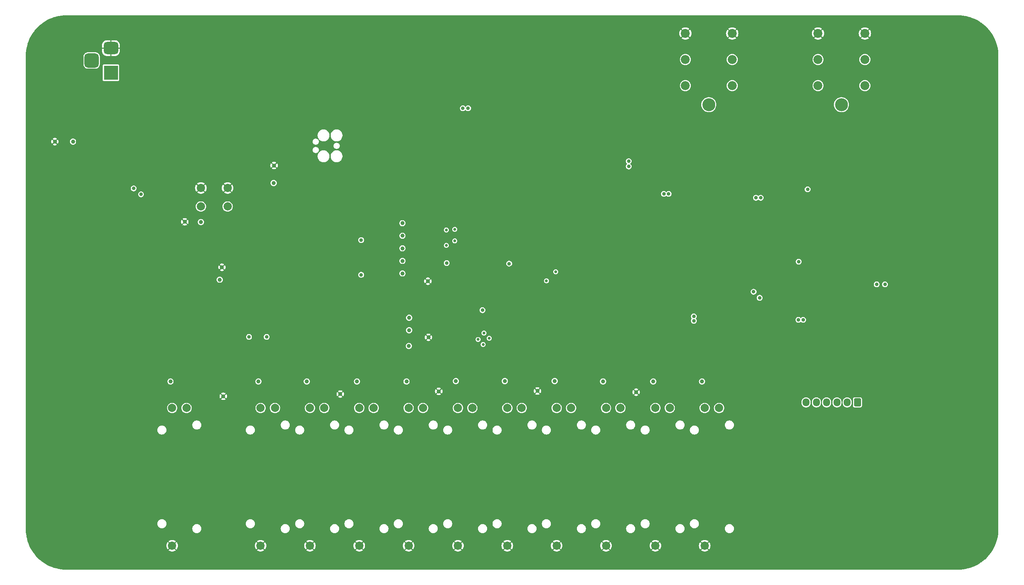
<source format=gbr>
%TF.GenerationSoftware,KiCad,Pcbnew,8.0.6-8.0.6-0~ubuntu22.04.1*%
%TF.CreationDate,2024-11-10T19:06:55-05:00*%
%TF.ProjectId,multi-band-equalizer,6d756c74-692d-4626-916e-642d65717561,rev?*%
%TF.SameCoordinates,Original*%
%TF.FileFunction,Copper,L3,Inr*%
%TF.FilePolarity,Positive*%
%FSLAX46Y46*%
G04 Gerber Fmt 4.6, Leading zero omitted, Abs format (unit mm)*
G04 Created by KiCad (PCBNEW 8.0.6-8.0.6-0~ubuntu22.04.1) date 2024-11-10 19:06:55*
%MOMM*%
%LPD*%
G01*
G04 APERTURE LIST*
G04 Aperture macros list*
%AMRoundRect*
0 Rectangle with rounded corners*
0 $1 Rounding radius*
0 $2 $3 $4 $5 $6 $7 $8 $9 X,Y pos of 4 corners*
0 Add a 4 corners polygon primitive as box body*
4,1,4,$2,$3,$4,$5,$6,$7,$8,$9,$2,$3,0*
0 Add four circle primitives for the rounded corners*
1,1,$1+$1,$2,$3*
1,1,$1+$1,$4,$5*
1,1,$1+$1,$6,$7*
1,1,$1+$1,$8,$9*
0 Add four rect primitives between the rounded corners*
20,1,$1+$1,$2,$3,$4,$5,0*
20,1,$1+$1,$4,$5,$6,$7,0*
20,1,$1+$1,$6,$7,$8,$9,0*
20,1,$1+$1,$8,$9,$2,$3,0*%
G04 Aperture macros list end*
%TA.AperFunction,ComponentPad*%
%ADD10C,1.000000*%
%TD*%
%TA.AperFunction,ComponentPad*%
%ADD11C,0.900000*%
%TD*%
%TA.AperFunction,ComponentPad*%
%ADD12C,8.600000*%
%TD*%
%TA.AperFunction,ComponentPad*%
%ADD13R,3.500000X3.500000*%
%TD*%
%TA.AperFunction,ComponentPad*%
%ADD14RoundRect,0.750000X-1.000000X0.750000X-1.000000X-0.750000X1.000000X-0.750000X1.000000X0.750000X0*%
%TD*%
%TA.AperFunction,ComponentPad*%
%ADD15RoundRect,0.875000X-0.875000X0.875000X-0.875000X-0.875000X0.875000X-0.875000X0.875000X0.875000X0*%
%TD*%
%TA.AperFunction,ComponentPad*%
%ADD16C,2.000000*%
%TD*%
%TA.AperFunction,ComponentPad*%
%ADD17C,2.175000*%
%TD*%
%TA.AperFunction,ComponentPad*%
%ADD18C,3.150000*%
%TD*%
%TA.AperFunction,ComponentPad*%
%ADD19RoundRect,0.250000X0.600000X0.725000X-0.600000X0.725000X-0.600000X-0.725000X0.600000X-0.725000X0*%
%TD*%
%TA.AperFunction,ComponentPad*%
%ADD20O,1.700000X1.950000*%
%TD*%
%TA.AperFunction,ViaPad*%
%ADD21C,0.900000*%
%TD*%
%TA.AperFunction,ViaPad*%
%ADD22C,0.700000*%
%TD*%
G04 APERTURE END LIST*
D10*
%TO.N,GND*%
%TO.C,TP22*%
X291777500Y-242475000D03*
%TD*%
%TO.N,GND*%
%TO.C,TP20*%
X289137500Y-215675000D03*
%TD*%
%TO.N,/I2S_SDO*%
%TO.C,TP10*%
X282945000Y-204625000D03*
%TD*%
%TO.N,/I2S_SCLK*%
%TO.C,TP8*%
X282945000Y-210725000D03*
%TD*%
%TO.N,+9V*%
%TO.C,TP12*%
X202830000Y-181710000D03*
%TD*%
%TO.N,GND*%
%TO.C,TP19*%
X239047500Y-212295000D03*
%TD*%
D11*
%TO.N,GND*%
%TO.C,H2*%
X398295000Y-186110000D03*
X399239581Y-183829581D03*
X399239581Y-188390419D03*
X401520000Y-182885000D03*
D12*
X401520000Y-186110000D03*
D11*
X401520000Y-189335000D03*
X403800419Y-183829581D03*
X403800419Y-188390419D03*
X404745000Y-186110000D03*
%TD*%
D10*
%TO.N,GND*%
%TO.C,TP23*%
X339777500Y-242675000D03*
%TD*%
%TO.N,GND*%
%TO.C,TP21*%
X239377500Y-243675000D03*
%TD*%
%TO.N,/I2C_SDA*%
%TO.C,TP6*%
X284580000Y-224580000D03*
%TD*%
D11*
%TO.N,GND*%
%TO.C,H3*%
X211105000Y-257330000D03*
X212049581Y-255049581D03*
X212049581Y-259610419D03*
X214330000Y-254105000D03*
D12*
X214330000Y-257330000D03*
D11*
X214330000Y-260555000D03*
X216610419Y-255049581D03*
X216610419Y-259610419D03*
X217555000Y-257330000D03*
%TD*%
D10*
%TO.N,+3.3V*%
%TO.C,TP1*%
X251632500Y-191800000D03*
%TD*%
%TO.N,GND*%
%TO.C,TP16*%
X289277500Y-229325000D03*
%TD*%
D11*
%TO.N,GND*%
%TO.C,H1*%
X228275000Y-180030000D03*
X229219581Y-177749581D03*
X229219581Y-182310419D03*
X231500000Y-176805000D03*
D12*
X231500000Y-180030000D03*
D11*
X231500000Y-183255000D03*
X233780419Y-177749581D03*
X233780419Y-182310419D03*
X234725000Y-180030000D03*
%TD*%
D10*
%TO.N,/VDDA*%
%TO.C,TP2*%
X238515000Y-215300000D03*
%TD*%
D13*
%TO.N,Net-(D8-A2)*%
%TO.C,J3*%
X212070000Y-164960000D03*
D14*
%TO.N,GND*%
X212070000Y-158960000D03*
D15*
%TO.N,unconnected-(J3-Pad3)*%
X207370000Y-161960000D03*
%TD*%
D10*
%TO.N,GND*%
%TO.C,TP15*%
X251727500Y-187525000D03*
%TD*%
%TO.N,/I2S_SDI*%
%TO.C,TP9*%
X282945000Y-207675000D03*
%TD*%
%TO.N,/CODEC_NRST*%
%TO.C,TP4*%
X284510000Y-231450000D03*
%TD*%
D16*
%TO.N,GND*%
%TO.C,SW1*%
X233940000Y-193000000D03*
X240440000Y-193000000D03*
%TO.N,/MCU_NRST*%
X233940000Y-197500000D03*
X240440000Y-197500000D03*
%TD*%
D10*
%TO.N,/MCU_NRST*%
%TO.C,TP3*%
X233940000Y-201300000D03*
%TD*%
D17*
%TO.N,GND*%
%TO.C,J4*%
X363150000Y-155400000D03*
%TO.N,/ASIGNAL_IN_R*%
X363150000Y-161750000D03*
%TO.N,/ASIGNAL_IN_L*%
X363150000Y-168100000D03*
%TO.N,GND*%
X351750000Y-155400000D03*
%TO.N,/ASIGNAL_IN_R*%
X351750000Y-161750000D03*
%TO.N,/ASIGNAL_IN_L*%
X351750000Y-168100000D03*
D18*
%TO.N,unconnected-(J4-Pad7)*%
X357450000Y-172730000D03*
%TD*%
D10*
%TO.N,GND*%
%TO.C,TP14*%
X230027500Y-201225000D03*
%TD*%
%TO.N,/I2S_LRCK*%
%TO.C,TP7*%
X282945000Y-213775000D03*
%TD*%
D11*
%TO.N,GND*%
%TO.C,H4*%
X401105000Y-249430000D03*
X402049581Y-247149581D03*
X402049581Y-251710419D03*
X404330000Y-246205000D03*
D12*
X404330000Y-249430000D03*
D11*
X404330000Y-252655000D03*
X406610419Y-247149581D03*
X406610419Y-251710419D03*
X407555000Y-249430000D03*
%TD*%
D10*
%TO.N,GND*%
%TO.C,TP18*%
X315777500Y-242375000D03*
%TD*%
%TO.N,/I2C_SCL*%
%TO.C,TP5*%
X284580000Y-227600000D03*
%TD*%
D17*
%TO.N,GND*%
%TO.C,J2*%
X395410000Y-155400000D03*
%TO.N,/ASIGNAL_OUT_R*%
X395410000Y-161750000D03*
%TO.N,/ASIGNAL_OUT_L*%
X395410000Y-168100000D03*
%TO.N,GND*%
X384010000Y-155400000D03*
%TO.N,/ASIGNAL_OUT_R*%
X384010000Y-161750000D03*
%TO.N,/ASIGNAL_OUT_L*%
X384010000Y-168100000D03*
D18*
%TO.N,unconnected-(J2-Pad7)*%
X389710000Y-172730000D03*
%TD*%
D10*
%TO.N,GND*%
%TO.C,TP17*%
X267827500Y-243125000D03*
%TD*%
%TO.N,GND*%
%TO.C,TP13*%
X198432500Y-181725000D03*
%TD*%
%TO.N,/I2S_MCLK*%
%TO.C,TP11*%
X282945000Y-201575000D03*
%TD*%
%TO.N,/CTRL_KNB_3200_HZ*%
%TO.C,TP31*%
X271890000Y-240080000D03*
%TD*%
D16*
%TO.N,/VDDA*%
%TO.C,RV3*%
X332452500Y-246525000D03*
%TO.N,Net-(R21-Pad1)*%
X335952500Y-246525000D03*
%TO.N,GND*%
X332452500Y-280025000D03*
%TD*%
D10*
%TO.N,/CTRL_KNB_120_HZ*%
%TO.C,TP26*%
X331730000Y-240080000D03*
%TD*%
%TO.N,/CTRL_KNB_200_HZ*%
%TO.C,TP27*%
X319980000Y-239960000D03*
%TD*%
%TO.N,/CTRL_KNB_400_HZ*%
%TO.C,TP28*%
X307830000Y-239970000D03*
%TD*%
D16*
%TO.N,/VDDA*%
%TO.C,RV9*%
X260452500Y-246525000D03*
%TO.N,Net-(R27-Pad1)*%
X263952500Y-246525000D03*
%TO.N,GND*%
X260452500Y-280025000D03*
%TD*%
%TO.N,/VDDA*%
%TO.C,RV11*%
X226952500Y-246525000D03*
%TO.N,Net-(R29-Pad1)*%
X230452500Y-246525000D03*
%TO.N,GND*%
X226952500Y-280025000D03*
%TD*%
%TO.N,/VDDA*%
%TO.C,RV7*%
X284452500Y-246525000D03*
%TO.N,Net-(R25-Pad1)*%
X287952500Y-246525000D03*
%TO.N,GND*%
X284452500Y-280025000D03*
%TD*%
D10*
%TO.N,/CTRL_KNB_12800_HZ*%
%TO.C,TP33*%
X247940000Y-240080000D03*
%TD*%
D16*
%TO.N,/VDDA*%
%TO.C,RV5*%
X308452500Y-246525000D03*
%TO.N,Net-(R23-Pad1)*%
X311952500Y-246525000D03*
%TO.N,GND*%
X308452500Y-280025000D03*
%TD*%
%TO.N,/VDDA*%
%TO.C,RV4*%
X320452500Y-246525000D03*
%TO.N,Net-(R22-Pad1)*%
X323952500Y-246525000D03*
%TO.N,GND*%
X320452500Y-280025000D03*
%TD*%
D10*
%TO.N,/CTRL_KNB_60_HZ*%
%TO.C,TP25*%
X343940000Y-240080000D03*
%TD*%
%TO.N,/CTRL_KNB_6400_HZ*%
%TO.C,TP32*%
X259690000Y-240080000D03*
%TD*%
D16*
%TO.N,/VDDA*%
%TO.C,RV8*%
X272452500Y-246525000D03*
%TO.N,Net-(R26-Pad1)*%
X275952500Y-246525000D03*
%TO.N,GND*%
X272452500Y-280025000D03*
%TD*%
%TO.N,/VDDA*%
%TO.C,RV1*%
X356452500Y-246525000D03*
%TO.N,Net-(R19-Pad1)*%
X359952500Y-246525000D03*
%TO.N,GND*%
X356452500Y-280025000D03*
%TD*%
D10*
%TO.N,/CTRL_KNB_30_HZ*%
%TO.C,TP24*%
X355800000Y-240080000D03*
%TD*%
D19*
%TO.N,/CODEC_AOUT_L*%
%TO.C,J5*%
X393600000Y-245160000D03*
D20*
%TO.N,/CODEC_AOUT_R*%
X391100000Y-245160000D03*
%TO.N,/ASIGNAL_OUT_R*%
X388600000Y-245160000D03*
%TO.N,/ASIGNAL_OUT_L*%
X386100000Y-245160000D03*
%TO.N,/ASIGNAL_IN_R*%
X383600000Y-245160000D03*
%TO.N,/ASIGNAL_IN_L*%
X381100000Y-245160000D03*
%TD*%
D16*
%TO.N,/VDDA*%
%TO.C,RV10*%
X248452500Y-246525000D03*
%TO.N,Net-(R28-Pad1)*%
X251952500Y-246525000D03*
%TO.N,GND*%
X248452500Y-280025000D03*
%TD*%
D10*
%TO.N,/CTRL_KNB_VOL_LVL*%
%TO.C,TP34*%
X226540000Y-240080000D03*
%TD*%
%TO.N,/CTRL_KNB_800_HZ*%
%TO.C,TP29*%
X295950000Y-239990000D03*
%TD*%
D16*
%TO.N,/VDDA*%
%TO.C,RV6*%
X296452500Y-246525000D03*
%TO.N,Net-(R24-Pad1)*%
X299952500Y-246525000D03*
%TO.N,GND*%
X296452500Y-280025000D03*
%TD*%
%TO.N,/VDDA*%
%TO.C,RV2*%
X344452500Y-246525000D03*
%TO.N,Net-(R20-Pad1)*%
X347952500Y-246525000D03*
%TO.N,GND*%
X344452500Y-280025000D03*
%TD*%
D10*
%TO.N,/CTRL_KNB_1600_HZ*%
%TO.C,TP30*%
X283940000Y-240080000D03*
%TD*%
D21*
%TO.N,+5V*%
X217590000Y-193100000D03*
X381475000Y-193330000D03*
X380395000Y-225085000D03*
X302415000Y-222725000D03*
X346525000Y-194430000D03*
X337970000Y-187765000D03*
X347675000Y-194430000D03*
X219390000Y-194550000D03*
X293705000Y-211260000D03*
X308910000Y-211400000D03*
X337970000Y-186490000D03*
X298920000Y-173610000D03*
X297645000Y-173610000D03*
X353800000Y-224230000D03*
X353800000Y-225305000D03*
X379245000Y-225085000D03*
X370050000Y-195380000D03*
X379295000Y-210925000D03*
X368900000Y-195380000D03*
%TO.N,GND*%
X212145000Y-162000000D03*
X250322500Y-221305000D03*
D22*
X261831000Y-192287500D03*
D21*
X218465000Y-217912500D03*
X336040000Y-238225000D03*
X338145000Y-239000000D03*
X367742500Y-188430000D03*
X300180000Y-206235000D03*
X386960000Y-219770000D03*
X387575000Y-197255000D03*
X338145000Y-281000000D03*
X212145000Y-204000000D03*
X303145000Y-246000000D03*
X219145000Y-281000000D03*
X353225000Y-230430000D03*
D22*
X270484000Y-192102500D03*
D21*
X370225000Y-230055000D03*
X261145000Y-162000000D03*
X422145000Y-155000000D03*
X240145000Y-246000000D03*
X384915000Y-210920000D03*
X226145000Y-211000000D03*
X415145000Y-183000000D03*
X242515000Y-213400000D03*
X330370000Y-190890000D03*
X369200000Y-221350000D03*
X271390000Y-209970000D03*
D22*
X260022500Y-176243500D03*
D21*
X261145000Y-253000000D03*
X337020000Y-185090000D03*
X219365000Y-215612500D03*
X233145000Y-267000000D03*
X324145000Y-204000000D03*
X321860000Y-213660000D03*
X336020000Y-190490000D03*
X312040000Y-238175000D03*
X316815000Y-203440000D03*
X345145000Y-155000000D03*
X288040000Y-238350000D03*
X310145000Y-260000000D03*
X250810000Y-215720000D03*
X247145000Y-260000000D03*
X243557500Y-194100000D03*
X212145000Y-267000000D03*
X389875000Y-197255000D03*
X274680000Y-205760000D03*
X303820000Y-193535000D03*
X415145000Y-204000000D03*
X324145000Y-155000000D03*
D22*
X255306000Y-186675000D03*
D21*
X296145000Y-183000000D03*
X211065000Y-214637500D03*
X383585000Y-223250000D03*
X371525000Y-207955000D03*
X198145000Y-155000000D03*
X240145000Y-225000000D03*
X296145000Y-274000000D03*
X263842500Y-221035000D03*
X247145000Y-155000000D03*
X254145000Y-211000000D03*
X246265000Y-209525000D03*
X219290000Y-196462500D03*
X373145000Y-176000000D03*
X296320000Y-176235000D03*
X289145000Y-162000000D03*
X282145000Y-218000000D03*
X380145000Y-190000000D03*
X301725000Y-175310000D03*
X408145000Y-260000000D03*
X317430000Y-197107492D03*
X316815000Y-205740000D03*
X306565000Y-205375000D03*
X296020000Y-191835000D03*
X345145000Y-253000000D03*
X275145000Y-281000000D03*
X255032500Y-194325000D03*
X400390000Y-218110000D03*
D22*
X265700000Y-225430000D03*
D21*
X367450000Y-198630000D03*
X310145000Y-190000000D03*
X268145000Y-267000000D03*
X367065000Y-219355000D03*
X401145000Y-155000000D03*
X352145000Y-267000000D03*
X367725000Y-230055000D03*
D22*
X259965000Y-180250000D03*
D21*
X345350000Y-197630000D03*
X210890000Y-195512500D03*
X289145000Y-260000000D03*
X282145000Y-190000000D03*
X380145000Y-274000000D03*
X389160000Y-219770000D03*
X270832500Y-198150000D03*
X316840000Y-208040000D03*
X213777500Y-177565000D03*
X240145000Y-281000000D03*
X375325000Y-203595000D03*
X345145000Y-225000000D03*
X270832500Y-204050000D03*
X369200000Y-223550000D03*
X264040000Y-238375000D03*
X261145000Y-197000000D03*
X370242500Y-188430000D03*
X211015000Y-209712500D03*
X289520000Y-204625000D03*
X360000000Y-222830000D03*
X198145000Y-239000000D03*
X359145000Y-183000000D03*
X198145000Y-197000000D03*
X230540000Y-238400000D03*
X271390000Y-207980000D03*
X233145000Y-169000000D03*
X225320000Y-218240000D03*
X415145000Y-246000000D03*
D22*
X262700000Y-216960000D03*
D21*
X319030000Y-216860000D03*
X247145000Y-183000000D03*
X304495000Y-185110000D03*
X308174984Y-193785000D03*
X275145000Y-204000000D03*
X198145000Y-260000000D03*
X353025000Y-198955000D03*
X377740000Y-235910000D03*
X298290000Y-213925000D03*
X317645000Y-192715000D03*
X292020000Y-203080000D03*
D22*
X305420000Y-230300000D03*
D21*
X298290000Y-211625000D03*
X297240000Y-206100000D03*
X274600000Y-209980000D03*
X408145000Y-169000000D03*
X245450000Y-204475000D03*
X255032500Y-196625000D03*
X306565000Y-209275000D03*
X282145000Y-246000000D03*
X211490000Y-207312500D03*
X309715000Y-222750000D03*
X198145000Y-218000000D03*
X307415000Y-222750000D03*
X391460000Y-219770000D03*
X398140000Y-218110000D03*
X295940000Y-207710000D03*
X252040000Y-238375000D03*
X373145000Y-260000000D03*
X198145000Y-281000000D03*
X387145000Y-204000000D03*
X198145000Y-176000000D03*
X212145000Y-225000000D03*
X313130000Y-218090000D03*
X219145000Y-176000000D03*
X223100000Y-216060000D03*
X359145000Y-281000000D03*
D22*
X276236500Y-180617500D03*
D21*
X422145000Y-218000000D03*
X226145000Y-190000000D03*
X271080000Y-214090000D03*
X348040000Y-238250000D03*
X244492500Y-211675000D03*
X302120000Y-180985000D03*
X275145000Y-176000000D03*
X402080000Y-232245000D03*
X242315000Y-219117500D03*
X315530000Y-218090000D03*
X271140000Y-205740000D03*
X324145000Y-176000000D03*
X316840000Y-210440000D03*
X394145000Y-267000000D03*
X392175000Y-197255000D03*
X415145000Y-274000000D03*
X300015000Y-238225000D03*
X385575000Y-194880000D03*
X402080000Y-241987500D03*
X213787500Y-183935000D03*
X209270000Y-172175000D03*
X226145000Y-155000000D03*
X324040000Y-238225000D03*
X274600000Y-207970000D03*
X242640000Y-207625000D03*
X226145000Y-232000000D03*
D22*
X255340000Y-200950000D03*
D21*
X275145000Y-155000000D03*
X303145000Y-155000000D03*
D22*
X301290000Y-228300000D03*
D21*
X369225000Y-207930000D03*
X359145000Y-232000000D03*
X226145000Y-253000000D03*
X401145000Y-281000000D03*
X324145000Y-253000000D03*
X309240000Y-209275000D03*
X212145000Y-246000000D03*
X354825000Y-198955000D03*
X303145000Y-225000000D03*
X338145000Y-190000000D03*
X374535000Y-216340000D03*
X208140000Y-174400000D03*
X326220000Y-193240000D03*
X345145000Y-176000000D03*
X348425000Y-221455000D03*
X400400000Y-214810000D03*
X268890000Y-216450000D03*
X211040000Y-190410000D03*
D22*
X267780000Y-201350000D03*
D21*
X247947500Y-202282500D03*
X408145000Y-232000000D03*
X319420000Y-184940000D03*
X268145000Y-239000000D03*
X331145000Y-267000000D03*
X386945000Y-235920000D03*
X218290000Y-198912500D03*
X360040000Y-238225000D03*
X211340000Y-188162500D03*
X276040000Y-238375000D03*
X398150000Y-214810000D03*
X274740000Y-214125000D03*
%TO.N,+3.3V*%
X272915000Y-214125000D03*
X249930000Y-229230000D03*
X245640000Y-229225000D03*
X272915000Y-205680000D03*
D22*
%TO.N,/CODEC_VCOM*%
X320220000Y-213380000D03*
X317970000Y-215600000D03*
D21*
%TO.N,/ASIGNAL_IN_L+*%
X368345000Y-218255000D03*
X369805000Y-219715000D03*
%TO.N,/ASIGNAL_IN_L*%
X400290000Y-216440000D03*
X398270000Y-216440000D03*
D22*
%TO.N,/I2C_SDA*%
X302780000Y-228290000D03*
X304050000Y-229560000D03*
%TO.N,/I2C_SCL*%
X301370000Y-229850000D03*
X302570000Y-231050000D03*
%TO.N,/I2S_LRCK*%
X293620000Y-203200000D03*
X293620000Y-206970000D03*
%TO.N,/I2S_SCLK*%
X295680000Y-203060000D03*
X295680000Y-205880000D03*
%TD*%
%TA.AperFunction,Conductor*%
%TO.N,GND*%
G36*
X418071125Y-151000534D02*
G01*
X418659461Y-151018311D01*
X418663891Y-151018580D01*
X419248977Y-151071747D01*
X419253375Y-151072280D01*
X419834205Y-151160681D01*
X419838601Y-151161487D01*
X420413011Y-151284791D01*
X420417313Y-151285852D01*
X420983243Y-151443617D01*
X420987480Y-151444937D01*
X421508316Y-151624666D01*
X421542833Y-151636577D01*
X421547013Y-151638162D01*
X422089781Y-151862984D01*
X422093857Y-151864819D01*
X422622040Y-152121993D01*
X422625998Y-152124070D01*
X423137700Y-152412670D01*
X423141525Y-152414982D01*
X423634892Y-152733969D01*
X423638543Y-152736489D01*
X424111735Y-153084669D01*
X424115236Y-153087411D01*
X424453366Y-153369208D01*
X424566558Y-153463542D01*
X424569901Y-153466504D01*
X424997673Y-153869182D01*
X425000817Y-153872326D01*
X425262619Y-154150443D01*
X425403492Y-154300095D01*
X425406456Y-154303439D01*
X425728282Y-154689601D01*
X425782581Y-154754754D01*
X425785333Y-154758269D01*
X426076761Y-155154332D01*
X426133500Y-155231442D01*
X426136040Y-155235121D01*
X426455017Y-155728474D01*
X426457329Y-155732299D01*
X426745929Y-156244001D01*
X426748006Y-156247959D01*
X427005180Y-156776142D01*
X427007015Y-156780218D01*
X427231837Y-157322986D01*
X427233422Y-157327166D01*
X427425057Y-157882504D01*
X427426387Y-157886772D01*
X427584142Y-158452667D01*
X427585212Y-158457007D01*
X427708512Y-159031401D01*
X427709318Y-159035797D01*
X427797716Y-159616601D01*
X427798254Y-159621039D01*
X427851418Y-160206092D01*
X427851688Y-160210554D01*
X427869466Y-160798874D01*
X427869500Y-160801109D01*
X427869500Y-276048890D01*
X427869466Y-276051125D01*
X427851688Y-276639445D01*
X427851418Y-276643907D01*
X427798254Y-277228960D01*
X427797716Y-277233398D01*
X427709318Y-277814202D01*
X427708512Y-277818598D01*
X427585212Y-278392992D01*
X427584142Y-278397332D01*
X427426387Y-278963227D01*
X427425057Y-278967495D01*
X427233422Y-279522833D01*
X427231837Y-279527013D01*
X427007015Y-280069781D01*
X427005180Y-280073857D01*
X426748006Y-280602040D01*
X426745929Y-280605998D01*
X426457329Y-281117700D01*
X426455017Y-281121525D01*
X426136040Y-281614878D01*
X426133500Y-281618557D01*
X425785337Y-282091726D01*
X425782581Y-282095245D01*
X425406457Y-282546558D01*
X425403492Y-282549904D01*
X425000825Y-282977665D01*
X424997665Y-282980825D01*
X424569904Y-283383492D01*
X424566558Y-283386457D01*
X424115245Y-283762581D01*
X424111726Y-283765337D01*
X423638557Y-284113500D01*
X423634878Y-284116040D01*
X423141525Y-284435017D01*
X423137700Y-284437329D01*
X422625998Y-284725929D01*
X422622040Y-284728006D01*
X422093857Y-284985180D01*
X422089781Y-284987015D01*
X421547013Y-285211837D01*
X421542833Y-285213422D01*
X420987495Y-285405057D01*
X420983227Y-285406387D01*
X420417332Y-285564142D01*
X420412992Y-285565212D01*
X419838598Y-285688512D01*
X419834202Y-285689318D01*
X419253398Y-285777716D01*
X419248960Y-285778254D01*
X418663907Y-285831418D01*
X418659445Y-285831688D01*
X418071125Y-285849466D01*
X418068890Y-285849500D01*
X201171110Y-285849500D01*
X201168875Y-285849466D01*
X200580554Y-285831688D01*
X200576092Y-285831418D01*
X199991039Y-285778254D01*
X199986601Y-285777716D01*
X199405797Y-285689318D01*
X199401401Y-285688512D01*
X198827007Y-285565212D01*
X198822667Y-285564142D01*
X198256772Y-285406387D01*
X198252504Y-285405057D01*
X197697166Y-285213422D01*
X197692986Y-285211837D01*
X197150218Y-284987015D01*
X197146142Y-284985180D01*
X196617959Y-284728006D01*
X196614001Y-284725929D01*
X196102299Y-284437329D01*
X196098474Y-284435017D01*
X195605121Y-284116040D01*
X195601442Y-284113500D01*
X195297119Y-283889576D01*
X195128269Y-283765333D01*
X195124754Y-283762581D01*
X194673441Y-283386457D01*
X194670095Y-283383492D01*
X194242334Y-282980825D01*
X194239182Y-282977673D01*
X193836504Y-282549901D01*
X193833542Y-282546558D01*
X193457418Y-282095245D01*
X193454662Y-282091726D01*
X193106489Y-281618543D01*
X193103969Y-281614892D01*
X192784982Y-281121525D01*
X192782670Y-281117700D01*
X192494070Y-280605998D01*
X192491993Y-280602040D01*
X192234819Y-280073857D01*
X192232984Y-280069781D01*
X192214433Y-280024996D01*
X225547702Y-280024996D01*
X225547702Y-280025003D01*
X225566862Y-280256221D01*
X225623820Y-280481145D01*
X225717015Y-280693608D01*
X225843918Y-280887847D01*
X225843920Y-280887850D01*
X225876970Y-280923751D01*
X226448564Y-280352157D01*
X226472381Y-280393408D01*
X226584092Y-280505119D01*
X226625341Y-280528934D01*
X226054295Y-281099980D01*
X226184146Y-281201048D01*
X226388197Y-281311476D01*
X226607645Y-281386812D01*
X226836490Y-281424999D01*
X226836493Y-281425000D01*
X227068507Y-281425000D01*
X227068509Y-281424999D01*
X227297354Y-281386812D01*
X227516802Y-281311476D01*
X227720853Y-281201048D01*
X227850703Y-281099980D01*
X227850704Y-281099980D01*
X227279658Y-280528934D01*
X227320908Y-280505119D01*
X227432619Y-280393408D01*
X227456434Y-280352158D01*
X228028027Y-280923751D01*
X228061083Y-280887843D01*
X228061090Y-280887833D01*
X228187984Y-280693608D01*
X228281179Y-280481145D01*
X228338137Y-280256221D01*
X228357298Y-280025003D01*
X228357298Y-280024996D01*
X247047702Y-280024996D01*
X247047702Y-280025003D01*
X247066862Y-280256221D01*
X247123820Y-280481145D01*
X247217015Y-280693608D01*
X247343918Y-280887847D01*
X247343920Y-280887850D01*
X247376970Y-280923751D01*
X247948564Y-280352157D01*
X247972381Y-280393408D01*
X248084092Y-280505119D01*
X248125341Y-280528934D01*
X247554295Y-281099980D01*
X247684146Y-281201048D01*
X247888197Y-281311476D01*
X248107645Y-281386812D01*
X248336490Y-281424999D01*
X248336493Y-281425000D01*
X248568507Y-281425000D01*
X248568509Y-281424999D01*
X248797354Y-281386812D01*
X249016802Y-281311476D01*
X249220853Y-281201048D01*
X249350703Y-281099980D01*
X249350704Y-281099980D01*
X248779658Y-280528934D01*
X248820908Y-280505119D01*
X248932619Y-280393408D01*
X248956434Y-280352158D01*
X249528027Y-280923751D01*
X249561083Y-280887843D01*
X249561090Y-280887833D01*
X249687984Y-280693608D01*
X249781179Y-280481145D01*
X249838137Y-280256221D01*
X249857298Y-280025003D01*
X249857298Y-280024996D01*
X259047702Y-280024996D01*
X259047702Y-280025003D01*
X259066862Y-280256221D01*
X259123820Y-280481145D01*
X259217015Y-280693608D01*
X259343918Y-280887847D01*
X259343920Y-280887850D01*
X259376970Y-280923751D01*
X259948564Y-280352157D01*
X259972381Y-280393408D01*
X260084092Y-280505119D01*
X260125341Y-280528934D01*
X259554295Y-281099980D01*
X259684146Y-281201048D01*
X259888197Y-281311476D01*
X260107645Y-281386812D01*
X260336490Y-281424999D01*
X260336493Y-281425000D01*
X260568507Y-281425000D01*
X260568509Y-281424999D01*
X260797354Y-281386812D01*
X261016802Y-281311476D01*
X261220853Y-281201048D01*
X261350703Y-281099980D01*
X261350704Y-281099980D01*
X260779658Y-280528934D01*
X260820908Y-280505119D01*
X260932619Y-280393408D01*
X260956434Y-280352158D01*
X261528027Y-280923751D01*
X261561083Y-280887843D01*
X261561090Y-280887833D01*
X261687984Y-280693608D01*
X261781179Y-280481145D01*
X261838137Y-280256221D01*
X261857298Y-280025003D01*
X261857298Y-280024996D01*
X271047702Y-280024996D01*
X271047702Y-280025003D01*
X271066862Y-280256221D01*
X271123820Y-280481145D01*
X271217015Y-280693608D01*
X271343918Y-280887847D01*
X271343920Y-280887850D01*
X271376970Y-280923751D01*
X271948564Y-280352157D01*
X271972381Y-280393408D01*
X272084092Y-280505119D01*
X272125341Y-280528934D01*
X271554295Y-281099980D01*
X271684146Y-281201048D01*
X271888197Y-281311476D01*
X272107645Y-281386812D01*
X272336490Y-281424999D01*
X272336493Y-281425000D01*
X272568507Y-281425000D01*
X272568509Y-281424999D01*
X272797354Y-281386812D01*
X273016802Y-281311476D01*
X273220853Y-281201048D01*
X273350703Y-281099980D01*
X273350704Y-281099980D01*
X272779658Y-280528934D01*
X272820908Y-280505119D01*
X272932619Y-280393408D01*
X272956434Y-280352158D01*
X273528027Y-280923751D01*
X273561083Y-280887843D01*
X273561090Y-280887833D01*
X273687984Y-280693608D01*
X273781179Y-280481145D01*
X273838137Y-280256221D01*
X273857298Y-280025003D01*
X273857298Y-280024996D01*
X283047702Y-280024996D01*
X283047702Y-280025003D01*
X283066862Y-280256221D01*
X283123820Y-280481145D01*
X283217015Y-280693608D01*
X283343918Y-280887847D01*
X283343920Y-280887850D01*
X283376970Y-280923751D01*
X283948564Y-280352157D01*
X283972381Y-280393408D01*
X284084092Y-280505119D01*
X284125341Y-280528934D01*
X283554295Y-281099980D01*
X283684146Y-281201048D01*
X283888197Y-281311476D01*
X284107645Y-281386812D01*
X284336490Y-281424999D01*
X284336493Y-281425000D01*
X284568507Y-281425000D01*
X284568509Y-281424999D01*
X284797354Y-281386812D01*
X285016802Y-281311476D01*
X285220853Y-281201048D01*
X285350703Y-281099980D01*
X285350704Y-281099980D01*
X284779658Y-280528934D01*
X284820908Y-280505119D01*
X284932619Y-280393408D01*
X284956434Y-280352158D01*
X285528027Y-280923751D01*
X285561083Y-280887843D01*
X285561090Y-280887833D01*
X285687984Y-280693608D01*
X285781179Y-280481145D01*
X285838137Y-280256221D01*
X285857298Y-280025003D01*
X285857298Y-280024996D01*
X295047702Y-280024996D01*
X295047702Y-280025003D01*
X295066862Y-280256221D01*
X295123820Y-280481145D01*
X295217015Y-280693608D01*
X295343918Y-280887847D01*
X295343920Y-280887850D01*
X295376970Y-280923751D01*
X295948564Y-280352157D01*
X295972381Y-280393408D01*
X296084092Y-280505119D01*
X296125341Y-280528934D01*
X295554295Y-281099980D01*
X295684146Y-281201048D01*
X295888197Y-281311476D01*
X296107645Y-281386812D01*
X296336490Y-281424999D01*
X296336493Y-281425000D01*
X296568507Y-281425000D01*
X296568509Y-281424999D01*
X296797354Y-281386812D01*
X297016802Y-281311476D01*
X297220853Y-281201048D01*
X297350703Y-281099980D01*
X297350704Y-281099980D01*
X296779658Y-280528934D01*
X296820908Y-280505119D01*
X296932619Y-280393408D01*
X296956434Y-280352158D01*
X297528027Y-280923751D01*
X297561083Y-280887843D01*
X297561090Y-280887833D01*
X297687984Y-280693608D01*
X297781179Y-280481145D01*
X297838137Y-280256221D01*
X297857298Y-280025003D01*
X297857298Y-280024996D01*
X307047702Y-280024996D01*
X307047702Y-280025003D01*
X307066862Y-280256221D01*
X307123820Y-280481145D01*
X307217015Y-280693608D01*
X307343918Y-280887847D01*
X307343920Y-280887850D01*
X307376970Y-280923751D01*
X307948564Y-280352157D01*
X307972381Y-280393408D01*
X308084092Y-280505119D01*
X308125341Y-280528934D01*
X307554295Y-281099980D01*
X307684146Y-281201048D01*
X307888197Y-281311476D01*
X308107645Y-281386812D01*
X308336490Y-281424999D01*
X308336493Y-281425000D01*
X308568507Y-281425000D01*
X308568509Y-281424999D01*
X308797354Y-281386812D01*
X309016802Y-281311476D01*
X309220853Y-281201048D01*
X309350703Y-281099980D01*
X309350704Y-281099980D01*
X308779658Y-280528934D01*
X308820908Y-280505119D01*
X308932619Y-280393408D01*
X308956434Y-280352158D01*
X309528027Y-280923751D01*
X309561083Y-280887843D01*
X309561090Y-280887833D01*
X309687984Y-280693608D01*
X309781179Y-280481145D01*
X309838137Y-280256221D01*
X309857298Y-280025003D01*
X309857298Y-280024996D01*
X319047702Y-280024996D01*
X319047702Y-280025003D01*
X319066862Y-280256221D01*
X319123820Y-280481145D01*
X319217015Y-280693608D01*
X319343918Y-280887847D01*
X319343920Y-280887850D01*
X319376970Y-280923751D01*
X319948564Y-280352157D01*
X319972381Y-280393408D01*
X320084092Y-280505119D01*
X320125341Y-280528934D01*
X319554295Y-281099980D01*
X319684146Y-281201048D01*
X319888197Y-281311476D01*
X320107645Y-281386812D01*
X320336490Y-281424999D01*
X320336493Y-281425000D01*
X320568507Y-281425000D01*
X320568509Y-281424999D01*
X320797354Y-281386812D01*
X321016802Y-281311476D01*
X321220853Y-281201048D01*
X321350703Y-281099980D01*
X321350704Y-281099980D01*
X320779658Y-280528934D01*
X320820908Y-280505119D01*
X320932619Y-280393408D01*
X320956434Y-280352158D01*
X321528027Y-280923751D01*
X321561083Y-280887843D01*
X321561090Y-280887833D01*
X321687984Y-280693608D01*
X321781179Y-280481145D01*
X321838137Y-280256221D01*
X321857298Y-280025003D01*
X321857298Y-280024996D01*
X331047702Y-280024996D01*
X331047702Y-280025003D01*
X331066862Y-280256221D01*
X331123820Y-280481145D01*
X331217015Y-280693608D01*
X331343918Y-280887847D01*
X331343920Y-280887850D01*
X331376970Y-280923751D01*
X331948564Y-280352157D01*
X331972381Y-280393408D01*
X332084092Y-280505119D01*
X332125341Y-280528934D01*
X331554295Y-281099980D01*
X331684146Y-281201048D01*
X331888197Y-281311476D01*
X332107645Y-281386812D01*
X332336490Y-281424999D01*
X332336493Y-281425000D01*
X332568507Y-281425000D01*
X332568509Y-281424999D01*
X332797354Y-281386812D01*
X333016802Y-281311476D01*
X333220853Y-281201048D01*
X333350703Y-281099980D01*
X333350704Y-281099980D01*
X332779658Y-280528934D01*
X332820908Y-280505119D01*
X332932619Y-280393408D01*
X332956434Y-280352158D01*
X333528027Y-280923751D01*
X333561083Y-280887843D01*
X333561090Y-280887833D01*
X333687984Y-280693608D01*
X333781179Y-280481145D01*
X333838137Y-280256221D01*
X333857298Y-280025003D01*
X333857298Y-280024996D01*
X343047702Y-280024996D01*
X343047702Y-280025003D01*
X343066862Y-280256221D01*
X343123820Y-280481145D01*
X343217015Y-280693608D01*
X343343918Y-280887847D01*
X343343920Y-280887850D01*
X343376970Y-280923751D01*
X343948564Y-280352157D01*
X343972381Y-280393408D01*
X344084092Y-280505119D01*
X344125341Y-280528934D01*
X343554295Y-281099980D01*
X343684146Y-281201048D01*
X343888197Y-281311476D01*
X344107645Y-281386812D01*
X344336490Y-281424999D01*
X344336493Y-281425000D01*
X344568507Y-281425000D01*
X344568509Y-281424999D01*
X344797354Y-281386812D01*
X345016802Y-281311476D01*
X345220853Y-281201048D01*
X345350703Y-281099980D01*
X345350704Y-281099980D01*
X344779658Y-280528934D01*
X344820908Y-280505119D01*
X344932619Y-280393408D01*
X344956434Y-280352158D01*
X345528027Y-280923751D01*
X345561083Y-280887843D01*
X345561090Y-280887833D01*
X345687984Y-280693608D01*
X345781179Y-280481145D01*
X345838137Y-280256221D01*
X345857298Y-280025003D01*
X345857298Y-280024996D01*
X355047702Y-280024996D01*
X355047702Y-280025003D01*
X355066862Y-280256221D01*
X355123820Y-280481145D01*
X355217015Y-280693608D01*
X355343918Y-280887847D01*
X355343920Y-280887850D01*
X355376970Y-280923751D01*
X355948564Y-280352157D01*
X355972381Y-280393408D01*
X356084092Y-280505119D01*
X356125341Y-280528934D01*
X355554295Y-281099980D01*
X355684146Y-281201048D01*
X355888197Y-281311476D01*
X356107645Y-281386812D01*
X356336490Y-281424999D01*
X356336493Y-281425000D01*
X356568507Y-281425000D01*
X356568509Y-281424999D01*
X356797354Y-281386812D01*
X357016802Y-281311476D01*
X357220853Y-281201048D01*
X357350703Y-281099980D01*
X357350704Y-281099980D01*
X356779658Y-280528934D01*
X356820908Y-280505119D01*
X356932619Y-280393408D01*
X356956434Y-280352158D01*
X357528027Y-280923751D01*
X357561083Y-280887843D01*
X357561090Y-280887833D01*
X357687984Y-280693608D01*
X357781179Y-280481145D01*
X357838137Y-280256221D01*
X357857298Y-280025003D01*
X357857298Y-280024996D01*
X357838137Y-279793778D01*
X357781179Y-279568854D01*
X357687984Y-279356391D01*
X357561081Y-279162152D01*
X357561079Y-279162149D01*
X357528028Y-279126247D01*
X356956434Y-279697841D01*
X356932619Y-279656592D01*
X356820908Y-279544881D01*
X356779657Y-279521064D01*
X357350704Y-278950019D01*
X357220853Y-278848951D01*
X357016802Y-278738523D01*
X356797354Y-278663187D01*
X356568509Y-278625000D01*
X356336490Y-278625000D01*
X356107645Y-278663187D01*
X355888197Y-278738523D01*
X355684145Y-278848951D01*
X355554295Y-278950018D01*
X355554294Y-278950018D01*
X356125341Y-279521065D01*
X356084092Y-279544881D01*
X355972381Y-279656592D01*
X355948565Y-279697841D01*
X355376970Y-279126246D01*
X355343921Y-279162150D01*
X355343908Y-279162166D01*
X355217015Y-279356391D01*
X355123820Y-279568854D01*
X355066862Y-279793778D01*
X355047702Y-280024996D01*
X345857298Y-280024996D01*
X345838137Y-279793778D01*
X345781179Y-279568854D01*
X345687984Y-279356391D01*
X345561081Y-279162152D01*
X345561079Y-279162149D01*
X345528028Y-279126247D01*
X344956434Y-279697841D01*
X344932619Y-279656592D01*
X344820908Y-279544881D01*
X344779657Y-279521064D01*
X345350703Y-278950019D01*
X345220853Y-278848951D01*
X345016802Y-278738523D01*
X344797354Y-278663187D01*
X344568509Y-278625000D01*
X344336490Y-278625000D01*
X344107645Y-278663187D01*
X343888197Y-278738523D01*
X343684145Y-278848951D01*
X343554295Y-278950018D01*
X343554294Y-278950018D01*
X344125341Y-279521065D01*
X344084092Y-279544881D01*
X343972381Y-279656592D01*
X343948565Y-279697841D01*
X343376970Y-279126246D01*
X343343921Y-279162150D01*
X343343908Y-279162166D01*
X343217015Y-279356391D01*
X343123820Y-279568854D01*
X343066862Y-279793778D01*
X343047702Y-280024996D01*
X333857298Y-280024996D01*
X333838137Y-279793778D01*
X333781179Y-279568854D01*
X333687984Y-279356391D01*
X333561081Y-279162152D01*
X333561079Y-279162149D01*
X333528028Y-279126247D01*
X332956434Y-279697841D01*
X332932619Y-279656592D01*
X332820908Y-279544881D01*
X332779657Y-279521064D01*
X333350703Y-278950019D01*
X333220853Y-278848951D01*
X333016802Y-278738523D01*
X332797354Y-278663187D01*
X332568509Y-278625000D01*
X332336490Y-278625000D01*
X332107645Y-278663187D01*
X331888197Y-278738523D01*
X331684145Y-278848951D01*
X331554295Y-278950018D01*
X331554294Y-278950018D01*
X332125341Y-279521065D01*
X332084092Y-279544881D01*
X331972381Y-279656592D01*
X331948565Y-279697841D01*
X331376970Y-279126246D01*
X331343921Y-279162150D01*
X331343908Y-279162166D01*
X331217015Y-279356391D01*
X331123820Y-279568854D01*
X331066862Y-279793778D01*
X331047702Y-280024996D01*
X321857298Y-280024996D01*
X321838137Y-279793778D01*
X321781179Y-279568854D01*
X321687984Y-279356391D01*
X321561081Y-279162152D01*
X321561079Y-279162149D01*
X321528028Y-279126247D01*
X320956434Y-279697841D01*
X320932619Y-279656592D01*
X320820908Y-279544881D01*
X320779657Y-279521064D01*
X321350704Y-278950019D01*
X321220853Y-278848951D01*
X321016802Y-278738523D01*
X320797354Y-278663187D01*
X320568509Y-278625000D01*
X320336490Y-278625000D01*
X320107645Y-278663187D01*
X319888197Y-278738523D01*
X319684145Y-278848951D01*
X319554295Y-278950018D01*
X319554294Y-278950018D01*
X320125341Y-279521065D01*
X320084092Y-279544881D01*
X319972381Y-279656592D01*
X319948565Y-279697841D01*
X319376970Y-279126246D01*
X319343921Y-279162150D01*
X319343908Y-279162166D01*
X319217015Y-279356391D01*
X319123820Y-279568854D01*
X319066862Y-279793778D01*
X319047702Y-280024996D01*
X309857298Y-280024996D01*
X309838137Y-279793778D01*
X309781179Y-279568854D01*
X309687984Y-279356391D01*
X309561081Y-279162152D01*
X309561079Y-279162149D01*
X309528028Y-279126247D01*
X308956434Y-279697841D01*
X308932619Y-279656592D01*
X308820908Y-279544881D01*
X308779657Y-279521064D01*
X309350704Y-278950019D01*
X309220853Y-278848951D01*
X309016802Y-278738523D01*
X308797354Y-278663187D01*
X308568509Y-278625000D01*
X308336490Y-278625000D01*
X308107645Y-278663187D01*
X307888197Y-278738523D01*
X307684145Y-278848951D01*
X307554295Y-278950018D01*
X307554294Y-278950018D01*
X308125341Y-279521065D01*
X308084092Y-279544881D01*
X307972381Y-279656592D01*
X307948565Y-279697841D01*
X307376970Y-279126246D01*
X307343921Y-279162150D01*
X307343908Y-279162166D01*
X307217015Y-279356391D01*
X307123820Y-279568854D01*
X307066862Y-279793778D01*
X307047702Y-280024996D01*
X297857298Y-280024996D01*
X297838137Y-279793778D01*
X297781179Y-279568854D01*
X297687984Y-279356391D01*
X297561081Y-279162152D01*
X297561079Y-279162149D01*
X297528028Y-279126247D01*
X296956434Y-279697841D01*
X296932619Y-279656592D01*
X296820908Y-279544881D01*
X296779657Y-279521064D01*
X297350704Y-278950019D01*
X297220853Y-278848951D01*
X297016802Y-278738523D01*
X296797354Y-278663187D01*
X296568509Y-278625000D01*
X296336490Y-278625000D01*
X296107645Y-278663187D01*
X295888197Y-278738523D01*
X295684145Y-278848951D01*
X295554295Y-278950018D01*
X295554294Y-278950018D01*
X296125341Y-279521065D01*
X296084092Y-279544881D01*
X295972381Y-279656592D01*
X295948565Y-279697841D01*
X295376970Y-279126246D01*
X295343921Y-279162150D01*
X295343908Y-279162166D01*
X295217015Y-279356391D01*
X295123820Y-279568854D01*
X295066862Y-279793778D01*
X295047702Y-280024996D01*
X285857298Y-280024996D01*
X285838137Y-279793778D01*
X285781179Y-279568854D01*
X285687984Y-279356391D01*
X285561081Y-279162152D01*
X285561079Y-279162149D01*
X285528028Y-279126247D01*
X284956434Y-279697841D01*
X284932619Y-279656592D01*
X284820908Y-279544881D01*
X284779657Y-279521064D01*
X285350703Y-278950019D01*
X285220853Y-278848951D01*
X285016802Y-278738523D01*
X284797354Y-278663187D01*
X284568509Y-278625000D01*
X284336490Y-278625000D01*
X284107645Y-278663187D01*
X283888197Y-278738523D01*
X283684145Y-278848951D01*
X283554295Y-278950018D01*
X283554294Y-278950018D01*
X284125341Y-279521065D01*
X284084092Y-279544881D01*
X283972381Y-279656592D01*
X283948565Y-279697841D01*
X283376970Y-279126246D01*
X283343921Y-279162150D01*
X283343908Y-279162166D01*
X283217015Y-279356391D01*
X283123820Y-279568854D01*
X283066862Y-279793778D01*
X283047702Y-280024996D01*
X273857298Y-280024996D01*
X273838137Y-279793778D01*
X273781179Y-279568854D01*
X273687984Y-279356391D01*
X273561081Y-279162152D01*
X273561079Y-279162149D01*
X273528028Y-279126247D01*
X272956434Y-279697841D01*
X272932619Y-279656592D01*
X272820908Y-279544881D01*
X272779657Y-279521064D01*
X273350704Y-278950019D01*
X273220853Y-278848951D01*
X273016802Y-278738523D01*
X272797354Y-278663187D01*
X272568509Y-278625000D01*
X272336490Y-278625000D01*
X272107645Y-278663187D01*
X271888197Y-278738523D01*
X271684145Y-278848951D01*
X271554295Y-278950018D01*
X271554294Y-278950018D01*
X272125341Y-279521065D01*
X272084092Y-279544881D01*
X271972381Y-279656592D01*
X271948565Y-279697841D01*
X271376970Y-279126246D01*
X271343921Y-279162150D01*
X271343908Y-279162166D01*
X271217015Y-279356391D01*
X271123820Y-279568854D01*
X271066862Y-279793778D01*
X271047702Y-280024996D01*
X261857298Y-280024996D01*
X261838137Y-279793778D01*
X261781179Y-279568854D01*
X261687984Y-279356391D01*
X261561081Y-279162152D01*
X261561079Y-279162149D01*
X261528028Y-279126247D01*
X260956434Y-279697841D01*
X260932619Y-279656592D01*
X260820908Y-279544881D01*
X260779657Y-279521064D01*
X261350704Y-278950019D01*
X261220853Y-278848951D01*
X261016802Y-278738523D01*
X260797354Y-278663187D01*
X260568509Y-278625000D01*
X260336490Y-278625000D01*
X260107645Y-278663187D01*
X259888197Y-278738523D01*
X259684145Y-278848951D01*
X259554295Y-278950018D01*
X259554294Y-278950018D01*
X260125341Y-279521065D01*
X260084092Y-279544881D01*
X259972381Y-279656592D01*
X259948565Y-279697841D01*
X259376970Y-279126246D01*
X259343921Y-279162150D01*
X259343908Y-279162166D01*
X259217015Y-279356391D01*
X259123820Y-279568854D01*
X259066862Y-279793778D01*
X259047702Y-280024996D01*
X249857298Y-280024996D01*
X249838137Y-279793778D01*
X249781179Y-279568854D01*
X249687984Y-279356391D01*
X249561081Y-279162152D01*
X249561079Y-279162149D01*
X249528028Y-279126247D01*
X248956434Y-279697841D01*
X248932619Y-279656592D01*
X248820908Y-279544881D01*
X248779657Y-279521064D01*
X249350704Y-278950019D01*
X249220853Y-278848951D01*
X249016802Y-278738523D01*
X248797354Y-278663187D01*
X248568509Y-278625000D01*
X248336490Y-278625000D01*
X248107645Y-278663187D01*
X247888197Y-278738523D01*
X247684145Y-278848951D01*
X247554295Y-278950018D01*
X247554294Y-278950018D01*
X248125341Y-279521065D01*
X248084092Y-279544881D01*
X247972381Y-279656592D01*
X247948565Y-279697841D01*
X247376970Y-279126246D01*
X247343921Y-279162150D01*
X247343908Y-279162166D01*
X247217015Y-279356391D01*
X247123820Y-279568854D01*
X247066862Y-279793778D01*
X247047702Y-280024996D01*
X228357298Y-280024996D01*
X228338137Y-279793778D01*
X228281179Y-279568854D01*
X228187984Y-279356391D01*
X228061081Y-279162152D01*
X228061079Y-279162149D01*
X228028028Y-279126247D01*
X227456434Y-279697841D01*
X227432619Y-279656592D01*
X227320908Y-279544881D01*
X227279657Y-279521064D01*
X227850704Y-278950019D01*
X227720853Y-278848951D01*
X227516802Y-278738523D01*
X227297354Y-278663187D01*
X227068509Y-278625000D01*
X226836490Y-278625000D01*
X226607645Y-278663187D01*
X226388197Y-278738523D01*
X226184145Y-278848951D01*
X226054295Y-278950018D01*
X226054294Y-278950018D01*
X226625341Y-279521065D01*
X226584092Y-279544881D01*
X226472381Y-279656592D01*
X226448565Y-279697841D01*
X225876970Y-279126246D01*
X225843921Y-279162150D01*
X225843908Y-279162166D01*
X225717015Y-279356391D01*
X225623820Y-279568854D01*
X225566862Y-279793778D01*
X225547702Y-280024996D01*
X192214433Y-280024996D01*
X192008160Y-279527009D01*
X192006577Y-279522833D01*
X191882114Y-279162152D01*
X191814937Y-278967480D01*
X191813617Y-278963243D01*
X191655852Y-278397313D01*
X191654791Y-278393011D01*
X191531487Y-277818598D01*
X191530681Y-277814202D01*
X191495875Y-277585514D01*
X191442280Y-277233375D01*
X191441747Y-277228977D01*
X191388580Y-276643891D01*
X191388311Y-276639445D01*
X191386875Y-276591933D01*
X191370534Y-276051125D01*
X191370500Y-276048890D01*
X191370500Y-275788388D01*
X231852000Y-275788388D01*
X231852000Y-275961611D01*
X231879097Y-276132698D01*
X231879100Y-276132711D01*
X231932625Y-276297442D01*
X231932627Y-276297446D01*
X232011267Y-276451787D01*
X232011268Y-276451788D01*
X232113086Y-276591928D01*
X232235572Y-276714414D01*
X232235575Y-276714416D01*
X232235576Y-276714417D01*
X232375712Y-276816232D01*
X232530053Y-276894872D01*
X232530057Y-276894874D01*
X232694788Y-276948399D01*
X232694794Y-276948400D01*
X232694799Y-276948402D01*
X232808859Y-276966467D01*
X232865888Y-276975500D01*
X232865889Y-276975500D01*
X233039112Y-276975500D01*
X233081883Y-276968725D01*
X233210201Y-276948402D01*
X233210208Y-276948399D01*
X233210211Y-276948399D01*
X233374942Y-276894874D01*
X233374942Y-276894873D01*
X233374945Y-276894873D01*
X233529288Y-276816232D01*
X233669428Y-276714414D01*
X233791914Y-276591928D01*
X233893732Y-276451788D01*
X233972373Y-276297445D01*
X234025902Y-276132701D01*
X234053000Y-275961611D01*
X234053000Y-275788389D01*
X234053000Y-275788388D01*
X253352000Y-275788388D01*
X253352000Y-275961611D01*
X253379097Y-276132698D01*
X253379100Y-276132711D01*
X253432625Y-276297442D01*
X253432627Y-276297446D01*
X253511267Y-276451787D01*
X253511268Y-276451788D01*
X253613086Y-276591928D01*
X253735572Y-276714414D01*
X253735575Y-276714416D01*
X253735576Y-276714417D01*
X253875712Y-276816232D01*
X254030053Y-276894872D01*
X254030057Y-276894874D01*
X254194788Y-276948399D01*
X254194794Y-276948400D01*
X254194799Y-276948402D01*
X254308859Y-276966467D01*
X254365888Y-276975500D01*
X254365889Y-276975500D01*
X254539112Y-276975500D01*
X254581883Y-276968725D01*
X254710201Y-276948402D01*
X254710208Y-276948399D01*
X254710211Y-276948399D01*
X254874942Y-276894874D01*
X254874942Y-276894873D01*
X254874945Y-276894873D01*
X255029288Y-276816232D01*
X255169428Y-276714414D01*
X255291914Y-276591928D01*
X255393732Y-276451788D01*
X255472373Y-276297445D01*
X255525902Y-276132701D01*
X255553000Y-275961611D01*
X255553000Y-275788389D01*
X255553000Y-275788388D01*
X265352000Y-275788388D01*
X265352000Y-275961611D01*
X265379097Y-276132698D01*
X265379100Y-276132711D01*
X265432625Y-276297442D01*
X265432627Y-276297446D01*
X265511267Y-276451787D01*
X265511268Y-276451788D01*
X265613086Y-276591928D01*
X265735572Y-276714414D01*
X265735575Y-276714416D01*
X265735576Y-276714417D01*
X265875712Y-276816232D01*
X266030053Y-276894872D01*
X266030057Y-276894874D01*
X266194788Y-276948399D01*
X266194794Y-276948400D01*
X266194799Y-276948402D01*
X266308859Y-276966467D01*
X266365888Y-276975500D01*
X266365889Y-276975500D01*
X266539112Y-276975500D01*
X266581883Y-276968725D01*
X266710201Y-276948402D01*
X266710208Y-276948399D01*
X266710211Y-276948399D01*
X266874942Y-276894874D01*
X266874942Y-276894873D01*
X266874945Y-276894873D01*
X267029288Y-276816232D01*
X267169428Y-276714414D01*
X267291914Y-276591928D01*
X267393732Y-276451788D01*
X267472373Y-276297445D01*
X267525902Y-276132701D01*
X267553000Y-275961611D01*
X267553000Y-275788389D01*
X267553000Y-275788388D01*
X277352000Y-275788388D01*
X277352000Y-275961611D01*
X277379097Y-276132698D01*
X277379100Y-276132711D01*
X277432625Y-276297442D01*
X277432627Y-276297446D01*
X277511267Y-276451787D01*
X277511268Y-276451788D01*
X277613086Y-276591928D01*
X277735572Y-276714414D01*
X277735575Y-276714416D01*
X277735576Y-276714417D01*
X277875712Y-276816232D01*
X278030053Y-276894872D01*
X278030057Y-276894874D01*
X278194788Y-276948399D01*
X278194794Y-276948400D01*
X278194799Y-276948402D01*
X278308859Y-276966467D01*
X278365888Y-276975500D01*
X278365889Y-276975500D01*
X278539112Y-276975500D01*
X278581883Y-276968725D01*
X278710201Y-276948402D01*
X278710208Y-276948399D01*
X278710211Y-276948399D01*
X278874942Y-276894874D01*
X278874942Y-276894873D01*
X278874945Y-276894873D01*
X279029288Y-276816232D01*
X279169428Y-276714414D01*
X279291914Y-276591928D01*
X279393732Y-276451788D01*
X279472373Y-276297445D01*
X279525902Y-276132701D01*
X279553000Y-275961611D01*
X279553000Y-275788389D01*
X279553000Y-275788388D01*
X289352000Y-275788388D01*
X289352000Y-275961611D01*
X289379097Y-276132698D01*
X289379100Y-276132711D01*
X289432625Y-276297442D01*
X289432627Y-276297446D01*
X289511267Y-276451787D01*
X289511268Y-276451788D01*
X289613086Y-276591928D01*
X289735572Y-276714414D01*
X289735575Y-276714416D01*
X289735576Y-276714417D01*
X289875712Y-276816232D01*
X290030053Y-276894872D01*
X290030057Y-276894874D01*
X290194788Y-276948399D01*
X290194794Y-276948400D01*
X290194799Y-276948402D01*
X290308859Y-276966467D01*
X290365888Y-276975500D01*
X290365889Y-276975500D01*
X290539112Y-276975500D01*
X290581883Y-276968725D01*
X290710201Y-276948402D01*
X290710208Y-276948399D01*
X290710211Y-276948399D01*
X290874942Y-276894874D01*
X290874942Y-276894873D01*
X290874945Y-276894873D01*
X291029288Y-276816232D01*
X291169428Y-276714414D01*
X291291914Y-276591928D01*
X291393732Y-276451788D01*
X291472373Y-276297445D01*
X291525902Y-276132701D01*
X291553000Y-275961611D01*
X291553000Y-275788389D01*
X291553000Y-275788388D01*
X301352000Y-275788388D01*
X301352000Y-275961611D01*
X301379097Y-276132698D01*
X301379100Y-276132711D01*
X301432625Y-276297442D01*
X301432627Y-276297446D01*
X301511267Y-276451787D01*
X301511268Y-276451788D01*
X301613086Y-276591928D01*
X301735572Y-276714414D01*
X301735575Y-276714416D01*
X301735576Y-276714417D01*
X301875712Y-276816232D01*
X302030053Y-276894872D01*
X302030057Y-276894874D01*
X302194788Y-276948399D01*
X302194794Y-276948400D01*
X302194799Y-276948402D01*
X302308859Y-276966467D01*
X302365888Y-276975500D01*
X302365889Y-276975500D01*
X302539112Y-276975500D01*
X302581883Y-276968725D01*
X302710201Y-276948402D01*
X302710208Y-276948399D01*
X302710211Y-276948399D01*
X302874942Y-276894874D01*
X302874942Y-276894873D01*
X302874945Y-276894873D01*
X303029288Y-276816232D01*
X303169428Y-276714414D01*
X303291914Y-276591928D01*
X303393732Y-276451788D01*
X303472373Y-276297445D01*
X303525902Y-276132701D01*
X303553000Y-275961611D01*
X303553000Y-275788389D01*
X303553000Y-275788388D01*
X313352000Y-275788388D01*
X313352000Y-275961611D01*
X313379097Y-276132698D01*
X313379100Y-276132711D01*
X313432625Y-276297442D01*
X313432627Y-276297446D01*
X313511267Y-276451787D01*
X313511268Y-276451788D01*
X313613086Y-276591928D01*
X313735572Y-276714414D01*
X313735575Y-276714416D01*
X313735576Y-276714417D01*
X313875712Y-276816232D01*
X314030053Y-276894872D01*
X314030057Y-276894874D01*
X314194788Y-276948399D01*
X314194794Y-276948400D01*
X314194799Y-276948402D01*
X314308859Y-276966467D01*
X314365888Y-276975500D01*
X314365889Y-276975500D01*
X314539112Y-276975500D01*
X314581883Y-276968725D01*
X314710201Y-276948402D01*
X314710208Y-276948399D01*
X314710211Y-276948399D01*
X314874942Y-276894874D01*
X314874942Y-276894873D01*
X314874945Y-276894873D01*
X315029288Y-276816232D01*
X315169428Y-276714414D01*
X315291914Y-276591928D01*
X315393732Y-276451788D01*
X315472373Y-276297445D01*
X315525902Y-276132701D01*
X315553000Y-275961611D01*
X315553000Y-275788389D01*
X315553000Y-275788388D01*
X325352000Y-275788388D01*
X325352000Y-275961611D01*
X325379097Y-276132698D01*
X325379100Y-276132711D01*
X325432625Y-276297442D01*
X325432627Y-276297446D01*
X325511267Y-276451787D01*
X325511268Y-276451788D01*
X325613086Y-276591928D01*
X325735572Y-276714414D01*
X325735575Y-276714416D01*
X325735576Y-276714417D01*
X325875712Y-276816232D01*
X326030053Y-276894872D01*
X326030057Y-276894874D01*
X326194788Y-276948399D01*
X326194794Y-276948400D01*
X326194799Y-276948402D01*
X326308859Y-276966467D01*
X326365888Y-276975500D01*
X326365889Y-276975500D01*
X326539112Y-276975500D01*
X326581883Y-276968725D01*
X326710201Y-276948402D01*
X326710208Y-276948399D01*
X326710211Y-276948399D01*
X326874942Y-276894874D01*
X326874942Y-276894873D01*
X326874945Y-276894873D01*
X327029288Y-276816232D01*
X327169428Y-276714414D01*
X327291914Y-276591928D01*
X327393732Y-276451788D01*
X327472373Y-276297445D01*
X327525902Y-276132701D01*
X327553000Y-275961611D01*
X327553000Y-275788389D01*
X327553000Y-275788388D01*
X337352000Y-275788388D01*
X337352000Y-275961611D01*
X337379097Y-276132698D01*
X337379100Y-276132711D01*
X337432625Y-276297442D01*
X337432627Y-276297446D01*
X337511267Y-276451787D01*
X337511268Y-276451788D01*
X337613086Y-276591928D01*
X337735572Y-276714414D01*
X337735575Y-276714416D01*
X337735576Y-276714417D01*
X337875712Y-276816232D01*
X338030053Y-276894872D01*
X338030057Y-276894874D01*
X338194788Y-276948399D01*
X338194794Y-276948400D01*
X338194799Y-276948402D01*
X338308859Y-276966467D01*
X338365888Y-276975500D01*
X338365889Y-276975500D01*
X338539112Y-276975500D01*
X338581883Y-276968725D01*
X338710201Y-276948402D01*
X338710208Y-276948399D01*
X338710211Y-276948399D01*
X338874942Y-276894874D01*
X338874942Y-276894873D01*
X338874945Y-276894873D01*
X339029288Y-276816232D01*
X339169428Y-276714414D01*
X339291914Y-276591928D01*
X339393732Y-276451788D01*
X339472373Y-276297445D01*
X339525902Y-276132701D01*
X339553000Y-275961611D01*
X339553000Y-275788389D01*
X339553000Y-275788388D01*
X349352000Y-275788388D01*
X349352000Y-275961611D01*
X349379097Y-276132698D01*
X349379100Y-276132711D01*
X349432625Y-276297442D01*
X349432627Y-276297446D01*
X349511267Y-276451787D01*
X349511268Y-276451788D01*
X349613086Y-276591928D01*
X349735572Y-276714414D01*
X349735575Y-276714416D01*
X349735576Y-276714417D01*
X349875712Y-276816232D01*
X350030053Y-276894872D01*
X350030057Y-276894874D01*
X350194788Y-276948399D01*
X350194794Y-276948400D01*
X350194799Y-276948402D01*
X350308859Y-276966467D01*
X350365888Y-276975500D01*
X350365889Y-276975500D01*
X350539112Y-276975500D01*
X350581883Y-276968725D01*
X350710201Y-276948402D01*
X350710208Y-276948399D01*
X350710211Y-276948399D01*
X350874942Y-276894874D01*
X350874942Y-276894873D01*
X350874945Y-276894873D01*
X351029288Y-276816232D01*
X351169428Y-276714414D01*
X351291914Y-276591928D01*
X351393732Y-276451788D01*
X351472373Y-276297445D01*
X351525902Y-276132701D01*
X351553000Y-275961611D01*
X351553000Y-275788389D01*
X351553000Y-275788388D01*
X361352000Y-275788388D01*
X361352000Y-275961611D01*
X361379097Y-276132698D01*
X361379100Y-276132711D01*
X361432625Y-276297442D01*
X361432627Y-276297446D01*
X361511267Y-276451787D01*
X361511268Y-276451788D01*
X361613086Y-276591928D01*
X361735572Y-276714414D01*
X361735575Y-276714416D01*
X361735576Y-276714417D01*
X361875712Y-276816232D01*
X362030053Y-276894872D01*
X362030057Y-276894874D01*
X362194788Y-276948399D01*
X362194794Y-276948400D01*
X362194799Y-276948402D01*
X362308859Y-276966467D01*
X362365888Y-276975500D01*
X362365889Y-276975500D01*
X362539112Y-276975500D01*
X362581883Y-276968725D01*
X362710201Y-276948402D01*
X362710208Y-276948399D01*
X362710211Y-276948399D01*
X362874942Y-276894874D01*
X362874942Y-276894873D01*
X362874945Y-276894873D01*
X363029288Y-276816232D01*
X363169428Y-276714414D01*
X363291914Y-276591928D01*
X363393732Y-276451788D01*
X363472373Y-276297445D01*
X363525902Y-276132701D01*
X363553000Y-275961611D01*
X363553000Y-275788389D01*
X363525902Y-275617299D01*
X363525900Y-275617294D01*
X363525899Y-275617288D01*
X363472374Y-275452557D01*
X363472372Y-275452553D01*
X363393732Y-275298212D01*
X363291917Y-275158076D01*
X363291916Y-275158075D01*
X363291914Y-275158072D01*
X363169428Y-275035586D01*
X363169425Y-275035583D01*
X363169423Y-275035582D01*
X363029287Y-274933767D01*
X362874946Y-274855127D01*
X362874942Y-274855125D01*
X362710211Y-274801600D01*
X362710198Y-274801597D01*
X362539112Y-274774500D01*
X362539111Y-274774500D01*
X362365889Y-274774500D01*
X362365888Y-274774500D01*
X362194801Y-274801597D01*
X362194788Y-274801600D01*
X362030057Y-274855125D01*
X362030053Y-274855127D01*
X361875712Y-274933767D01*
X361735576Y-275035582D01*
X361613082Y-275158076D01*
X361511267Y-275298212D01*
X361432627Y-275452553D01*
X361432625Y-275452557D01*
X361379100Y-275617288D01*
X361379097Y-275617301D01*
X361352000Y-275788388D01*
X351553000Y-275788388D01*
X351525902Y-275617299D01*
X351525900Y-275617294D01*
X351525899Y-275617288D01*
X351472374Y-275452557D01*
X351472372Y-275452553D01*
X351393732Y-275298212D01*
X351291917Y-275158076D01*
X351291916Y-275158075D01*
X351291914Y-275158072D01*
X351169428Y-275035586D01*
X351169425Y-275035583D01*
X351169423Y-275035582D01*
X351029287Y-274933767D01*
X350874946Y-274855127D01*
X350874942Y-274855125D01*
X350710211Y-274801600D01*
X350710198Y-274801597D01*
X350539112Y-274774500D01*
X350539111Y-274774500D01*
X350365889Y-274774500D01*
X350365888Y-274774500D01*
X350194801Y-274801597D01*
X350194788Y-274801600D01*
X350030057Y-274855125D01*
X350030053Y-274855127D01*
X349875712Y-274933767D01*
X349735576Y-275035582D01*
X349613082Y-275158076D01*
X349511267Y-275298212D01*
X349432627Y-275452553D01*
X349432625Y-275452557D01*
X349379100Y-275617288D01*
X349379097Y-275617301D01*
X349352000Y-275788388D01*
X339553000Y-275788388D01*
X339525902Y-275617299D01*
X339525900Y-275617294D01*
X339525899Y-275617288D01*
X339472374Y-275452557D01*
X339472372Y-275452553D01*
X339393732Y-275298212D01*
X339291917Y-275158076D01*
X339291916Y-275158075D01*
X339291914Y-275158072D01*
X339169428Y-275035586D01*
X339169425Y-275035583D01*
X339169423Y-275035582D01*
X339029287Y-274933767D01*
X338874946Y-274855127D01*
X338874942Y-274855125D01*
X338710211Y-274801600D01*
X338710198Y-274801597D01*
X338539112Y-274774500D01*
X338539111Y-274774500D01*
X338365889Y-274774500D01*
X338365888Y-274774500D01*
X338194801Y-274801597D01*
X338194788Y-274801600D01*
X338030057Y-274855125D01*
X338030053Y-274855127D01*
X337875712Y-274933767D01*
X337735576Y-275035582D01*
X337613082Y-275158076D01*
X337511267Y-275298212D01*
X337432627Y-275452553D01*
X337432625Y-275452557D01*
X337379100Y-275617288D01*
X337379097Y-275617301D01*
X337352000Y-275788388D01*
X327553000Y-275788388D01*
X327525902Y-275617299D01*
X327525900Y-275617294D01*
X327525899Y-275617288D01*
X327472374Y-275452557D01*
X327472372Y-275452553D01*
X327393732Y-275298212D01*
X327291917Y-275158076D01*
X327291916Y-275158075D01*
X327291914Y-275158072D01*
X327169428Y-275035586D01*
X327169425Y-275035583D01*
X327169423Y-275035582D01*
X327029287Y-274933767D01*
X326874946Y-274855127D01*
X326874942Y-274855125D01*
X326710211Y-274801600D01*
X326710198Y-274801597D01*
X326539112Y-274774500D01*
X326539111Y-274774500D01*
X326365889Y-274774500D01*
X326365888Y-274774500D01*
X326194801Y-274801597D01*
X326194788Y-274801600D01*
X326030057Y-274855125D01*
X326030053Y-274855127D01*
X325875712Y-274933767D01*
X325735576Y-275035582D01*
X325613082Y-275158076D01*
X325511267Y-275298212D01*
X325432627Y-275452553D01*
X325432625Y-275452557D01*
X325379100Y-275617288D01*
X325379097Y-275617301D01*
X325352000Y-275788388D01*
X315553000Y-275788388D01*
X315525902Y-275617299D01*
X315525900Y-275617294D01*
X315525899Y-275617288D01*
X315472374Y-275452557D01*
X315472372Y-275452553D01*
X315393732Y-275298212D01*
X315291917Y-275158076D01*
X315291916Y-275158075D01*
X315291914Y-275158072D01*
X315169428Y-275035586D01*
X315169425Y-275035583D01*
X315169423Y-275035582D01*
X315029287Y-274933767D01*
X314874946Y-274855127D01*
X314874942Y-274855125D01*
X314710211Y-274801600D01*
X314710198Y-274801597D01*
X314539112Y-274774500D01*
X314539111Y-274774500D01*
X314365889Y-274774500D01*
X314365888Y-274774500D01*
X314194801Y-274801597D01*
X314194788Y-274801600D01*
X314030057Y-274855125D01*
X314030053Y-274855127D01*
X313875712Y-274933767D01*
X313735576Y-275035582D01*
X313613082Y-275158076D01*
X313511267Y-275298212D01*
X313432627Y-275452553D01*
X313432625Y-275452557D01*
X313379100Y-275617288D01*
X313379097Y-275617301D01*
X313352000Y-275788388D01*
X303553000Y-275788388D01*
X303525902Y-275617299D01*
X303525900Y-275617294D01*
X303525899Y-275617288D01*
X303472374Y-275452557D01*
X303472372Y-275452553D01*
X303393732Y-275298212D01*
X303291917Y-275158076D01*
X303291916Y-275158075D01*
X303291914Y-275158072D01*
X303169428Y-275035586D01*
X303169425Y-275035583D01*
X303169423Y-275035582D01*
X303029287Y-274933767D01*
X302874946Y-274855127D01*
X302874942Y-274855125D01*
X302710211Y-274801600D01*
X302710198Y-274801597D01*
X302539112Y-274774500D01*
X302539111Y-274774500D01*
X302365889Y-274774500D01*
X302365888Y-274774500D01*
X302194801Y-274801597D01*
X302194788Y-274801600D01*
X302030057Y-274855125D01*
X302030053Y-274855127D01*
X301875712Y-274933767D01*
X301735576Y-275035582D01*
X301613082Y-275158076D01*
X301511267Y-275298212D01*
X301432627Y-275452553D01*
X301432625Y-275452557D01*
X301379100Y-275617288D01*
X301379097Y-275617301D01*
X301352000Y-275788388D01*
X291553000Y-275788388D01*
X291525902Y-275617299D01*
X291525900Y-275617294D01*
X291525899Y-275617288D01*
X291472374Y-275452557D01*
X291472372Y-275452553D01*
X291393732Y-275298212D01*
X291291917Y-275158076D01*
X291291916Y-275158075D01*
X291291914Y-275158072D01*
X291169428Y-275035586D01*
X291169425Y-275035583D01*
X291169423Y-275035582D01*
X291029287Y-274933767D01*
X290874946Y-274855127D01*
X290874942Y-274855125D01*
X290710211Y-274801600D01*
X290710198Y-274801597D01*
X290539112Y-274774500D01*
X290539111Y-274774500D01*
X290365889Y-274774500D01*
X290365888Y-274774500D01*
X290194801Y-274801597D01*
X290194788Y-274801600D01*
X290030057Y-274855125D01*
X290030053Y-274855127D01*
X289875712Y-274933767D01*
X289735576Y-275035582D01*
X289613082Y-275158076D01*
X289511267Y-275298212D01*
X289432627Y-275452553D01*
X289432625Y-275452557D01*
X289379100Y-275617288D01*
X289379097Y-275617301D01*
X289352000Y-275788388D01*
X279553000Y-275788388D01*
X279525902Y-275617299D01*
X279525900Y-275617294D01*
X279525899Y-275617288D01*
X279472374Y-275452557D01*
X279472372Y-275452553D01*
X279393732Y-275298212D01*
X279291917Y-275158076D01*
X279291916Y-275158075D01*
X279291914Y-275158072D01*
X279169428Y-275035586D01*
X279169425Y-275035583D01*
X279169423Y-275035582D01*
X279029287Y-274933767D01*
X278874946Y-274855127D01*
X278874942Y-274855125D01*
X278710211Y-274801600D01*
X278710198Y-274801597D01*
X278539112Y-274774500D01*
X278539111Y-274774500D01*
X278365889Y-274774500D01*
X278365888Y-274774500D01*
X278194801Y-274801597D01*
X278194788Y-274801600D01*
X278030057Y-274855125D01*
X278030053Y-274855127D01*
X277875712Y-274933767D01*
X277735576Y-275035582D01*
X277613082Y-275158076D01*
X277511267Y-275298212D01*
X277432627Y-275452553D01*
X277432625Y-275452557D01*
X277379100Y-275617288D01*
X277379097Y-275617301D01*
X277352000Y-275788388D01*
X267553000Y-275788388D01*
X267525902Y-275617299D01*
X267525900Y-275617294D01*
X267525899Y-275617288D01*
X267472374Y-275452557D01*
X267472372Y-275452553D01*
X267393732Y-275298212D01*
X267291917Y-275158076D01*
X267291916Y-275158075D01*
X267291914Y-275158072D01*
X267169428Y-275035586D01*
X267169425Y-275035583D01*
X267169423Y-275035582D01*
X267029287Y-274933767D01*
X266874946Y-274855127D01*
X266874942Y-274855125D01*
X266710211Y-274801600D01*
X266710198Y-274801597D01*
X266539112Y-274774500D01*
X266539111Y-274774500D01*
X266365889Y-274774500D01*
X266365888Y-274774500D01*
X266194801Y-274801597D01*
X266194788Y-274801600D01*
X266030057Y-274855125D01*
X266030053Y-274855127D01*
X265875712Y-274933767D01*
X265735576Y-275035582D01*
X265613082Y-275158076D01*
X265511267Y-275298212D01*
X265432627Y-275452553D01*
X265432625Y-275452557D01*
X265379100Y-275617288D01*
X265379097Y-275617301D01*
X265352000Y-275788388D01*
X255553000Y-275788388D01*
X255525902Y-275617299D01*
X255525900Y-275617294D01*
X255525899Y-275617288D01*
X255472374Y-275452557D01*
X255472372Y-275452553D01*
X255393732Y-275298212D01*
X255291917Y-275158076D01*
X255291916Y-275158075D01*
X255291914Y-275158072D01*
X255169428Y-275035586D01*
X255169425Y-275035583D01*
X255169423Y-275035582D01*
X255029287Y-274933767D01*
X254874946Y-274855127D01*
X254874942Y-274855125D01*
X254710211Y-274801600D01*
X254710198Y-274801597D01*
X254539112Y-274774500D01*
X254539111Y-274774500D01*
X254365889Y-274774500D01*
X254365888Y-274774500D01*
X254194801Y-274801597D01*
X254194788Y-274801600D01*
X254030057Y-274855125D01*
X254030053Y-274855127D01*
X253875712Y-274933767D01*
X253735576Y-275035582D01*
X253613082Y-275158076D01*
X253511267Y-275298212D01*
X253432627Y-275452553D01*
X253432625Y-275452557D01*
X253379100Y-275617288D01*
X253379097Y-275617301D01*
X253352000Y-275788388D01*
X234053000Y-275788388D01*
X234025902Y-275617299D01*
X234025900Y-275617294D01*
X234025899Y-275617288D01*
X233972374Y-275452557D01*
X233972372Y-275452553D01*
X233893732Y-275298212D01*
X233791917Y-275158076D01*
X233791916Y-275158075D01*
X233791914Y-275158072D01*
X233669428Y-275035586D01*
X233669425Y-275035583D01*
X233669423Y-275035582D01*
X233529287Y-274933767D01*
X233374946Y-274855127D01*
X233374942Y-274855125D01*
X233210211Y-274801600D01*
X233210198Y-274801597D01*
X233039112Y-274774500D01*
X233039111Y-274774500D01*
X232865889Y-274774500D01*
X232865888Y-274774500D01*
X232694801Y-274801597D01*
X232694788Y-274801600D01*
X232530057Y-274855125D01*
X232530053Y-274855127D01*
X232375712Y-274933767D01*
X232235576Y-275035582D01*
X232113082Y-275158076D01*
X232011267Y-275298212D01*
X231932627Y-275452553D01*
X231932625Y-275452557D01*
X231879100Y-275617288D01*
X231879097Y-275617301D01*
X231852000Y-275788388D01*
X191370500Y-275788388D01*
X191370500Y-274588388D01*
X223352000Y-274588388D01*
X223352000Y-274761611D01*
X223379097Y-274932698D01*
X223379100Y-274932711D01*
X223432625Y-275097442D01*
X223432627Y-275097446D01*
X223511267Y-275251787D01*
X223511268Y-275251788D01*
X223613086Y-275391928D01*
X223735572Y-275514414D01*
X223735575Y-275514416D01*
X223735576Y-275514417D01*
X223875712Y-275616232D01*
X224030053Y-275694872D01*
X224030057Y-275694874D01*
X224194788Y-275748399D01*
X224194794Y-275748400D01*
X224194799Y-275748402D01*
X224308859Y-275766467D01*
X224365888Y-275775500D01*
X224365889Y-275775500D01*
X224539112Y-275775500D01*
X224581883Y-275768725D01*
X224710201Y-275748402D01*
X224710208Y-275748399D01*
X224710211Y-275748399D01*
X224874942Y-275694874D01*
X224874942Y-275694873D01*
X224874945Y-275694873D01*
X225029288Y-275616232D01*
X225169428Y-275514414D01*
X225291914Y-275391928D01*
X225393732Y-275251788D01*
X225472373Y-275097445D01*
X225492474Y-275035582D01*
X225525899Y-274932711D01*
X225525899Y-274932708D01*
X225525902Y-274932701D01*
X225553000Y-274761611D01*
X225553000Y-274588389D01*
X225553000Y-274588388D01*
X244852000Y-274588388D01*
X244852000Y-274761611D01*
X244879097Y-274932698D01*
X244879100Y-274932711D01*
X244932625Y-275097442D01*
X244932627Y-275097446D01*
X245011267Y-275251787D01*
X245011268Y-275251788D01*
X245113086Y-275391928D01*
X245235572Y-275514414D01*
X245235575Y-275514416D01*
X245235576Y-275514417D01*
X245375712Y-275616232D01*
X245530053Y-275694872D01*
X245530057Y-275694874D01*
X245694788Y-275748399D01*
X245694794Y-275748400D01*
X245694799Y-275748402D01*
X245808859Y-275766467D01*
X245865888Y-275775500D01*
X245865889Y-275775500D01*
X246039112Y-275775500D01*
X246081883Y-275768725D01*
X246210201Y-275748402D01*
X246210208Y-275748399D01*
X246210211Y-275748399D01*
X246374942Y-275694874D01*
X246374942Y-275694873D01*
X246374945Y-275694873D01*
X246529288Y-275616232D01*
X246669428Y-275514414D01*
X246791914Y-275391928D01*
X246893732Y-275251788D01*
X246972373Y-275097445D01*
X246992474Y-275035582D01*
X247025899Y-274932711D01*
X247025899Y-274932708D01*
X247025902Y-274932701D01*
X247053000Y-274761611D01*
X247053000Y-274588389D01*
X247053000Y-274588388D01*
X256852000Y-274588388D01*
X256852000Y-274761611D01*
X256879097Y-274932698D01*
X256879100Y-274932711D01*
X256932625Y-275097442D01*
X256932627Y-275097446D01*
X257011267Y-275251787D01*
X257011268Y-275251788D01*
X257113086Y-275391928D01*
X257235572Y-275514414D01*
X257235575Y-275514416D01*
X257235576Y-275514417D01*
X257375712Y-275616232D01*
X257530053Y-275694872D01*
X257530057Y-275694874D01*
X257694788Y-275748399D01*
X257694794Y-275748400D01*
X257694799Y-275748402D01*
X257808859Y-275766467D01*
X257865888Y-275775500D01*
X257865889Y-275775500D01*
X258039112Y-275775500D01*
X258081883Y-275768725D01*
X258210201Y-275748402D01*
X258210208Y-275748399D01*
X258210211Y-275748399D01*
X258374942Y-275694874D01*
X258374942Y-275694873D01*
X258374945Y-275694873D01*
X258529288Y-275616232D01*
X258669428Y-275514414D01*
X258791914Y-275391928D01*
X258893732Y-275251788D01*
X258972373Y-275097445D01*
X258992474Y-275035582D01*
X259025899Y-274932711D01*
X259025899Y-274932708D01*
X259025902Y-274932701D01*
X259053000Y-274761611D01*
X259053000Y-274588389D01*
X259053000Y-274588388D01*
X268852000Y-274588388D01*
X268852000Y-274761611D01*
X268879097Y-274932698D01*
X268879100Y-274932711D01*
X268932625Y-275097442D01*
X268932627Y-275097446D01*
X269011267Y-275251787D01*
X269011268Y-275251788D01*
X269113086Y-275391928D01*
X269235572Y-275514414D01*
X269235575Y-275514416D01*
X269235576Y-275514417D01*
X269375712Y-275616232D01*
X269530053Y-275694872D01*
X269530057Y-275694874D01*
X269694788Y-275748399D01*
X269694794Y-275748400D01*
X269694799Y-275748402D01*
X269808859Y-275766467D01*
X269865888Y-275775500D01*
X269865889Y-275775500D01*
X270039112Y-275775500D01*
X270081883Y-275768725D01*
X270210201Y-275748402D01*
X270210208Y-275748399D01*
X270210211Y-275748399D01*
X270374942Y-275694874D01*
X270374942Y-275694873D01*
X270374945Y-275694873D01*
X270529288Y-275616232D01*
X270669428Y-275514414D01*
X270791914Y-275391928D01*
X270893732Y-275251788D01*
X270972373Y-275097445D01*
X270992474Y-275035582D01*
X271025899Y-274932711D01*
X271025899Y-274932708D01*
X271025902Y-274932701D01*
X271053000Y-274761611D01*
X271053000Y-274588389D01*
X271053000Y-274588388D01*
X280852000Y-274588388D01*
X280852000Y-274761611D01*
X280879097Y-274932698D01*
X280879100Y-274932711D01*
X280932625Y-275097442D01*
X280932627Y-275097446D01*
X281011267Y-275251787D01*
X281011268Y-275251788D01*
X281113086Y-275391928D01*
X281235572Y-275514414D01*
X281235575Y-275514416D01*
X281235576Y-275514417D01*
X281375712Y-275616232D01*
X281530053Y-275694872D01*
X281530057Y-275694874D01*
X281694788Y-275748399D01*
X281694794Y-275748400D01*
X281694799Y-275748402D01*
X281808859Y-275766467D01*
X281865888Y-275775500D01*
X281865889Y-275775500D01*
X282039112Y-275775500D01*
X282081883Y-275768725D01*
X282210201Y-275748402D01*
X282210208Y-275748399D01*
X282210211Y-275748399D01*
X282374942Y-275694874D01*
X282374942Y-275694873D01*
X282374945Y-275694873D01*
X282529288Y-275616232D01*
X282669428Y-275514414D01*
X282791914Y-275391928D01*
X282893732Y-275251788D01*
X282972373Y-275097445D01*
X282992474Y-275035582D01*
X283025899Y-274932711D01*
X283025899Y-274932708D01*
X283025902Y-274932701D01*
X283053000Y-274761611D01*
X283053000Y-274588389D01*
X283053000Y-274588388D01*
X292852000Y-274588388D01*
X292852000Y-274761611D01*
X292879097Y-274932698D01*
X292879100Y-274932711D01*
X292932625Y-275097442D01*
X292932627Y-275097446D01*
X293011267Y-275251787D01*
X293011268Y-275251788D01*
X293113086Y-275391928D01*
X293235572Y-275514414D01*
X293235575Y-275514416D01*
X293235576Y-275514417D01*
X293375712Y-275616232D01*
X293530053Y-275694872D01*
X293530057Y-275694874D01*
X293694788Y-275748399D01*
X293694794Y-275748400D01*
X293694799Y-275748402D01*
X293808859Y-275766467D01*
X293865888Y-275775500D01*
X293865889Y-275775500D01*
X294039112Y-275775500D01*
X294081883Y-275768725D01*
X294210201Y-275748402D01*
X294210208Y-275748399D01*
X294210211Y-275748399D01*
X294374942Y-275694874D01*
X294374942Y-275694873D01*
X294374945Y-275694873D01*
X294529288Y-275616232D01*
X294669428Y-275514414D01*
X294791914Y-275391928D01*
X294893732Y-275251788D01*
X294972373Y-275097445D01*
X294992474Y-275035582D01*
X295025899Y-274932711D01*
X295025899Y-274932708D01*
X295025902Y-274932701D01*
X295053000Y-274761611D01*
X295053000Y-274588389D01*
X295053000Y-274588388D01*
X304852000Y-274588388D01*
X304852000Y-274761611D01*
X304879097Y-274932698D01*
X304879100Y-274932711D01*
X304932625Y-275097442D01*
X304932627Y-275097446D01*
X305011267Y-275251787D01*
X305011268Y-275251788D01*
X305113086Y-275391928D01*
X305235572Y-275514414D01*
X305235575Y-275514416D01*
X305235576Y-275514417D01*
X305375712Y-275616232D01*
X305530053Y-275694872D01*
X305530057Y-275694874D01*
X305694788Y-275748399D01*
X305694794Y-275748400D01*
X305694799Y-275748402D01*
X305808859Y-275766467D01*
X305865888Y-275775500D01*
X305865889Y-275775500D01*
X306039112Y-275775500D01*
X306081883Y-275768725D01*
X306210201Y-275748402D01*
X306210208Y-275748399D01*
X306210211Y-275748399D01*
X306374942Y-275694874D01*
X306374942Y-275694873D01*
X306374945Y-275694873D01*
X306529288Y-275616232D01*
X306669428Y-275514414D01*
X306791914Y-275391928D01*
X306893732Y-275251788D01*
X306972373Y-275097445D01*
X306992474Y-275035582D01*
X307025899Y-274932711D01*
X307025899Y-274932708D01*
X307025902Y-274932701D01*
X307053000Y-274761611D01*
X307053000Y-274588389D01*
X307053000Y-274588388D01*
X316852000Y-274588388D01*
X316852000Y-274761611D01*
X316879097Y-274932698D01*
X316879100Y-274932711D01*
X316932625Y-275097442D01*
X316932627Y-275097446D01*
X317011267Y-275251787D01*
X317011268Y-275251788D01*
X317113086Y-275391928D01*
X317235572Y-275514414D01*
X317235575Y-275514416D01*
X317235576Y-275514417D01*
X317375712Y-275616232D01*
X317530053Y-275694872D01*
X317530057Y-275694874D01*
X317694788Y-275748399D01*
X317694794Y-275748400D01*
X317694799Y-275748402D01*
X317808859Y-275766467D01*
X317865888Y-275775500D01*
X317865889Y-275775500D01*
X318039112Y-275775500D01*
X318081883Y-275768725D01*
X318210201Y-275748402D01*
X318210208Y-275748399D01*
X318210211Y-275748399D01*
X318374942Y-275694874D01*
X318374942Y-275694873D01*
X318374945Y-275694873D01*
X318529288Y-275616232D01*
X318669428Y-275514414D01*
X318791914Y-275391928D01*
X318893732Y-275251788D01*
X318972373Y-275097445D01*
X318992474Y-275035582D01*
X319025899Y-274932711D01*
X319025899Y-274932708D01*
X319025902Y-274932701D01*
X319053000Y-274761611D01*
X319053000Y-274588389D01*
X319053000Y-274588388D01*
X328852000Y-274588388D01*
X328852000Y-274761611D01*
X328879097Y-274932698D01*
X328879100Y-274932711D01*
X328932625Y-275097442D01*
X328932627Y-275097446D01*
X329011267Y-275251787D01*
X329011268Y-275251788D01*
X329113086Y-275391928D01*
X329235572Y-275514414D01*
X329235575Y-275514416D01*
X329235576Y-275514417D01*
X329375712Y-275616232D01*
X329530053Y-275694872D01*
X329530057Y-275694874D01*
X329694788Y-275748399D01*
X329694794Y-275748400D01*
X329694799Y-275748402D01*
X329808859Y-275766467D01*
X329865888Y-275775500D01*
X329865889Y-275775500D01*
X330039112Y-275775500D01*
X330081883Y-275768725D01*
X330210201Y-275748402D01*
X330210208Y-275748399D01*
X330210211Y-275748399D01*
X330374942Y-275694874D01*
X330374942Y-275694873D01*
X330374945Y-275694873D01*
X330529288Y-275616232D01*
X330669428Y-275514414D01*
X330791914Y-275391928D01*
X330893732Y-275251788D01*
X330972373Y-275097445D01*
X330992474Y-275035582D01*
X331025899Y-274932711D01*
X331025899Y-274932708D01*
X331025902Y-274932701D01*
X331053000Y-274761611D01*
X331053000Y-274588389D01*
X331053000Y-274588388D01*
X340852000Y-274588388D01*
X340852000Y-274761611D01*
X340879097Y-274932698D01*
X340879100Y-274932711D01*
X340932625Y-275097442D01*
X340932627Y-275097446D01*
X341011267Y-275251787D01*
X341011268Y-275251788D01*
X341113086Y-275391928D01*
X341235572Y-275514414D01*
X341235575Y-275514416D01*
X341235576Y-275514417D01*
X341375712Y-275616232D01*
X341530053Y-275694872D01*
X341530057Y-275694874D01*
X341694788Y-275748399D01*
X341694794Y-275748400D01*
X341694799Y-275748402D01*
X341808859Y-275766467D01*
X341865888Y-275775500D01*
X341865889Y-275775500D01*
X342039112Y-275775500D01*
X342081883Y-275768725D01*
X342210201Y-275748402D01*
X342210208Y-275748399D01*
X342210211Y-275748399D01*
X342374942Y-275694874D01*
X342374942Y-275694873D01*
X342374945Y-275694873D01*
X342529288Y-275616232D01*
X342669428Y-275514414D01*
X342791914Y-275391928D01*
X342893732Y-275251788D01*
X342972373Y-275097445D01*
X342992474Y-275035582D01*
X343025899Y-274932711D01*
X343025899Y-274932708D01*
X343025902Y-274932701D01*
X343053000Y-274761611D01*
X343053000Y-274588389D01*
X343053000Y-274588388D01*
X352852000Y-274588388D01*
X352852000Y-274761611D01*
X352879097Y-274932698D01*
X352879100Y-274932711D01*
X352932625Y-275097442D01*
X352932627Y-275097446D01*
X353011267Y-275251787D01*
X353011268Y-275251788D01*
X353113086Y-275391928D01*
X353235572Y-275514414D01*
X353235575Y-275514416D01*
X353235576Y-275514417D01*
X353375712Y-275616232D01*
X353530053Y-275694872D01*
X353530057Y-275694874D01*
X353694788Y-275748399D01*
X353694794Y-275748400D01*
X353694799Y-275748402D01*
X353808859Y-275766467D01*
X353865888Y-275775500D01*
X353865889Y-275775500D01*
X354039112Y-275775500D01*
X354081883Y-275768725D01*
X354210201Y-275748402D01*
X354210208Y-275748399D01*
X354210211Y-275748399D01*
X354374942Y-275694874D01*
X354374942Y-275694873D01*
X354374945Y-275694873D01*
X354529288Y-275616232D01*
X354669428Y-275514414D01*
X354791914Y-275391928D01*
X354893732Y-275251788D01*
X354972373Y-275097445D01*
X354992474Y-275035582D01*
X355025899Y-274932711D01*
X355025899Y-274932708D01*
X355025902Y-274932701D01*
X355053000Y-274761611D01*
X355053000Y-274588389D01*
X355025902Y-274417299D01*
X355025900Y-274417294D01*
X355025899Y-274417288D01*
X354972374Y-274252557D01*
X354972372Y-274252553D01*
X354893732Y-274098212D01*
X354791917Y-273958076D01*
X354791916Y-273958075D01*
X354791914Y-273958072D01*
X354669428Y-273835586D01*
X354669425Y-273835583D01*
X354669423Y-273835582D01*
X354529287Y-273733767D01*
X354374946Y-273655127D01*
X354374942Y-273655125D01*
X354210211Y-273601600D01*
X354210198Y-273601597D01*
X354039112Y-273574500D01*
X354039111Y-273574500D01*
X353865889Y-273574500D01*
X353865888Y-273574500D01*
X353694801Y-273601597D01*
X353694788Y-273601600D01*
X353530057Y-273655125D01*
X353530053Y-273655127D01*
X353375712Y-273733767D01*
X353235576Y-273835582D01*
X353113082Y-273958076D01*
X353011267Y-274098212D01*
X352932627Y-274252553D01*
X352932625Y-274252557D01*
X352879100Y-274417288D01*
X352879097Y-274417301D01*
X352852000Y-274588388D01*
X343053000Y-274588388D01*
X343025902Y-274417299D01*
X343025900Y-274417294D01*
X343025899Y-274417288D01*
X342972374Y-274252557D01*
X342972372Y-274252553D01*
X342893732Y-274098212D01*
X342791917Y-273958076D01*
X342791916Y-273958075D01*
X342791914Y-273958072D01*
X342669428Y-273835586D01*
X342669425Y-273835583D01*
X342669423Y-273835582D01*
X342529287Y-273733767D01*
X342374946Y-273655127D01*
X342374942Y-273655125D01*
X342210211Y-273601600D01*
X342210198Y-273601597D01*
X342039112Y-273574500D01*
X342039111Y-273574500D01*
X341865889Y-273574500D01*
X341865888Y-273574500D01*
X341694801Y-273601597D01*
X341694788Y-273601600D01*
X341530057Y-273655125D01*
X341530053Y-273655127D01*
X341375712Y-273733767D01*
X341235576Y-273835582D01*
X341113082Y-273958076D01*
X341011267Y-274098212D01*
X340932627Y-274252553D01*
X340932625Y-274252557D01*
X340879100Y-274417288D01*
X340879097Y-274417301D01*
X340852000Y-274588388D01*
X331053000Y-274588388D01*
X331025902Y-274417299D01*
X331025900Y-274417294D01*
X331025899Y-274417288D01*
X330972374Y-274252557D01*
X330972372Y-274252553D01*
X330893732Y-274098212D01*
X330791917Y-273958076D01*
X330791916Y-273958075D01*
X330791914Y-273958072D01*
X330669428Y-273835586D01*
X330669425Y-273835583D01*
X330669423Y-273835582D01*
X330529287Y-273733767D01*
X330374946Y-273655127D01*
X330374942Y-273655125D01*
X330210211Y-273601600D01*
X330210198Y-273601597D01*
X330039112Y-273574500D01*
X330039111Y-273574500D01*
X329865889Y-273574500D01*
X329865888Y-273574500D01*
X329694801Y-273601597D01*
X329694788Y-273601600D01*
X329530057Y-273655125D01*
X329530053Y-273655127D01*
X329375712Y-273733767D01*
X329235576Y-273835582D01*
X329113082Y-273958076D01*
X329011267Y-274098212D01*
X328932627Y-274252553D01*
X328932625Y-274252557D01*
X328879100Y-274417288D01*
X328879097Y-274417301D01*
X328852000Y-274588388D01*
X319053000Y-274588388D01*
X319025902Y-274417299D01*
X319025900Y-274417294D01*
X319025899Y-274417288D01*
X318972374Y-274252557D01*
X318972372Y-274252553D01*
X318893732Y-274098212D01*
X318791917Y-273958076D01*
X318791916Y-273958075D01*
X318791914Y-273958072D01*
X318669428Y-273835586D01*
X318669425Y-273835583D01*
X318669423Y-273835582D01*
X318529287Y-273733767D01*
X318374946Y-273655127D01*
X318374942Y-273655125D01*
X318210211Y-273601600D01*
X318210198Y-273601597D01*
X318039112Y-273574500D01*
X318039111Y-273574500D01*
X317865889Y-273574500D01*
X317865888Y-273574500D01*
X317694801Y-273601597D01*
X317694788Y-273601600D01*
X317530057Y-273655125D01*
X317530053Y-273655127D01*
X317375712Y-273733767D01*
X317235576Y-273835582D01*
X317113082Y-273958076D01*
X317011267Y-274098212D01*
X316932627Y-274252553D01*
X316932625Y-274252557D01*
X316879100Y-274417288D01*
X316879097Y-274417301D01*
X316852000Y-274588388D01*
X307053000Y-274588388D01*
X307025902Y-274417299D01*
X307025900Y-274417294D01*
X307025899Y-274417288D01*
X306972374Y-274252557D01*
X306972372Y-274252553D01*
X306893732Y-274098212D01*
X306791917Y-273958076D01*
X306791916Y-273958075D01*
X306791914Y-273958072D01*
X306669428Y-273835586D01*
X306669425Y-273835583D01*
X306669423Y-273835582D01*
X306529287Y-273733767D01*
X306374946Y-273655127D01*
X306374942Y-273655125D01*
X306210211Y-273601600D01*
X306210198Y-273601597D01*
X306039112Y-273574500D01*
X306039111Y-273574500D01*
X305865889Y-273574500D01*
X305865888Y-273574500D01*
X305694801Y-273601597D01*
X305694788Y-273601600D01*
X305530057Y-273655125D01*
X305530053Y-273655127D01*
X305375712Y-273733767D01*
X305235576Y-273835582D01*
X305113082Y-273958076D01*
X305011267Y-274098212D01*
X304932627Y-274252553D01*
X304932625Y-274252557D01*
X304879100Y-274417288D01*
X304879097Y-274417301D01*
X304852000Y-274588388D01*
X295053000Y-274588388D01*
X295025902Y-274417299D01*
X295025900Y-274417294D01*
X295025899Y-274417288D01*
X294972374Y-274252557D01*
X294972372Y-274252553D01*
X294893732Y-274098212D01*
X294791917Y-273958076D01*
X294791916Y-273958075D01*
X294791914Y-273958072D01*
X294669428Y-273835586D01*
X294669425Y-273835583D01*
X294669423Y-273835582D01*
X294529287Y-273733767D01*
X294374946Y-273655127D01*
X294374942Y-273655125D01*
X294210211Y-273601600D01*
X294210198Y-273601597D01*
X294039112Y-273574500D01*
X294039111Y-273574500D01*
X293865889Y-273574500D01*
X293865888Y-273574500D01*
X293694801Y-273601597D01*
X293694788Y-273601600D01*
X293530057Y-273655125D01*
X293530053Y-273655127D01*
X293375712Y-273733767D01*
X293235576Y-273835582D01*
X293113082Y-273958076D01*
X293011267Y-274098212D01*
X292932627Y-274252553D01*
X292932625Y-274252557D01*
X292879100Y-274417288D01*
X292879097Y-274417301D01*
X292852000Y-274588388D01*
X283053000Y-274588388D01*
X283025902Y-274417299D01*
X283025900Y-274417294D01*
X283025899Y-274417288D01*
X282972374Y-274252557D01*
X282972372Y-274252553D01*
X282893732Y-274098212D01*
X282791917Y-273958076D01*
X282791916Y-273958075D01*
X282791914Y-273958072D01*
X282669428Y-273835586D01*
X282669425Y-273835583D01*
X282669423Y-273835582D01*
X282529287Y-273733767D01*
X282374946Y-273655127D01*
X282374942Y-273655125D01*
X282210211Y-273601600D01*
X282210198Y-273601597D01*
X282039112Y-273574500D01*
X282039111Y-273574500D01*
X281865889Y-273574500D01*
X281865888Y-273574500D01*
X281694801Y-273601597D01*
X281694788Y-273601600D01*
X281530057Y-273655125D01*
X281530053Y-273655127D01*
X281375712Y-273733767D01*
X281235576Y-273835582D01*
X281113082Y-273958076D01*
X281011267Y-274098212D01*
X280932627Y-274252553D01*
X280932625Y-274252557D01*
X280879100Y-274417288D01*
X280879097Y-274417301D01*
X280852000Y-274588388D01*
X271053000Y-274588388D01*
X271025902Y-274417299D01*
X271025900Y-274417294D01*
X271025899Y-274417288D01*
X270972374Y-274252557D01*
X270972372Y-274252553D01*
X270893732Y-274098212D01*
X270791917Y-273958076D01*
X270791916Y-273958075D01*
X270791914Y-273958072D01*
X270669428Y-273835586D01*
X270669425Y-273835583D01*
X270669423Y-273835582D01*
X270529287Y-273733767D01*
X270374946Y-273655127D01*
X270374942Y-273655125D01*
X270210211Y-273601600D01*
X270210198Y-273601597D01*
X270039112Y-273574500D01*
X270039111Y-273574500D01*
X269865889Y-273574500D01*
X269865888Y-273574500D01*
X269694801Y-273601597D01*
X269694788Y-273601600D01*
X269530057Y-273655125D01*
X269530053Y-273655127D01*
X269375712Y-273733767D01*
X269235576Y-273835582D01*
X269113082Y-273958076D01*
X269011267Y-274098212D01*
X268932627Y-274252553D01*
X268932625Y-274252557D01*
X268879100Y-274417288D01*
X268879097Y-274417301D01*
X268852000Y-274588388D01*
X259053000Y-274588388D01*
X259025902Y-274417299D01*
X259025900Y-274417294D01*
X259025899Y-274417288D01*
X258972374Y-274252557D01*
X258972372Y-274252553D01*
X258893732Y-274098212D01*
X258791917Y-273958076D01*
X258791916Y-273958075D01*
X258791914Y-273958072D01*
X258669428Y-273835586D01*
X258669425Y-273835583D01*
X258669423Y-273835582D01*
X258529287Y-273733767D01*
X258374946Y-273655127D01*
X258374942Y-273655125D01*
X258210211Y-273601600D01*
X258210198Y-273601597D01*
X258039112Y-273574500D01*
X258039111Y-273574500D01*
X257865889Y-273574500D01*
X257865888Y-273574500D01*
X257694801Y-273601597D01*
X257694788Y-273601600D01*
X257530057Y-273655125D01*
X257530053Y-273655127D01*
X257375712Y-273733767D01*
X257235576Y-273835582D01*
X257113082Y-273958076D01*
X257011267Y-274098212D01*
X256932627Y-274252553D01*
X256932625Y-274252557D01*
X256879100Y-274417288D01*
X256879097Y-274417301D01*
X256852000Y-274588388D01*
X247053000Y-274588388D01*
X247025902Y-274417299D01*
X247025900Y-274417294D01*
X247025899Y-274417288D01*
X246972374Y-274252557D01*
X246972372Y-274252553D01*
X246893732Y-274098212D01*
X246791917Y-273958076D01*
X246791916Y-273958075D01*
X246791914Y-273958072D01*
X246669428Y-273835586D01*
X246669425Y-273835583D01*
X246669423Y-273835582D01*
X246529287Y-273733767D01*
X246374946Y-273655127D01*
X246374942Y-273655125D01*
X246210211Y-273601600D01*
X246210198Y-273601597D01*
X246039112Y-273574500D01*
X246039111Y-273574500D01*
X245865889Y-273574500D01*
X245865888Y-273574500D01*
X245694801Y-273601597D01*
X245694788Y-273601600D01*
X245530057Y-273655125D01*
X245530053Y-273655127D01*
X245375712Y-273733767D01*
X245235576Y-273835582D01*
X245113082Y-273958076D01*
X245011267Y-274098212D01*
X244932627Y-274252553D01*
X244932625Y-274252557D01*
X244879100Y-274417288D01*
X244879097Y-274417301D01*
X244852000Y-274588388D01*
X225553000Y-274588388D01*
X225525902Y-274417299D01*
X225525900Y-274417294D01*
X225525899Y-274417288D01*
X225472374Y-274252557D01*
X225472372Y-274252553D01*
X225393732Y-274098212D01*
X225291917Y-273958076D01*
X225291916Y-273958075D01*
X225291914Y-273958072D01*
X225169428Y-273835586D01*
X225169425Y-273835583D01*
X225169423Y-273835582D01*
X225029287Y-273733767D01*
X224874946Y-273655127D01*
X224874942Y-273655125D01*
X224710211Y-273601600D01*
X224710198Y-273601597D01*
X224539112Y-273574500D01*
X224539111Y-273574500D01*
X224365889Y-273574500D01*
X224365888Y-273574500D01*
X224194801Y-273601597D01*
X224194788Y-273601600D01*
X224030057Y-273655125D01*
X224030053Y-273655127D01*
X223875712Y-273733767D01*
X223735576Y-273835582D01*
X223613082Y-273958076D01*
X223511267Y-274098212D01*
X223432627Y-274252553D01*
X223432625Y-274252557D01*
X223379100Y-274417288D01*
X223379097Y-274417301D01*
X223352000Y-274588388D01*
X191370500Y-274588388D01*
X191370500Y-251788388D01*
X223352000Y-251788388D01*
X223352000Y-251961611D01*
X223379097Y-252132698D01*
X223379100Y-252132711D01*
X223432625Y-252297442D01*
X223432627Y-252297446D01*
X223511267Y-252451787D01*
X223511268Y-252451788D01*
X223613086Y-252591928D01*
X223735572Y-252714414D01*
X223735575Y-252714416D01*
X223735576Y-252714417D01*
X223875712Y-252816232D01*
X224030053Y-252894872D01*
X224030057Y-252894874D01*
X224194788Y-252948399D01*
X224194794Y-252948400D01*
X224194799Y-252948402D01*
X224308859Y-252966467D01*
X224365888Y-252975500D01*
X224365889Y-252975500D01*
X224539112Y-252975500D01*
X224581883Y-252968725D01*
X224710201Y-252948402D01*
X224710208Y-252948399D01*
X224710211Y-252948399D01*
X224874942Y-252894874D01*
X224874942Y-252894873D01*
X224874945Y-252894873D01*
X225029288Y-252816232D01*
X225169428Y-252714414D01*
X225291914Y-252591928D01*
X225393732Y-252451788D01*
X225472373Y-252297445D01*
X225525902Y-252132701D01*
X225553000Y-251961611D01*
X225553000Y-251788389D01*
X225553000Y-251788388D01*
X244852000Y-251788388D01*
X244852000Y-251961611D01*
X244879097Y-252132698D01*
X244879100Y-252132711D01*
X244932625Y-252297442D01*
X244932627Y-252297446D01*
X245011267Y-252451787D01*
X245011268Y-252451788D01*
X245113086Y-252591928D01*
X245235572Y-252714414D01*
X245235575Y-252714416D01*
X245235576Y-252714417D01*
X245375712Y-252816232D01*
X245530053Y-252894872D01*
X245530057Y-252894874D01*
X245694788Y-252948399D01*
X245694794Y-252948400D01*
X245694799Y-252948402D01*
X245808859Y-252966467D01*
X245865888Y-252975500D01*
X245865889Y-252975500D01*
X246039112Y-252975500D01*
X246081883Y-252968725D01*
X246210201Y-252948402D01*
X246210208Y-252948399D01*
X246210211Y-252948399D01*
X246374942Y-252894874D01*
X246374942Y-252894873D01*
X246374945Y-252894873D01*
X246529288Y-252816232D01*
X246669428Y-252714414D01*
X246791914Y-252591928D01*
X246893732Y-252451788D01*
X246972373Y-252297445D01*
X247025902Y-252132701D01*
X247053000Y-251961611D01*
X247053000Y-251788389D01*
X247053000Y-251788388D01*
X256852000Y-251788388D01*
X256852000Y-251961611D01*
X256879097Y-252132698D01*
X256879100Y-252132711D01*
X256932625Y-252297442D01*
X256932627Y-252297446D01*
X257011267Y-252451787D01*
X257011268Y-252451788D01*
X257113086Y-252591928D01*
X257235572Y-252714414D01*
X257235575Y-252714416D01*
X257235576Y-252714417D01*
X257375712Y-252816232D01*
X257530053Y-252894872D01*
X257530057Y-252894874D01*
X257694788Y-252948399D01*
X257694794Y-252948400D01*
X257694799Y-252948402D01*
X257808859Y-252966467D01*
X257865888Y-252975500D01*
X257865889Y-252975500D01*
X258039112Y-252975500D01*
X258081883Y-252968725D01*
X258210201Y-252948402D01*
X258210208Y-252948399D01*
X258210211Y-252948399D01*
X258374942Y-252894874D01*
X258374942Y-252894873D01*
X258374945Y-252894873D01*
X258529288Y-252816232D01*
X258669428Y-252714414D01*
X258791914Y-252591928D01*
X258893732Y-252451788D01*
X258972373Y-252297445D01*
X259025902Y-252132701D01*
X259053000Y-251961611D01*
X259053000Y-251788389D01*
X259053000Y-251788388D01*
X268852000Y-251788388D01*
X268852000Y-251961611D01*
X268879097Y-252132698D01*
X268879100Y-252132711D01*
X268932625Y-252297442D01*
X268932627Y-252297446D01*
X269011267Y-252451787D01*
X269011268Y-252451788D01*
X269113086Y-252591928D01*
X269235572Y-252714414D01*
X269235575Y-252714416D01*
X269235576Y-252714417D01*
X269375712Y-252816232D01*
X269530053Y-252894872D01*
X269530057Y-252894874D01*
X269694788Y-252948399D01*
X269694794Y-252948400D01*
X269694799Y-252948402D01*
X269808859Y-252966467D01*
X269865888Y-252975500D01*
X269865889Y-252975500D01*
X270039112Y-252975500D01*
X270081883Y-252968725D01*
X270210201Y-252948402D01*
X270210208Y-252948399D01*
X270210211Y-252948399D01*
X270374942Y-252894874D01*
X270374942Y-252894873D01*
X270374945Y-252894873D01*
X270529288Y-252816232D01*
X270669428Y-252714414D01*
X270791914Y-252591928D01*
X270893732Y-252451788D01*
X270972373Y-252297445D01*
X271025902Y-252132701D01*
X271053000Y-251961611D01*
X271053000Y-251788389D01*
X271053000Y-251788388D01*
X280852000Y-251788388D01*
X280852000Y-251961611D01*
X280879097Y-252132698D01*
X280879100Y-252132711D01*
X280932625Y-252297442D01*
X280932627Y-252297446D01*
X281011267Y-252451787D01*
X281011268Y-252451788D01*
X281113086Y-252591928D01*
X281235572Y-252714414D01*
X281235575Y-252714416D01*
X281235576Y-252714417D01*
X281375712Y-252816232D01*
X281530053Y-252894872D01*
X281530057Y-252894874D01*
X281694788Y-252948399D01*
X281694794Y-252948400D01*
X281694799Y-252948402D01*
X281808859Y-252966467D01*
X281865888Y-252975500D01*
X281865889Y-252975500D01*
X282039112Y-252975500D01*
X282081883Y-252968725D01*
X282210201Y-252948402D01*
X282210208Y-252948399D01*
X282210211Y-252948399D01*
X282374942Y-252894874D01*
X282374942Y-252894873D01*
X282374945Y-252894873D01*
X282529288Y-252816232D01*
X282669428Y-252714414D01*
X282791914Y-252591928D01*
X282893732Y-252451788D01*
X282972373Y-252297445D01*
X283025902Y-252132701D01*
X283053000Y-251961611D01*
X283053000Y-251788389D01*
X283053000Y-251788388D01*
X292852000Y-251788388D01*
X292852000Y-251961611D01*
X292879097Y-252132698D01*
X292879100Y-252132711D01*
X292932625Y-252297442D01*
X292932627Y-252297446D01*
X293011267Y-252451787D01*
X293011268Y-252451788D01*
X293113086Y-252591928D01*
X293235572Y-252714414D01*
X293235575Y-252714416D01*
X293235576Y-252714417D01*
X293375712Y-252816232D01*
X293530053Y-252894872D01*
X293530057Y-252894874D01*
X293694788Y-252948399D01*
X293694794Y-252948400D01*
X293694799Y-252948402D01*
X293808859Y-252966467D01*
X293865888Y-252975500D01*
X293865889Y-252975500D01*
X294039112Y-252975500D01*
X294081883Y-252968725D01*
X294210201Y-252948402D01*
X294210208Y-252948399D01*
X294210211Y-252948399D01*
X294374942Y-252894874D01*
X294374942Y-252894873D01*
X294374945Y-252894873D01*
X294529288Y-252816232D01*
X294669428Y-252714414D01*
X294791914Y-252591928D01*
X294893732Y-252451788D01*
X294972373Y-252297445D01*
X295025902Y-252132701D01*
X295053000Y-251961611D01*
X295053000Y-251788389D01*
X295053000Y-251788388D01*
X304852000Y-251788388D01*
X304852000Y-251961611D01*
X304879097Y-252132698D01*
X304879100Y-252132711D01*
X304932625Y-252297442D01*
X304932627Y-252297446D01*
X305011267Y-252451787D01*
X305011268Y-252451788D01*
X305113086Y-252591928D01*
X305235572Y-252714414D01*
X305235575Y-252714416D01*
X305235576Y-252714417D01*
X305375712Y-252816232D01*
X305530053Y-252894872D01*
X305530057Y-252894874D01*
X305694788Y-252948399D01*
X305694794Y-252948400D01*
X305694799Y-252948402D01*
X305808859Y-252966467D01*
X305865888Y-252975500D01*
X305865889Y-252975500D01*
X306039112Y-252975500D01*
X306081883Y-252968725D01*
X306210201Y-252948402D01*
X306210208Y-252948399D01*
X306210211Y-252948399D01*
X306374942Y-252894874D01*
X306374942Y-252894873D01*
X306374945Y-252894873D01*
X306529288Y-252816232D01*
X306669428Y-252714414D01*
X306791914Y-252591928D01*
X306893732Y-252451788D01*
X306972373Y-252297445D01*
X307025902Y-252132701D01*
X307053000Y-251961611D01*
X307053000Y-251788389D01*
X307053000Y-251788388D01*
X316852000Y-251788388D01*
X316852000Y-251961611D01*
X316879097Y-252132698D01*
X316879100Y-252132711D01*
X316932625Y-252297442D01*
X316932627Y-252297446D01*
X317011267Y-252451787D01*
X317011268Y-252451788D01*
X317113086Y-252591928D01*
X317235572Y-252714414D01*
X317235575Y-252714416D01*
X317235576Y-252714417D01*
X317375712Y-252816232D01*
X317530053Y-252894872D01*
X317530057Y-252894874D01*
X317694788Y-252948399D01*
X317694794Y-252948400D01*
X317694799Y-252948402D01*
X317808859Y-252966467D01*
X317865888Y-252975500D01*
X317865889Y-252975500D01*
X318039112Y-252975500D01*
X318081883Y-252968725D01*
X318210201Y-252948402D01*
X318210208Y-252948399D01*
X318210211Y-252948399D01*
X318374942Y-252894874D01*
X318374942Y-252894873D01*
X318374945Y-252894873D01*
X318529288Y-252816232D01*
X318669428Y-252714414D01*
X318791914Y-252591928D01*
X318893732Y-252451788D01*
X318972373Y-252297445D01*
X319025902Y-252132701D01*
X319053000Y-251961611D01*
X319053000Y-251788389D01*
X319053000Y-251788388D01*
X328852000Y-251788388D01*
X328852000Y-251961611D01*
X328879097Y-252132698D01*
X328879100Y-252132711D01*
X328932625Y-252297442D01*
X328932627Y-252297446D01*
X329011267Y-252451787D01*
X329011268Y-252451788D01*
X329113086Y-252591928D01*
X329235572Y-252714414D01*
X329235575Y-252714416D01*
X329235576Y-252714417D01*
X329375712Y-252816232D01*
X329530053Y-252894872D01*
X329530057Y-252894874D01*
X329694788Y-252948399D01*
X329694794Y-252948400D01*
X329694799Y-252948402D01*
X329808859Y-252966467D01*
X329865888Y-252975500D01*
X329865889Y-252975500D01*
X330039112Y-252975500D01*
X330081883Y-252968725D01*
X330210201Y-252948402D01*
X330210208Y-252948399D01*
X330210211Y-252948399D01*
X330374942Y-252894874D01*
X330374942Y-252894873D01*
X330374945Y-252894873D01*
X330529288Y-252816232D01*
X330669428Y-252714414D01*
X330791914Y-252591928D01*
X330893732Y-252451788D01*
X330972373Y-252297445D01*
X331025902Y-252132701D01*
X331053000Y-251961611D01*
X331053000Y-251788389D01*
X331053000Y-251788388D01*
X340852000Y-251788388D01*
X340852000Y-251961611D01*
X340879097Y-252132698D01*
X340879100Y-252132711D01*
X340932625Y-252297442D01*
X340932627Y-252297446D01*
X341011267Y-252451787D01*
X341011268Y-252451788D01*
X341113086Y-252591928D01*
X341235572Y-252714414D01*
X341235575Y-252714416D01*
X341235576Y-252714417D01*
X341375712Y-252816232D01*
X341530053Y-252894872D01*
X341530057Y-252894874D01*
X341694788Y-252948399D01*
X341694794Y-252948400D01*
X341694799Y-252948402D01*
X341808859Y-252966467D01*
X341865888Y-252975500D01*
X341865889Y-252975500D01*
X342039112Y-252975500D01*
X342081883Y-252968725D01*
X342210201Y-252948402D01*
X342210208Y-252948399D01*
X342210211Y-252948399D01*
X342374942Y-252894874D01*
X342374942Y-252894873D01*
X342374945Y-252894873D01*
X342529288Y-252816232D01*
X342669428Y-252714414D01*
X342791914Y-252591928D01*
X342893732Y-252451788D01*
X342972373Y-252297445D01*
X343025902Y-252132701D01*
X343053000Y-251961611D01*
X343053000Y-251788389D01*
X343053000Y-251788388D01*
X352852000Y-251788388D01*
X352852000Y-251961611D01*
X352879097Y-252132698D01*
X352879100Y-252132711D01*
X352932625Y-252297442D01*
X352932627Y-252297446D01*
X353011267Y-252451787D01*
X353011268Y-252451788D01*
X353113086Y-252591928D01*
X353235572Y-252714414D01*
X353235575Y-252714416D01*
X353235576Y-252714417D01*
X353375712Y-252816232D01*
X353530053Y-252894872D01*
X353530057Y-252894874D01*
X353694788Y-252948399D01*
X353694794Y-252948400D01*
X353694799Y-252948402D01*
X353808859Y-252966467D01*
X353865888Y-252975500D01*
X353865889Y-252975500D01*
X354039112Y-252975500D01*
X354081883Y-252968725D01*
X354210201Y-252948402D01*
X354210208Y-252948399D01*
X354210211Y-252948399D01*
X354374942Y-252894874D01*
X354374942Y-252894873D01*
X354374945Y-252894873D01*
X354529288Y-252816232D01*
X354669428Y-252714414D01*
X354791914Y-252591928D01*
X354893732Y-252451788D01*
X354972373Y-252297445D01*
X355025902Y-252132701D01*
X355053000Y-251961611D01*
X355053000Y-251788389D01*
X355025902Y-251617299D01*
X355025900Y-251617294D01*
X355025899Y-251617288D01*
X354972374Y-251452557D01*
X354972372Y-251452553D01*
X354893732Y-251298212D01*
X354791917Y-251158076D01*
X354791916Y-251158075D01*
X354791914Y-251158072D01*
X354669428Y-251035586D01*
X354669425Y-251035583D01*
X354669423Y-251035582D01*
X354529287Y-250933767D01*
X354374946Y-250855127D01*
X354374942Y-250855125D01*
X354210211Y-250801600D01*
X354210198Y-250801597D01*
X354039112Y-250774500D01*
X354039111Y-250774500D01*
X353865889Y-250774500D01*
X353865888Y-250774500D01*
X353694801Y-250801597D01*
X353694788Y-250801600D01*
X353530057Y-250855125D01*
X353530053Y-250855127D01*
X353375712Y-250933767D01*
X353235576Y-251035582D01*
X353113082Y-251158076D01*
X353011267Y-251298212D01*
X352932627Y-251452553D01*
X352932625Y-251452557D01*
X352879100Y-251617288D01*
X352879097Y-251617301D01*
X352852000Y-251788388D01*
X343053000Y-251788388D01*
X343025902Y-251617299D01*
X343025900Y-251617294D01*
X343025899Y-251617288D01*
X342972374Y-251452557D01*
X342972372Y-251452553D01*
X342893732Y-251298212D01*
X342791917Y-251158076D01*
X342791916Y-251158075D01*
X342791914Y-251158072D01*
X342669428Y-251035586D01*
X342669425Y-251035583D01*
X342669423Y-251035582D01*
X342529287Y-250933767D01*
X342374946Y-250855127D01*
X342374942Y-250855125D01*
X342210211Y-250801600D01*
X342210198Y-250801597D01*
X342039112Y-250774500D01*
X342039111Y-250774500D01*
X341865889Y-250774500D01*
X341865888Y-250774500D01*
X341694801Y-250801597D01*
X341694788Y-250801600D01*
X341530057Y-250855125D01*
X341530053Y-250855127D01*
X341375712Y-250933767D01*
X341235576Y-251035582D01*
X341113082Y-251158076D01*
X341011267Y-251298212D01*
X340932627Y-251452553D01*
X340932625Y-251452557D01*
X340879100Y-251617288D01*
X340879097Y-251617301D01*
X340852000Y-251788388D01*
X331053000Y-251788388D01*
X331025902Y-251617299D01*
X331025900Y-251617294D01*
X331025899Y-251617288D01*
X330972374Y-251452557D01*
X330972372Y-251452553D01*
X330893732Y-251298212D01*
X330791917Y-251158076D01*
X330791916Y-251158075D01*
X330791914Y-251158072D01*
X330669428Y-251035586D01*
X330669425Y-251035583D01*
X330669423Y-251035582D01*
X330529287Y-250933767D01*
X330374946Y-250855127D01*
X330374942Y-250855125D01*
X330210211Y-250801600D01*
X330210198Y-250801597D01*
X330039112Y-250774500D01*
X330039111Y-250774500D01*
X329865889Y-250774500D01*
X329865888Y-250774500D01*
X329694801Y-250801597D01*
X329694788Y-250801600D01*
X329530057Y-250855125D01*
X329530053Y-250855127D01*
X329375712Y-250933767D01*
X329235576Y-251035582D01*
X329113082Y-251158076D01*
X329011267Y-251298212D01*
X328932627Y-251452553D01*
X328932625Y-251452557D01*
X328879100Y-251617288D01*
X328879097Y-251617301D01*
X328852000Y-251788388D01*
X319053000Y-251788388D01*
X319025902Y-251617299D01*
X319025900Y-251617294D01*
X319025899Y-251617288D01*
X318972374Y-251452557D01*
X318972372Y-251452553D01*
X318893732Y-251298212D01*
X318791917Y-251158076D01*
X318791916Y-251158075D01*
X318791914Y-251158072D01*
X318669428Y-251035586D01*
X318669425Y-251035583D01*
X318669423Y-251035582D01*
X318529287Y-250933767D01*
X318374946Y-250855127D01*
X318374942Y-250855125D01*
X318210211Y-250801600D01*
X318210198Y-250801597D01*
X318039112Y-250774500D01*
X318039111Y-250774500D01*
X317865889Y-250774500D01*
X317865888Y-250774500D01*
X317694801Y-250801597D01*
X317694788Y-250801600D01*
X317530057Y-250855125D01*
X317530053Y-250855127D01*
X317375712Y-250933767D01*
X317235576Y-251035582D01*
X317113082Y-251158076D01*
X317011267Y-251298212D01*
X316932627Y-251452553D01*
X316932625Y-251452557D01*
X316879100Y-251617288D01*
X316879097Y-251617301D01*
X316852000Y-251788388D01*
X307053000Y-251788388D01*
X307025902Y-251617299D01*
X307025900Y-251617294D01*
X307025899Y-251617288D01*
X306972374Y-251452557D01*
X306972372Y-251452553D01*
X306893732Y-251298212D01*
X306791917Y-251158076D01*
X306791916Y-251158075D01*
X306791914Y-251158072D01*
X306669428Y-251035586D01*
X306669425Y-251035583D01*
X306669423Y-251035582D01*
X306529287Y-250933767D01*
X306374946Y-250855127D01*
X306374942Y-250855125D01*
X306210211Y-250801600D01*
X306210198Y-250801597D01*
X306039112Y-250774500D01*
X306039111Y-250774500D01*
X305865889Y-250774500D01*
X305865888Y-250774500D01*
X305694801Y-250801597D01*
X305694788Y-250801600D01*
X305530057Y-250855125D01*
X305530053Y-250855127D01*
X305375712Y-250933767D01*
X305235576Y-251035582D01*
X305113082Y-251158076D01*
X305011267Y-251298212D01*
X304932627Y-251452553D01*
X304932625Y-251452557D01*
X304879100Y-251617288D01*
X304879097Y-251617301D01*
X304852000Y-251788388D01*
X295053000Y-251788388D01*
X295025902Y-251617299D01*
X295025900Y-251617294D01*
X295025899Y-251617288D01*
X294972374Y-251452557D01*
X294972372Y-251452553D01*
X294893732Y-251298212D01*
X294791917Y-251158076D01*
X294791916Y-251158075D01*
X294791914Y-251158072D01*
X294669428Y-251035586D01*
X294669425Y-251035583D01*
X294669423Y-251035582D01*
X294529287Y-250933767D01*
X294374946Y-250855127D01*
X294374942Y-250855125D01*
X294210211Y-250801600D01*
X294210198Y-250801597D01*
X294039112Y-250774500D01*
X294039111Y-250774500D01*
X293865889Y-250774500D01*
X293865888Y-250774500D01*
X293694801Y-250801597D01*
X293694788Y-250801600D01*
X293530057Y-250855125D01*
X293530053Y-250855127D01*
X293375712Y-250933767D01*
X293235576Y-251035582D01*
X293113082Y-251158076D01*
X293011267Y-251298212D01*
X292932627Y-251452553D01*
X292932625Y-251452557D01*
X292879100Y-251617288D01*
X292879097Y-251617301D01*
X292852000Y-251788388D01*
X283053000Y-251788388D01*
X283025902Y-251617299D01*
X283025900Y-251617294D01*
X283025899Y-251617288D01*
X282972374Y-251452557D01*
X282972372Y-251452553D01*
X282893732Y-251298212D01*
X282791917Y-251158076D01*
X282791916Y-251158075D01*
X282791914Y-251158072D01*
X282669428Y-251035586D01*
X282669425Y-251035583D01*
X282669423Y-251035582D01*
X282529287Y-250933767D01*
X282374946Y-250855127D01*
X282374942Y-250855125D01*
X282210211Y-250801600D01*
X282210198Y-250801597D01*
X282039112Y-250774500D01*
X282039111Y-250774500D01*
X281865889Y-250774500D01*
X281865888Y-250774500D01*
X281694801Y-250801597D01*
X281694788Y-250801600D01*
X281530057Y-250855125D01*
X281530053Y-250855127D01*
X281375712Y-250933767D01*
X281235576Y-251035582D01*
X281113082Y-251158076D01*
X281011267Y-251298212D01*
X280932627Y-251452553D01*
X280932625Y-251452557D01*
X280879100Y-251617288D01*
X280879097Y-251617301D01*
X280852000Y-251788388D01*
X271053000Y-251788388D01*
X271025902Y-251617299D01*
X271025900Y-251617294D01*
X271025899Y-251617288D01*
X270972374Y-251452557D01*
X270972372Y-251452553D01*
X270893732Y-251298212D01*
X270791917Y-251158076D01*
X270791916Y-251158075D01*
X270791914Y-251158072D01*
X270669428Y-251035586D01*
X270669425Y-251035583D01*
X270669423Y-251035582D01*
X270529287Y-250933767D01*
X270374946Y-250855127D01*
X270374942Y-250855125D01*
X270210211Y-250801600D01*
X270210198Y-250801597D01*
X270039112Y-250774500D01*
X270039111Y-250774500D01*
X269865889Y-250774500D01*
X269865888Y-250774500D01*
X269694801Y-250801597D01*
X269694788Y-250801600D01*
X269530057Y-250855125D01*
X269530053Y-250855127D01*
X269375712Y-250933767D01*
X269235576Y-251035582D01*
X269113082Y-251158076D01*
X269011267Y-251298212D01*
X268932627Y-251452553D01*
X268932625Y-251452557D01*
X268879100Y-251617288D01*
X268879097Y-251617301D01*
X268852000Y-251788388D01*
X259053000Y-251788388D01*
X259025902Y-251617299D01*
X259025900Y-251617294D01*
X259025899Y-251617288D01*
X258972374Y-251452557D01*
X258972372Y-251452553D01*
X258893732Y-251298212D01*
X258791917Y-251158076D01*
X258791916Y-251158075D01*
X258791914Y-251158072D01*
X258669428Y-251035586D01*
X258669425Y-251035583D01*
X258669423Y-251035582D01*
X258529287Y-250933767D01*
X258374946Y-250855127D01*
X258374942Y-250855125D01*
X258210211Y-250801600D01*
X258210198Y-250801597D01*
X258039112Y-250774500D01*
X258039111Y-250774500D01*
X257865889Y-250774500D01*
X257865888Y-250774500D01*
X257694801Y-250801597D01*
X257694788Y-250801600D01*
X257530057Y-250855125D01*
X257530053Y-250855127D01*
X257375712Y-250933767D01*
X257235576Y-251035582D01*
X257113082Y-251158076D01*
X257011267Y-251298212D01*
X256932627Y-251452553D01*
X256932625Y-251452557D01*
X256879100Y-251617288D01*
X256879097Y-251617301D01*
X256852000Y-251788388D01*
X247053000Y-251788388D01*
X247025902Y-251617299D01*
X247025900Y-251617294D01*
X247025899Y-251617288D01*
X246972374Y-251452557D01*
X246972372Y-251452553D01*
X246893732Y-251298212D01*
X246791917Y-251158076D01*
X246791916Y-251158075D01*
X246791914Y-251158072D01*
X246669428Y-251035586D01*
X246669425Y-251035583D01*
X246669423Y-251035582D01*
X246529287Y-250933767D01*
X246374946Y-250855127D01*
X246374942Y-250855125D01*
X246210211Y-250801600D01*
X246210198Y-250801597D01*
X246039112Y-250774500D01*
X246039111Y-250774500D01*
X245865889Y-250774500D01*
X245865888Y-250774500D01*
X245694801Y-250801597D01*
X245694788Y-250801600D01*
X245530057Y-250855125D01*
X245530053Y-250855127D01*
X245375712Y-250933767D01*
X245235576Y-251035582D01*
X245113082Y-251158076D01*
X245011267Y-251298212D01*
X244932627Y-251452553D01*
X244932625Y-251452557D01*
X244879100Y-251617288D01*
X244879097Y-251617301D01*
X244852000Y-251788388D01*
X225553000Y-251788388D01*
X225525902Y-251617299D01*
X225525900Y-251617294D01*
X225525899Y-251617288D01*
X225472374Y-251452557D01*
X225472372Y-251452553D01*
X225393732Y-251298212D01*
X225291917Y-251158076D01*
X225291916Y-251158075D01*
X225291914Y-251158072D01*
X225169428Y-251035586D01*
X225169425Y-251035583D01*
X225169423Y-251035582D01*
X225029287Y-250933767D01*
X224874946Y-250855127D01*
X224874942Y-250855125D01*
X224710211Y-250801600D01*
X224710198Y-250801597D01*
X224539112Y-250774500D01*
X224539111Y-250774500D01*
X224365889Y-250774500D01*
X224365888Y-250774500D01*
X224194801Y-250801597D01*
X224194788Y-250801600D01*
X224030057Y-250855125D01*
X224030053Y-250855127D01*
X223875712Y-250933767D01*
X223735576Y-251035582D01*
X223613082Y-251158076D01*
X223511267Y-251298212D01*
X223432627Y-251452553D01*
X223432625Y-251452557D01*
X223379100Y-251617288D01*
X223379097Y-251617301D01*
X223352000Y-251788388D01*
X191370500Y-251788388D01*
X191370500Y-250588388D01*
X231852000Y-250588388D01*
X231852000Y-250761611D01*
X231879097Y-250932698D01*
X231879100Y-250932711D01*
X231932625Y-251097442D01*
X231932627Y-251097446D01*
X232011267Y-251251787D01*
X232011268Y-251251788D01*
X232113086Y-251391928D01*
X232235572Y-251514414D01*
X232235575Y-251514416D01*
X232235576Y-251514417D01*
X232375712Y-251616232D01*
X232530053Y-251694872D01*
X232530057Y-251694874D01*
X232694788Y-251748399D01*
X232694794Y-251748400D01*
X232694799Y-251748402D01*
X232808859Y-251766467D01*
X232865888Y-251775500D01*
X232865889Y-251775500D01*
X233039112Y-251775500D01*
X233081883Y-251768725D01*
X233210201Y-251748402D01*
X233210208Y-251748399D01*
X233210211Y-251748399D01*
X233374942Y-251694874D01*
X233374942Y-251694873D01*
X233374945Y-251694873D01*
X233529288Y-251616232D01*
X233669428Y-251514414D01*
X233791914Y-251391928D01*
X233893732Y-251251788D01*
X233972373Y-251097445D01*
X233992474Y-251035582D01*
X234025899Y-250932711D01*
X234025899Y-250932708D01*
X234025902Y-250932701D01*
X234053000Y-250761611D01*
X234053000Y-250588389D01*
X234053000Y-250588388D01*
X253352000Y-250588388D01*
X253352000Y-250761611D01*
X253379097Y-250932698D01*
X253379100Y-250932711D01*
X253432625Y-251097442D01*
X253432627Y-251097446D01*
X253511267Y-251251787D01*
X253511268Y-251251788D01*
X253613086Y-251391928D01*
X253735572Y-251514414D01*
X253735575Y-251514416D01*
X253735576Y-251514417D01*
X253875712Y-251616232D01*
X254030053Y-251694872D01*
X254030057Y-251694874D01*
X254194788Y-251748399D01*
X254194794Y-251748400D01*
X254194799Y-251748402D01*
X254308859Y-251766467D01*
X254365888Y-251775500D01*
X254365889Y-251775500D01*
X254539112Y-251775500D01*
X254581883Y-251768725D01*
X254710201Y-251748402D01*
X254710208Y-251748399D01*
X254710211Y-251748399D01*
X254874942Y-251694874D01*
X254874942Y-251694873D01*
X254874945Y-251694873D01*
X255029288Y-251616232D01*
X255169428Y-251514414D01*
X255291914Y-251391928D01*
X255393732Y-251251788D01*
X255472373Y-251097445D01*
X255492474Y-251035582D01*
X255525899Y-250932711D01*
X255525899Y-250932708D01*
X255525902Y-250932701D01*
X255553000Y-250761611D01*
X255553000Y-250588389D01*
X255553000Y-250588388D01*
X265352000Y-250588388D01*
X265352000Y-250761611D01*
X265379097Y-250932698D01*
X265379100Y-250932711D01*
X265432625Y-251097442D01*
X265432627Y-251097446D01*
X265511267Y-251251787D01*
X265511268Y-251251788D01*
X265613086Y-251391928D01*
X265735572Y-251514414D01*
X265735575Y-251514416D01*
X265735576Y-251514417D01*
X265875712Y-251616232D01*
X266030053Y-251694872D01*
X266030057Y-251694874D01*
X266194788Y-251748399D01*
X266194794Y-251748400D01*
X266194799Y-251748402D01*
X266308859Y-251766467D01*
X266365888Y-251775500D01*
X266365889Y-251775500D01*
X266539112Y-251775500D01*
X266581883Y-251768725D01*
X266710201Y-251748402D01*
X266710208Y-251748399D01*
X266710211Y-251748399D01*
X266874942Y-251694874D01*
X266874942Y-251694873D01*
X266874945Y-251694873D01*
X267029288Y-251616232D01*
X267169428Y-251514414D01*
X267291914Y-251391928D01*
X267393732Y-251251788D01*
X267472373Y-251097445D01*
X267492474Y-251035582D01*
X267525899Y-250932711D01*
X267525899Y-250932708D01*
X267525902Y-250932701D01*
X267553000Y-250761611D01*
X267553000Y-250588389D01*
X267553000Y-250588388D01*
X277352000Y-250588388D01*
X277352000Y-250761611D01*
X277379097Y-250932698D01*
X277379100Y-250932711D01*
X277432625Y-251097442D01*
X277432627Y-251097446D01*
X277511267Y-251251787D01*
X277511268Y-251251788D01*
X277613086Y-251391928D01*
X277735572Y-251514414D01*
X277735575Y-251514416D01*
X277735576Y-251514417D01*
X277875712Y-251616232D01*
X278030053Y-251694872D01*
X278030057Y-251694874D01*
X278194788Y-251748399D01*
X278194794Y-251748400D01*
X278194799Y-251748402D01*
X278308859Y-251766467D01*
X278365888Y-251775500D01*
X278365889Y-251775500D01*
X278539112Y-251775500D01*
X278581883Y-251768725D01*
X278710201Y-251748402D01*
X278710208Y-251748399D01*
X278710211Y-251748399D01*
X278874942Y-251694874D01*
X278874942Y-251694873D01*
X278874945Y-251694873D01*
X279029288Y-251616232D01*
X279169428Y-251514414D01*
X279291914Y-251391928D01*
X279393732Y-251251788D01*
X279472373Y-251097445D01*
X279492474Y-251035582D01*
X279525899Y-250932711D01*
X279525899Y-250932708D01*
X279525902Y-250932701D01*
X279553000Y-250761611D01*
X279553000Y-250588389D01*
X279553000Y-250588388D01*
X289352000Y-250588388D01*
X289352000Y-250761611D01*
X289379097Y-250932698D01*
X289379100Y-250932711D01*
X289432625Y-251097442D01*
X289432627Y-251097446D01*
X289511267Y-251251787D01*
X289511268Y-251251788D01*
X289613086Y-251391928D01*
X289735572Y-251514414D01*
X289735575Y-251514416D01*
X289735576Y-251514417D01*
X289875712Y-251616232D01*
X290030053Y-251694872D01*
X290030057Y-251694874D01*
X290194788Y-251748399D01*
X290194794Y-251748400D01*
X290194799Y-251748402D01*
X290308859Y-251766467D01*
X290365888Y-251775500D01*
X290365889Y-251775500D01*
X290539112Y-251775500D01*
X290581883Y-251768725D01*
X290710201Y-251748402D01*
X290710208Y-251748399D01*
X290710211Y-251748399D01*
X290874942Y-251694874D01*
X290874942Y-251694873D01*
X290874945Y-251694873D01*
X291029288Y-251616232D01*
X291169428Y-251514414D01*
X291291914Y-251391928D01*
X291393732Y-251251788D01*
X291472373Y-251097445D01*
X291492474Y-251035582D01*
X291525899Y-250932711D01*
X291525899Y-250932708D01*
X291525902Y-250932701D01*
X291553000Y-250761611D01*
X291553000Y-250588389D01*
X291553000Y-250588388D01*
X301352000Y-250588388D01*
X301352000Y-250761611D01*
X301379097Y-250932698D01*
X301379100Y-250932711D01*
X301432625Y-251097442D01*
X301432627Y-251097446D01*
X301511267Y-251251787D01*
X301511268Y-251251788D01*
X301613086Y-251391928D01*
X301735572Y-251514414D01*
X301735575Y-251514416D01*
X301735576Y-251514417D01*
X301875712Y-251616232D01*
X302030053Y-251694872D01*
X302030057Y-251694874D01*
X302194788Y-251748399D01*
X302194794Y-251748400D01*
X302194799Y-251748402D01*
X302308859Y-251766467D01*
X302365888Y-251775500D01*
X302365889Y-251775500D01*
X302539112Y-251775500D01*
X302581883Y-251768725D01*
X302710201Y-251748402D01*
X302710208Y-251748399D01*
X302710211Y-251748399D01*
X302874942Y-251694874D01*
X302874942Y-251694873D01*
X302874945Y-251694873D01*
X303029288Y-251616232D01*
X303169428Y-251514414D01*
X303291914Y-251391928D01*
X303393732Y-251251788D01*
X303472373Y-251097445D01*
X303492474Y-251035582D01*
X303525899Y-250932711D01*
X303525899Y-250932708D01*
X303525902Y-250932701D01*
X303553000Y-250761611D01*
X303553000Y-250588389D01*
X303553000Y-250588388D01*
X313352000Y-250588388D01*
X313352000Y-250761611D01*
X313379097Y-250932698D01*
X313379100Y-250932711D01*
X313432625Y-251097442D01*
X313432627Y-251097446D01*
X313511267Y-251251787D01*
X313511268Y-251251788D01*
X313613086Y-251391928D01*
X313735572Y-251514414D01*
X313735575Y-251514416D01*
X313735576Y-251514417D01*
X313875712Y-251616232D01*
X314030053Y-251694872D01*
X314030057Y-251694874D01*
X314194788Y-251748399D01*
X314194794Y-251748400D01*
X314194799Y-251748402D01*
X314308859Y-251766467D01*
X314365888Y-251775500D01*
X314365889Y-251775500D01*
X314539112Y-251775500D01*
X314581883Y-251768725D01*
X314710201Y-251748402D01*
X314710208Y-251748399D01*
X314710211Y-251748399D01*
X314874942Y-251694874D01*
X314874942Y-251694873D01*
X314874945Y-251694873D01*
X315029288Y-251616232D01*
X315169428Y-251514414D01*
X315291914Y-251391928D01*
X315393732Y-251251788D01*
X315472373Y-251097445D01*
X315492474Y-251035582D01*
X315525899Y-250932711D01*
X315525899Y-250932708D01*
X315525902Y-250932701D01*
X315553000Y-250761611D01*
X315553000Y-250588389D01*
X315553000Y-250588388D01*
X325352000Y-250588388D01*
X325352000Y-250761611D01*
X325379097Y-250932698D01*
X325379100Y-250932711D01*
X325432625Y-251097442D01*
X325432627Y-251097446D01*
X325511267Y-251251787D01*
X325511268Y-251251788D01*
X325613086Y-251391928D01*
X325735572Y-251514414D01*
X325735575Y-251514416D01*
X325735576Y-251514417D01*
X325875712Y-251616232D01*
X326030053Y-251694872D01*
X326030057Y-251694874D01*
X326194788Y-251748399D01*
X326194794Y-251748400D01*
X326194799Y-251748402D01*
X326308859Y-251766467D01*
X326365888Y-251775500D01*
X326365889Y-251775500D01*
X326539112Y-251775500D01*
X326581883Y-251768725D01*
X326710201Y-251748402D01*
X326710208Y-251748399D01*
X326710211Y-251748399D01*
X326874942Y-251694874D01*
X326874942Y-251694873D01*
X326874945Y-251694873D01*
X327029288Y-251616232D01*
X327169428Y-251514414D01*
X327291914Y-251391928D01*
X327393732Y-251251788D01*
X327472373Y-251097445D01*
X327492474Y-251035582D01*
X327525899Y-250932711D01*
X327525899Y-250932708D01*
X327525902Y-250932701D01*
X327553000Y-250761611D01*
X327553000Y-250588389D01*
X327553000Y-250588388D01*
X337352000Y-250588388D01*
X337352000Y-250761611D01*
X337379097Y-250932698D01*
X337379100Y-250932711D01*
X337432625Y-251097442D01*
X337432627Y-251097446D01*
X337511267Y-251251787D01*
X337511268Y-251251788D01*
X337613086Y-251391928D01*
X337735572Y-251514414D01*
X337735575Y-251514416D01*
X337735576Y-251514417D01*
X337875712Y-251616232D01*
X338030053Y-251694872D01*
X338030057Y-251694874D01*
X338194788Y-251748399D01*
X338194794Y-251748400D01*
X338194799Y-251748402D01*
X338308859Y-251766467D01*
X338365888Y-251775500D01*
X338365889Y-251775500D01*
X338539112Y-251775500D01*
X338581883Y-251768725D01*
X338710201Y-251748402D01*
X338710208Y-251748399D01*
X338710211Y-251748399D01*
X338874942Y-251694874D01*
X338874942Y-251694873D01*
X338874945Y-251694873D01*
X339029288Y-251616232D01*
X339169428Y-251514414D01*
X339291914Y-251391928D01*
X339393732Y-251251788D01*
X339472373Y-251097445D01*
X339492474Y-251035582D01*
X339525899Y-250932711D01*
X339525899Y-250932708D01*
X339525902Y-250932701D01*
X339553000Y-250761611D01*
X339553000Y-250588389D01*
X339553000Y-250588388D01*
X349352000Y-250588388D01*
X349352000Y-250761611D01*
X349379097Y-250932698D01*
X349379100Y-250932711D01*
X349432625Y-251097442D01*
X349432627Y-251097446D01*
X349511267Y-251251787D01*
X349511268Y-251251788D01*
X349613086Y-251391928D01*
X349735572Y-251514414D01*
X349735575Y-251514416D01*
X349735576Y-251514417D01*
X349875712Y-251616232D01*
X350030053Y-251694872D01*
X350030057Y-251694874D01*
X350194788Y-251748399D01*
X350194794Y-251748400D01*
X350194799Y-251748402D01*
X350308859Y-251766467D01*
X350365888Y-251775500D01*
X350365889Y-251775500D01*
X350539112Y-251775500D01*
X350581883Y-251768725D01*
X350710201Y-251748402D01*
X350710208Y-251748399D01*
X350710211Y-251748399D01*
X350874942Y-251694874D01*
X350874942Y-251694873D01*
X350874945Y-251694873D01*
X351029288Y-251616232D01*
X351169428Y-251514414D01*
X351291914Y-251391928D01*
X351393732Y-251251788D01*
X351472373Y-251097445D01*
X351492474Y-251035582D01*
X351525899Y-250932711D01*
X351525899Y-250932708D01*
X351525902Y-250932701D01*
X351553000Y-250761611D01*
X351553000Y-250588389D01*
X351553000Y-250588388D01*
X361352000Y-250588388D01*
X361352000Y-250761611D01*
X361379097Y-250932698D01*
X361379100Y-250932711D01*
X361432625Y-251097442D01*
X361432627Y-251097446D01*
X361511267Y-251251787D01*
X361511268Y-251251788D01*
X361613086Y-251391928D01*
X361735572Y-251514414D01*
X361735575Y-251514416D01*
X361735576Y-251514417D01*
X361875712Y-251616232D01*
X362030053Y-251694872D01*
X362030057Y-251694874D01*
X362194788Y-251748399D01*
X362194794Y-251748400D01*
X362194799Y-251748402D01*
X362308859Y-251766467D01*
X362365888Y-251775500D01*
X362365889Y-251775500D01*
X362539112Y-251775500D01*
X362581883Y-251768725D01*
X362710201Y-251748402D01*
X362710208Y-251748399D01*
X362710211Y-251748399D01*
X362874942Y-251694874D01*
X362874942Y-251694873D01*
X362874945Y-251694873D01*
X363029288Y-251616232D01*
X363169428Y-251514414D01*
X363291914Y-251391928D01*
X363393732Y-251251788D01*
X363472373Y-251097445D01*
X363492474Y-251035582D01*
X363525899Y-250932711D01*
X363525899Y-250932708D01*
X363525902Y-250932701D01*
X363553000Y-250761611D01*
X363553000Y-250588389D01*
X363525902Y-250417299D01*
X363525900Y-250417294D01*
X363525899Y-250417288D01*
X363472374Y-250252557D01*
X363472372Y-250252553D01*
X363393732Y-250098212D01*
X363291917Y-249958076D01*
X363291916Y-249958075D01*
X363291914Y-249958072D01*
X363169428Y-249835586D01*
X363169425Y-249835583D01*
X363169423Y-249835582D01*
X363029287Y-249733767D01*
X362874946Y-249655127D01*
X362874942Y-249655125D01*
X362710211Y-249601600D01*
X362710198Y-249601597D01*
X362539112Y-249574500D01*
X362539111Y-249574500D01*
X362365889Y-249574500D01*
X362365888Y-249574500D01*
X362194801Y-249601597D01*
X362194788Y-249601600D01*
X362030057Y-249655125D01*
X362030053Y-249655127D01*
X361875712Y-249733767D01*
X361735576Y-249835582D01*
X361613082Y-249958076D01*
X361511267Y-250098212D01*
X361432627Y-250252553D01*
X361432625Y-250252557D01*
X361379100Y-250417288D01*
X361379097Y-250417301D01*
X361352000Y-250588388D01*
X351553000Y-250588388D01*
X351525902Y-250417299D01*
X351525900Y-250417294D01*
X351525899Y-250417288D01*
X351472374Y-250252557D01*
X351472372Y-250252553D01*
X351393732Y-250098212D01*
X351291917Y-249958076D01*
X351291916Y-249958075D01*
X351291914Y-249958072D01*
X351169428Y-249835586D01*
X351169425Y-249835583D01*
X351169423Y-249835582D01*
X351029287Y-249733767D01*
X350874946Y-249655127D01*
X350874942Y-249655125D01*
X350710211Y-249601600D01*
X350710198Y-249601597D01*
X350539112Y-249574500D01*
X350539111Y-249574500D01*
X350365889Y-249574500D01*
X350365888Y-249574500D01*
X350194801Y-249601597D01*
X350194788Y-249601600D01*
X350030057Y-249655125D01*
X350030053Y-249655127D01*
X349875712Y-249733767D01*
X349735576Y-249835582D01*
X349613082Y-249958076D01*
X349511267Y-250098212D01*
X349432627Y-250252553D01*
X349432625Y-250252557D01*
X349379100Y-250417288D01*
X349379097Y-250417301D01*
X349352000Y-250588388D01*
X339553000Y-250588388D01*
X339525902Y-250417299D01*
X339525900Y-250417294D01*
X339525899Y-250417288D01*
X339472374Y-250252557D01*
X339472372Y-250252553D01*
X339393732Y-250098212D01*
X339291917Y-249958076D01*
X339291916Y-249958075D01*
X339291914Y-249958072D01*
X339169428Y-249835586D01*
X339169425Y-249835583D01*
X339169423Y-249835582D01*
X339029287Y-249733767D01*
X338874946Y-249655127D01*
X338874942Y-249655125D01*
X338710211Y-249601600D01*
X338710198Y-249601597D01*
X338539112Y-249574500D01*
X338539111Y-249574500D01*
X338365889Y-249574500D01*
X338365888Y-249574500D01*
X338194801Y-249601597D01*
X338194788Y-249601600D01*
X338030057Y-249655125D01*
X338030053Y-249655127D01*
X337875712Y-249733767D01*
X337735576Y-249835582D01*
X337613082Y-249958076D01*
X337511267Y-250098212D01*
X337432627Y-250252553D01*
X337432625Y-250252557D01*
X337379100Y-250417288D01*
X337379097Y-250417301D01*
X337352000Y-250588388D01*
X327553000Y-250588388D01*
X327525902Y-250417299D01*
X327525900Y-250417294D01*
X327525899Y-250417288D01*
X327472374Y-250252557D01*
X327472372Y-250252553D01*
X327393732Y-250098212D01*
X327291917Y-249958076D01*
X327291916Y-249958075D01*
X327291914Y-249958072D01*
X327169428Y-249835586D01*
X327169425Y-249835583D01*
X327169423Y-249835582D01*
X327029287Y-249733767D01*
X326874946Y-249655127D01*
X326874942Y-249655125D01*
X326710211Y-249601600D01*
X326710198Y-249601597D01*
X326539112Y-249574500D01*
X326539111Y-249574500D01*
X326365889Y-249574500D01*
X326365888Y-249574500D01*
X326194801Y-249601597D01*
X326194788Y-249601600D01*
X326030057Y-249655125D01*
X326030053Y-249655127D01*
X325875712Y-249733767D01*
X325735576Y-249835582D01*
X325613082Y-249958076D01*
X325511267Y-250098212D01*
X325432627Y-250252553D01*
X325432625Y-250252557D01*
X325379100Y-250417288D01*
X325379097Y-250417301D01*
X325352000Y-250588388D01*
X315553000Y-250588388D01*
X315525902Y-250417299D01*
X315525900Y-250417294D01*
X315525899Y-250417288D01*
X315472374Y-250252557D01*
X315472372Y-250252553D01*
X315393732Y-250098212D01*
X315291917Y-249958076D01*
X315291916Y-249958075D01*
X315291914Y-249958072D01*
X315169428Y-249835586D01*
X315169425Y-249835583D01*
X315169423Y-249835582D01*
X315029287Y-249733767D01*
X314874946Y-249655127D01*
X314874942Y-249655125D01*
X314710211Y-249601600D01*
X314710198Y-249601597D01*
X314539112Y-249574500D01*
X314539111Y-249574500D01*
X314365889Y-249574500D01*
X314365888Y-249574500D01*
X314194801Y-249601597D01*
X314194788Y-249601600D01*
X314030057Y-249655125D01*
X314030053Y-249655127D01*
X313875712Y-249733767D01*
X313735576Y-249835582D01*
X313613082Y-249958076D01*
X313511267Y-250098212D01*
X313432627Y-250252553D01*
X313432625Y-250252557D01*
X313379100Y-250417288D01*
X313379097Y-250417301D01*
X313352000Y-250588388D01*
X303553000Y-250588388D01*
X303525902Y-250417299D01*
X303525900Y-250417294D01*
X303525899Y-250417288D01*
X303472374Y-250252557D01*
X303472372Y-250252553D01*
X303393732Y-250098212D01*
X303291917Y-249958076D01*
X303291916Y-249958075D01*
X303291914Y-249958072D01*
X303169428Y-249835586D01*
X303169425Y-249835583D01*
X303169423Y-249835582D01*
X303029287Y-249733767D01*
X302874946Y-249655127D01*
X302874942Y-249655125D01*
X302710211Y-249601600D01*
X302710198Y-249601597D01*
X302539112Y-249574500D01*
X302539111Y-249574500D01*
X302365889Y-249574500D01*
X302365888Y-249574500D01*
X302194801Y-249601597D01*
X302194788Y-249601600D01*
X302030057Y-249655125D01*
X302030053Y-249655127D01*
X301875712Y-249733767D01*
X301735576Y-249835582D01*
X301613082Y-249958076D01*
X301511267Y-250098212D01*
X301432627Y-250252553D01*
X301432625Y-250252557D01*
X301379100Y-250417288D01*
X301379097Y-250417301D01*
X301352000Y-250588388D01*
X291553000Y-250588388D01*
X291525902Y-250417299D01*
X291525900Y-250417294D01*
X291525899Y-250417288D01*
X291472374Y-250252557D01*
X291472372Y-250252553D01*
X291393732Y-250098212D01*
X291291917Y-249958076D01*
X291291916Y-249958075D01*
X291291914Y-249958072D01*
X291169428Y-249835586D01*
X291169425Y-249835583D01*
X291169423Y-249835582D01*
X291029287Y-249733767D01*
X290874946Y-249655127D01*
X290874942Y-249655125D01*
X290710211Y-249601600D01*
X290710198Y-249601597D01*
X290539112Y-249574500D01*
X290539111Y-249574500D01*
X290365889Y-249574500D01*
X290365888Y-249574500D01*
X290194801Y-249601597D01*
X290194788Y-249601600D01*
X290030057Y-249655125D01*
X290030053Y-249655127D01*
X289875712Y-249733767D01*
X289735576Y-249835582D01*
X289613082Y-249958076D01*
X289511267Y-250098212D01*
X289432627Y-250252553D01*
X289432625Y-250252557D01*
X289379100Y-250417288D01*
X289379097Y-250417301D01*
X289352000Y-250588388D01*
X279553000Y-250588388D01*
X279525902Y-250417299D01*
X279525900Y-250417294D01*
X279525899Y-250417288D01*
X279472374Y-250252557D01*
X279472372Y-250252553D01*
X279393732Y-250098212D01*
X279291917Y-249958076D01*
X279291916Y-249958075D01*
X279291914Y-249958072D01*
X279169428Y-249835586D01*
X279169425Y-249835583D01*
X279169423Y-249835582D01*
X279029287Y-249733767D01*
X278874946Y-249655127D01*
X278874942Y-249655125D01*
X278710211Y-249601600D01*
X278710198Y-249601597D01*
X278539112Y-249574500D01*
X278539111Y-249574500D01*
X278365889Y-249574500D01*
X278365888Y-249574500D01*
X278194801Y-249601597D01*
X278194788Y-249601600D01*
X278030057Y-249655125D01*
X278030053Y-249655127D01*
X277875712Y-249733767D01*
X277735576Y-249835582D01*
X277613082Y-249958076D01*
X277511267Y-250098212D01*
X277432627Y-250252553D01*
X277432625Y-250252557D01*
X277379100Y-250417288D01*
X277379097Y-250417301D01*
X277352000Y-250588388D01*
X267553000Y-250588388D01*
X267525902Y-250417299D01*
X267525900Y-250417294D01*
X267525899Y-250417288D01*
X267472374Y-250252557D01*
X267472372Y-250252553D01*
X267393732Y-250098212D01*
X267291917Y-249958076D01*
X267291916Y-249958075D01*
X267291914Y-249958072D01*
X267169428Y-249835586D01*
X267169425Y-249835583D01*
X267169423Y-249835582D01*
X267029287Y-249733767D01*
X266874946Y-249655127D01*
X266874942Y-249655125D01*
X266710211Y-249601600D01*
X266710198Y-249601597D01*
X266539112Y-249574500D01*
X266539111Y-249574500D01*
X266365889Y-249574500D01*
X266365888Y-249574500D01*
X266194801Y-249601597D01*
X266194788Y-249601600D01*
X266030057Y-249655125D01*
X266030053Y-249655127D01*
X265875712Y-249733767D01*
X265735576Y-249835582D01*
X265613082Y-249958076D01*
X265511267Y-250098212D01*
X265432627Y-250252553D01*
X265432625Y-250252557D01*
X265379100Y-250417288D01*
X265379097Y-250417301D01*
X265352000Y-250588388D01*
X255553000Y-250588388D01*
X255525902Y-250417299D01*
X255525900Y-250417294D01*
X255525899Y-250417288D01*
X255472374Y-250252557D01*
X255472372Y-250252553D01*
X255393732Y-250098212D01*
X255291917Y-249958076D01*
X255291916Y-249958075D01*
X255291914Y-249958072D01*
X255169428Y-249835586D01*
X255169425Y-249835583D01*
X255169423Y-249835582D01*
X255029287Y-249733767D01*
X254874946Y-249655127D01*
X254874942Y-249655125D01*
X254710211Y-249601600D01*
X254710198Y-249601597D01*
X254539112Y-249574500D01*
X254539111Y-249574500D01*
X254365889Y-249574500D01*
X254365888Y-249574500D01*
X254194801Y-249601597D01*
X254194788Y-249601600D01*
X254030057Y-249655125D01*
X254030053Y-249655127D01*
X253875712Y-249733767D01*
X253735576Y-249835582D01*
X253613082Y-249958076D01*
X253511267Y-250098212D01*
X253432627Y-250252553D01*
X253432625Y-250252557D01*
X253379100Y-250417288D01*
X253379097Y-250417301D01*
X253352000Y-250588388D01*
X234053000Y-250588388D01*
X234025902Y-250417299D01*
X234025900Y-250417294D01*
X234025899Y-250417288D01*
X233972374Y-250252557D01*
X233972372Y-250252553D01*
X233893732Y-250098212D01*
X233791917Y-249958076D01*
X233791916Y-249958075D01*
X233791914Y-249958072D01*
X233669428Y-249835586D01*
X233669425Y-249835583D01*
X233669423Y-249835582D01*
X233529287Y-249733767D01*
X233374946Y-249655127D01*
X233374942Y-249655125D01*
X233210211Y-249601600D01*
X233210198Y-249601597D01*
X233039112Y-249574500D01*
X233039111Y-249574500D01*
X232865889Y-249574500D01*
X232865888Y-249574500D01*
X232694801Y-249601597D01*
X232694788Y-249601600D01*
X232530057Y-249655125D01*
X232530053Y-249655127D01*
X232375712Y-249733767D01*
X232235576Y-249835582D01*
X232113082Y-249958076D01*
X232011267Y-250098212D01*
X231932627Y-250252553D01*
X231932625Y-250252557D01*
X231879100Y-250417288D01*
X231879097Y-250417301D01*
X231852000Y-250588388D01*
X191370500Y-250588388D01*
X191370500Y-246524994D01*
X225697223Y-246524994D01*
X225697223Y-246525005D01*
X225716292Y-246742974D01*
X225716293Y-246742980D01*
X225772922Y-246954322D01*
X225772924Y-246954326D01*
X225772925Y-246954330D01*
X225865398Y-247152639D01*
X225990902Y-247331877D01*
X226145623Y-247486598D01*
X226324861Y-247612102D01*
X226523170Y-247704575D01*
X226734523Y-247761207D01*
X226796802Y-247766655D01*
X226952495Y-247780277D01*
X226952500Y-247780277D01*
X226952505Y-247780277D01*
X227088735Y-247768358D01*
X227170477Y-247761207D01*
X227381830Y-247704575D01*
X227580139Y-247612102D01*
X227759377Y-247486598D01*
X227914098Y-247331877D01*
X228039602Y-247152639D01*
X228132075Y-246954330D01*
X228188707Y-246742977D01*
X228207777Y-246525000D01*
X228207777Y-246524994D01*
X229197223Y-246524994D01*
X229197223Y-246525005D01*
X229216292Y-246742974D01*
X229216293Y-246742980D01*
X229272922Y-246954322D01*
X229272924Y-246954326D01*
X229272925Y-246954330D01*
X229365398Y-247152639D01*
X229490902Y-247331877D01*
X229645623Y-247486598D01*
X229824861Y-247612102D01*
X230023170Y-247704575D01*
X230234523Y-247761207D01*
X230296802Y-247766655D01*
X230452495Y-247780277D01*
X230452500Y-247780277D01*
X230452505Y-247780277D01*
X230588735Y-247768358D01*
X230670477Y-247761207D01*
X230881830Y-247704575D01*
X231080139Y-247612102D01*
X231259377Y-247486598D01*
X231414098Y-247331877D01*
X231539602Y-247152639D01*
X231632075Y-246954330D01*
X231688707Y-246742977D01*
X231707777Y-246525000D01*
X231707777Y-246524994D01*
X247197223Y-246524994D01*
X247197223Y-246525005D01*
X247216292Y-246742974D01*
X247216293Y-246742980D01*
X247272922Y-246954322D01*
X247272924Y-246954326D01*
X247272925Y-246954330D01*
X247365398Y-247152639D01*
X247490902Y-247331877D01*
X247645623Y-247486598D01*
X247824861Y-247612102D01*
X248023170Y-247704575D01*
X248234523Y-247761207D01*
X248296802Y-247766655D01*
X248452495Y-247780277D01*
X248452500Y-247780277D01*
X248452505Y-247780277D01*
X248588735Y-247768358D01*
X248670477Y-247761207D01*
X248881830Y-247704575D01*
X249080139Y-247612102D01*
X249259377Y-247486598D01*
X249414098Y-247331877D01*
X249539602Y-247152639D01*
X249632075Y-246954330D01*
X249688707Y-246742977D01*
X249707777Y-246525000D01*
X249707777Y-246524994D01*
X250697223Y-246524994D01*
X250697223Y-246525005D01*
X250716292Y-246742974D01*
X250716293Y-246742980D01*
X250772922Y-246954322D01*
X250772924Y-246954326D01*
X250772925Y-246954330D01*
X250865398Y-247152639D01*
X250990902Y-247331877D01*
X251145623Y-247486598D01*
X251324861Y-247612102D01*
X251523170Y-247704575D01*
X251734523Y-247761207D01*
X251796802Y-247766655D01*
X251952495Y-247780277D01*
X251952500Y-247780277D01*
X251952505Y-247780277D01*
X252088735Y-247768358D01*
X252170477Y-247761207D01*
X252381830Y-247704575D01*
X252580139Y-247612102D01*
X252759377Y-247486598D01*
X252914098Y-247331877D01*
X253039602Y-247152639D01*
X253132075Y-246954330D01*
X253188707Y-246742977D01*
X253207777Y-246525000D01*
X253207777Y-246524994D01*
X259197223Y-246524994D01*
X259197223Y-246525005D01*
X259216292Y-246742974D01*
X259216293Y-246742980D01*
X259272922Y-246954322D01*
X259272924Y-246954326D01*
X259272925Y-246954330D01*
X259365398Y-247152639D01*
X259490902Y-247331877D01*
X259645623Y-247486598D01*
X259824861Y-247612102D01*
X260023170Y-247704575D01*
X260234523Y-247761207D01*
X260296802Y-247766655D01*
X260452495Y-247780277D01*
X260452500Y-247780277D01*
X260452505Y-247780277D01*
X260588735Y-247768358D01*
X260670477Y-247761207D01*
X260881830Y-247704575D01*
X261080139Y-247612102D01*
X261259377Y-247486598D01*
X261414098Y-247331877D01*
X261539602Y-247152639D01*
X261632075Y-246954330D01*
X261688707Y-246742977D01*
X261707777Y-246525000D01*
X261707777Y-246524994D01*
X262697223Y-246524994D01*
X262697223Y-246525005D01*
X262716292Y-246742974D01*
X262716293Y-246742980D01*
X262772922Y-246954322D01*
X262772924Y-246954326D01*
X262772925Y-246954330D01*
X262865398Y-247152639D01*
X262990902Y-247331877D01*
X263145623Y-247486598D01*
X263324861Y-247612102D01*
X263523170Y-247704575D01*
X263734523Y-247761207D01*
X263796802Y-247766655D01*
X263952495Y-247780277D01*
X263952500Y-247780277D01*
X263952505Y-247780277D01*
X264088735Y-247768358D01*
X264170477Y-247761207D01*
X264381830Y-247704575D01*
X264580139Y-247612102D01*
X264759377Y-247486598D01*
X264914098Y-247331877D01*
X265039602Y-247152639D01*
X265132075Y-246954330D01*
X265188707Y-246742977D01*
X265207777Y-246525000D01*
X265207777Y-246524994D01*
X271197223Y-246524994D01*
X271197223Y-246525005D01*
X271216292Y-246742974D01*
X271216293Y-246742980D01*
X271272922Y-246954322D01*
X271272924Y-246954326D01*
X271272925Y-246954330D01*
X271365398Y-247152639D01*
X271490902Y-247331877D01*
X271645623Y-247486598D01*
X271824861Y-247612102D01*
X272023170Y-247704575D01*
X272234523Y-247761207D01*
X272296802Y-247766655D01*
X272452495Y-247780277D01*
X272452500Y-247780277D01*
X272452505Y-247780277D01*
X272588735Y-247768358D01*
X272670477Y-247761207D01*
X272881830Y-247704575D01*
X273080139Y-247612102D01*
X273259377Y-247486598D01*
X273414098Y-247331877D01*
X273539602Y-247152639D01*
X273632075Y-246954330D01*
X273688707Y-246742977D01*
X273707777Y-246525000D01*
X273707777Y-246524994D01*
X274697223Y-246524994D01*
X274697223Y-246525005D01*
X274716292Y-246742974D01*
X274716293Y-246742980D01*
X274772922Y-246954322D01*
X274772924Y-246954326D01*
X274772925Y-246954330D01*
X274865398Y-247152639D01*
X274990902Y-247331877D01*
X275145623Y-247486598D01*
X275324861Y-247612102D01*
X275523170Y-247704575D01*
X275734523Y-247761207D01*
X275796802Y-247766655D01*
X275952495Y-247780277D01*
X275952500Y-247780277D01*
X275952505Y-247780277D01*
X276088735Y-247768358D01*
X276170477Y-247761207D01*
X276381830Y-247704575D01*
X276580139Y-247612102D01*
X276759377Y-247486598D01*
X276914098Y-247331877D01*
X277039602Y-247152639D01*
X277132075Y-246954330D01*
X277188707Y-246742977D01*
X277207777Y-246525000D01*
X277207777Y-246524994D01*
X283197223Y-246524994D01*
X283197223Y-246525005D01*
X283216292Y-246742974D01*
X283216293Y-246742980D01*
X283272922Y-246954322D01*
X283272924Y-246954326D01*
X283272925Y-246954330D01*
X283365398Y-247152639D01*
X283490902Y-247331877D01*
X283645623Y-247486598D01*
X283824861Y-247612102D01*
X284023170Y-247704575D01*
X284234523Y-247761207D01*
X284296802Y-247766655D01*
X284452495Y-247780277D01*
X284452500Y-247780277D01*
X284452505Y-247780277D01*
X284588735Y-247768358D01*
X284670477Y-247761207D01*
X284881830Y-247704575D01*
X285080139Y-247612102D01*
X285259377Y-247486598D01*
X285414098Y-247331877D01*
X285539602Y-247152639D01*
X285632075Y-246954330D01*
X285688707Y-246742977D01*
X285707777Y-246525000D01*
X285707777Y-246524994D01*
X286697223Y-246524994D01*
X286697223Y-246525005D01*
X286716292Y-246742974D01*
X286716293Y-246742980D01*
X286772922Y-246954322D01*
X286772924Y-246954326D01*
X286772925Y-246954330D01*
X286865398Y-247152639D01*
X286990902Y-247331877D01*
X287145623Y-247486598D01*
X287324861Y-247612102D01*
X287523170Y-247704575D01*
X287734523Y-247761207D01*
X287796802Y-247766655D01*
X287952495Y-247780277D01*
X287952500Y-247780277D01*
X287952505Y-247780277D01*
X288088735Y-247768358D01*
X288170477Y-247761207D01*
X288381830Y-247704575D01*
X288580139Y-247612102D01*
X288759377Y-247486598D01*
X288914098Y-247331877D01*
X289039602Y-247152639D01*
X289132075Y-246954330D01*
X289188707Y-246742977D01*
X289207777Y-246525000D01*
X289207777Y-246524994D01*
X295197223Y-246524994D01*
X295197223Y-246525005D01*
X295216292Y-246742974D01*
X295216293Y-246742980D01*
X295272922Y-246954322D01*
X295272924Y-246954326D01*
X295272925Y-246954330D01*
X295365398Y-247152639D01*
X295490902Y-247331877D01*
X295645623Y-247486598D01*
X295824861Y-247612102D01*
X296023170Y-247704575D01*
X296234523Y-247761207D01*
X296296802Y-247766655D01*
X296452495Y-247780277D01*
X296452500Y-247780277D01*
X296452505Y-247780277D01*
X296588735Y-247768358D01*
X296670477Y-247761207D01*
X296881830Y-247704575D01*
X297080139Y-247612102D01*
X297259377Y-247486598D01*
X297414098Y-247331877D01*
X297539602Y-247152639D01*
X297632075Y-246954330D01*
X297688707Y-246742977D01*
X297707777Y-246525000D01*
X297707777Y-246524994D01*
X298697223Y-246524994D01*
X298697223Y-246525005D01*
X298716292Y-246742974D01*
X298716293Y-246742980D01*
X298772922Y-246954322D01*
X298772924Y-246954326D01*
X298772925Y-246954330D01*
X298865398Y-247152639D01*
X298990902Y-247331877D01*
X299145623Y-247486598D01*
X299324861Y-247612102D01*
X299523170Y-247704575D01*
X299734523Y-247761207D01*
X299796802Y-247766655D01*
X299952495Y-247780277D01*
X299952500Y-247780277D01*
X299952505Y-247780277D01*
X300088735Y-247768358D01*
X300170477Y-247761207D01*
X300381830Y-247704575D01*
X300580139Y-247612102D01*
X300759377Y-247486598D01*
X300914098Y-247331877D01*
X301039602Y-247152639D01*
X301132075Y-246954330D01*
X301188707Y-246742977D01*
X301207777Y-246525000D01*
X301207777Y-246524994D01*
X307197223Y-246524994D01*
X307197223Y-246525005D01*
X307216292Y-246742974D01*
X307216293Y-246742980D01*
X307272922Y-246954322D01*
X307272924Y-246954326D01*
X307272925Y-246954330D01*
X307365398Y-247152639D01*
X307490902Y-247331877D01*
X307645623Y-247486598D01*
X307824861Y-247612102D01*
X308023170Y-247704575D01*
X308234523Y-247761207D01*
X308296802Y-247766655D01*
X308452495Y-247780277D01*
X308452500Y-247780277D01*
X308452505Y-247780277D01*
X308588735Y-247768358D01*
X308670477Y-247761207D01*
X308881830Y-247704575D01*
X309080139Y-247612102D01*
X309259377Y-247486598D01*
X309414098Y-247331877D01*
X309539602Y-247152639D01*
X309632075Y-246954330D01*
X309688707Y-246742977D01*
X309707777Y-246525000D01*
X309707777Y-246524994D01*
X310697223Y-246524994D01*
X310697223Y-246525005D01*
X310716292Y-246742974D01*
X310716293Y-246742980D01*
X310772922Y-246954322D01*
X310772924Y-246954326D01*
X310772925Y-246954330D01*
X310865398Y-247152639D01*
X310990902Y-247331877D01*
X311145623Y-247486598D01*
X311324861Y-247612102D01*
X311523170Y-247704575D01*
X311734523Y-247761207D01*
X311796802Y-247766655D01*
X311952495Y-247780277D01*
X311952500Y-247780277D01*
X311952505Y-247780277D01*
X312088735Y-247768358D01*
X312170477Y-247761207D01*
X312381830Y-247704575D01*
X312580139Y-247612102D01*
X312759377Y-247486598D01*
X312914098Y-247331877D01*
X313039602Y-247152639D01*
X313132075Y-246954330D01*
X313188707Y-246742977D01*
X313207777Y-246525000D01*
X313207777Y-246524994D01*
X319197223Y-246524994D01*
X319197223Y-246525005D01*
X319216292Y-246742974D01*
X319216293Y-246742980D01*
X319272922Y-246954322D01*
X319272924Y-246954326D01*
X319272925Y-246954330D01*
X319365398Y-247152639D01*
X319490902Y-247331877D01*
X319645623Y-247486598D01*
X319824861Y-247612102D01*
X320023170Y-247704575D01*
X320234523Y-247761207D01*
X320296802Y-247766655D01*
X320452495Y-247780277D01*
X320452500Y-247780277D01*
X320452505Y-247780277D01*
X320588735Y-247768358D01*
X320670477Y-247761207D01*
X320881830Y-247704575D01*
X321080139Y-247612102D01*
X321259377Y-247486598D01*
X321414098Y-247331877D01*
X321539602Y-247152639D01*
X321632075Y-246954330D01*
X321688707Y-246742977D01*
X321707777Y-246525000D01*
X321707777Y-246524994D01*
X322697223Y-246524994D01*
X322697223Y-246525005D01*
X322716292Y-246742974D01*
X322716293Y-246742980D01*
X322772922Y-246954322D01*
X322772924Y-246954326D01*
X322772925Y-246954330D01*
X322865398Y-247152639D01*
X322990902Y-247331877D01*
X323145623Y-247486598D01*
X323324861Y-247612102D01*
X323523170Y-247704575D01*
X323734523Y-247761207D01*
X323796802Y-247766655D01*
X323952495Y-247780277D01*
X323952500Y-247780277D01*
X323952505Y-247780277D01*
X324088735Y-247768358D01*
X324170477Y-247761207D01*
X324381830Y-247704575D01*
X324580139Y-247612102D01*
X324759377Y-247486598D01*
X324914098Y-247331877D01*
X325039602Y-247152639D01*
X325132075Y-246954330D01*
X325188707Y-246742977D01*
X325207777Y-246525000D01*
X325207777Y-246524994D01*
X331197223Y-246524994D01*
X331197223Y-246525005D01*
X331216292Y-246742974D01*
X331216293Y-246742980D01*
X331272922Y-246954322D01*
X331272924Y-246954326D01*
X331272925Y-246954330D01*
X331365398Y-247152639D01*
X331490902Y-247331877D01*
X331645623Y-247486598D01*
X331824861Y-247612102D01*
X332023170Y-247704575D01*
X332234523Y-247761207D01*
X332296802Y-247766655D01*
X332452495Y-247780277D01*
X332452500Y-247780277D01*
X332452505Y-247780277D01*
X332588735Y-247768358D01*
X332670477Y-247761207D01*
X332881830Y-247704575D01*
X333080139Y-247612102D01*
X333259377Y-247486598D01*
X333414098Y-247331877D01*
X333539602Y-247152639D01*
X333632075Y-246954330D01*
X333688707Y-246742977D01*
X333707777Y-246525000D01*
X333707777Y-246524994D01*
X334697223Y-246524994D01*
X334697223Y-246525005D01*
X334716292Y-246742974D01*
X334716293Y-246742980D01*
X334772922Y-246954322D01*
X334772924Y-246954326D01*
X334772925Y-246954330D01*
X334865398Y-247152639D01*
X334990902Y-247331877D01*
X335145623Y-247486598D01*
X335324861Y-247612102D01*
X335523170Y-247704575D01*
X335734523Y-247761207D01*
X335796802Y-247766655D01*
X335952495Y-247780277D01*
X335952500Y-247780277D01*
X335952505Y-247780277D01*
X336088735Y-247768358D01*
X336170477Y-247761207D01*
X336381830Y-247704575D01*
X336580139Y-247612102D01*
X336759377Y-247486598D01*
X336914098Y-247331877D01*
X337039602Y-247152639D01*
X337132075Y-246954330D01*
X337188707Y-246742977D01*
X337207777Y-246525000D01*
X337207777Y-246524994D01*
X343197223Y-246524994D01*
X343197223Y-246525005D01*
X343216292Y-246742974D01*
X343216293Y-246742980D01*
X343272922Y-246954322D01*
X343272924Y-246954326D01*
X343272925Y-246954330D01*
X343365398Y-247152639D01*
X343490902Y-247331877D01*
X343645623Y-247486598D01*
X343824861Y-247612102D01*
X344023170Y-247704575D01*
X344234523Y-247761207D01*
X344296802Y-247766655D01*
X344452495Y-247780277D01*
X344452500Y-247780277D01*
X344452505Y-247780277D01*
X344588735Y-247768358D01*
X344670477Y-247761207D01*
X344881830Y-247704575D01*
X345080139Y-247612102D01*
X345259377Y-247486598D01*
X345414098Y-247331877D01*
X345539602Y-247152639D01*
X345632075Y-246954330D01*
X345688707Y-246742977D01*
X345707777Y-246525000D01*
X345707777Y-246524994D01*
X346697223Y-246524994D01*
X346697223Y-246525005D01*
X346716292Y-246742974D01*
X346716293Y-246742980D01*
X346772922Y-246954322D01*
X346772924Y-246954326D01*
X346772925Y-246954330D01*
X346865398Y-247152639D01*
X346990902Y-247331877D01*
X347145623Y-247486598D01*
X347324861Y-247612102D01*
X347523170Y-247704575D01*
X347734523Y-247761207D01*
X347796802Y-247766655D01*
X347952495Y-247780277D01*
X347952500Y-247780277D01*
X347952505Y-247780277D01*
X348088735Y-247768358D01*
X348170477Y-247761207D01*
X348381830Y-247704575D01*
X348580139Y-247612102D01*
X348759377Y-247486598D01*
X348914098Y-247331877D01*
X349039602Y-247152639D01*
X349132075Y-246954330D01*
X349188707Y-246742977D01*
X349207777Y-246525000D01*
X349207777Y-246524994D01*
X355197223Y-246524994D01*
X355197223Y-246525005D01*
X355216292Y-246742974D01*
X355216293Y-246742980D01*
X355272922Y-246954322D01*
X355272924Y-246954326D01*
X355272925Y-246954330D01*
X355365398Y-247152639D01*
X355490902Y-247331877D01*
X355645623Y-247486598D01*
X355824861Y-247612102D01*
X356023170Y-247704575D01*
X356234523Y-247761207D01*
X356296802Y-247766655D01*
X356452495Y-247780277D01*
X356452500Y-247780277D01*
X356452505Y-247780277D01*
X356588735Y-247768358D01*
X356670477Y-247761207D01*
X356881830Y-247704575D01*
X357080139Y-247612102D01*
X357259377Y-247486598D01*
X357414098Y-247331877D01*
X357539602Y-247152639D01*
X357632075Y-246954330D01*
X357688707Y-246742977D01*
X357707777Y-246525000D01*
X357707777Y-246524994D01*
X358697223Y-246524994D01*
X358697223Y-246525005D01*
X358716292Y-246742974D01*
X358716293Y-246742980D01*
X358772922Y-246954322D01*
X358772924Y-246954326D01*
X358772925Y-246954330D01*
X358865398Y-247152639D01*
X358990902Y-247331877D01*
X359145623Y-247486598D01*
X359324861Y-247612102D01*
X359523170Y-247704575D01*
X359734523Y-247761207D01*
X359796802Y-247766655D01*
X359952495Y-247780277D01*
X359952500Y-247780277D01*
X359952505Y-247780277D01*
X360088735Y-247768358D01*
X360170477Y-247761207D01*
X360381830Y-247704575D01*
X360580139Y-247612102D01*
X360759377Y-247486598D01*
X360914098Y-247331877D01*
X361039602Y-247152639D01*
X361132075Y-246954330D01*
X361188707Y-246742977D01*
X361207777Y-246525000D01*
X361207777Y-246524994D01*
X361188707Y-246307025D01*
X361188706Y-246307019D01*
X361132077Y-246095677D01*
X361132076Y-246095676D01*
X361132075Y-246095670D01*
X361039602Y-245897362D01*
X360914098Y-245718123D01*
X360759377Y-245563402D01*
X360759374Y-245563400D01*
X360759375Y-245563400D01*
X360692190Y-245516357D01*
X360580139Y-245437898D01*
X360381830Y-245345425D01*
X360381826Y-245345424D01*
X360381822Y-245345422D01*
X360170480Y-245288793D01*
X360170474Y-245288792D01*
X359952505Y-245269723D01*
X359952495Y-245269723D01*
X359734525Y-245288792D01*
X359734519Y-245288793D01*
X359523177Y-245345422D01*
X359523170Y-245345424D01*
X359523170Y-245345425D01*
X359324862Y-245437898D01*
X359324861Y-245437899D01*
X359145622Y-245563402D01*
X358990902Y-245718122D01*
X358903024Y-245843626D01*
X358865398Y-245897362D01*
X358772927Y-246095666D01*
X358772922Y-246095677D01*
X358716293Y-246307019D01*
X358716292Y-246307025D01*
X358697223Y-246524994D01*
X357707777Y-246524994D01*
X357688707Y-246307025D01*
X357688706Y-246307019D01*
X357632077Y-246095677D01*
X357632076Y-246095676D01*
X357632075Y-246095670D01*
X357539602Y-245897362D01*
X357414098Y-245718123D01*
X357259377Y-245563402D01*
X357259374Y-245563400D01*
X357259375Y-245563400D01*
X357192190Y-245516357D01*
X357080139Y-245437898D01*
X356881830Y-245345425D01*
X356881826Y-245345424D01*
X356881822Y-245345422D01*
X356670480Y-245288793D01*
X356670474Y-245288792D01*
X356452505Y-245269723D01*
X356452495Y-245269723D01*
X356234525Y-245288792D01*
X356234519Y-245288793D01*
X356023177Y-245345422D01*
X356023170Y-245345424D01*
X356023170Y-245345425D01*
X355824862Y-245437898D01*
X355824861Y-245437899D01*
X355645622Y-245563402D01*
X355490902Y-245718122D01*
X355403024Y-245843626D01*
X355365398Y-245897362D01*
X355272927Y-246095666D01*
X355272922Y-246095677D01*
X355216293Y-246307019D01*
X355216292Y-246307025D01*
X355197223Y-246524994D01*
X349207777Y-246524994D01*
X349188707Y-246307025D01*
X349188706Y-246307019D01*
X349132077Y-246095677D01*
X349132076Y-246095676D01*
X349132075Y-246095670D01*
X349039602Y-245897362D01*
X348914098Y-245718123D01*
X348759377Y-245563402D01*
X348759374Y-245563400D01*
X348759375Y-245563400D01*
X348692190Y-245516357D01*
X348580139Y-245437898D01*
X348381830Y-245345425D01*
X348381826Y-245345424D01*
X348381822Y-245345422D01*
X348170480Y-245288793D01*
X348170474Y-245288792D01*
X347952505Y-245269723D01*
X347952495Y-245269723D01*
X347734525Y-245288792D01*
X347734519Y-245288793D01*
X347523177Y-245345422D01*
X347523170Y-245345424D01*
X347523170Y-245345425D01*
X347324862Y-245437898D01*
X347324861Y-245437899D01*
X347145622Y-245563402D01*
X346990902Y-245718122D01*
X346903024Y-245843626D01*
X346865398Y-245897362D01*
X346772927Y-246095666D01*
X346772922Y-246095677D01*
X346716293Y-246307019D01*
X346716292Y-246307025D01*
X346697223Y-246524994D01*
X345707777Y-246524994D01*
X345688707Y-246307025D01*
X345688706Y-246307019D01*
X345632077Y-246095677D01*
X345632076Y-246095676D01*
X345632075Y-246095670D01*
X345539602Y-245897362D01*
X345414098Y-245718123D01*
X345259377Y-245563402D01*
X345259374Y-245563400D01*
X345259375Y-245563400D01*
X345192190Y-245516357D01*
X345080139Y-245437898D01*
X344881830Y-245345425D01*
X344881826Y-245345424D01*
X344881822Y-245345422D01*
X344670480Y-245288793D01*
X344670474Y-245288792D01*
X344452505Y-245269723D01*
X344452495Y-245269723D01*
X344234525Y-245288792D01*
X344234519Y-245288793D01*
X344023177Y-245345422D01*
X344023170Y-245345424D01*
X344023170Y-245345425D01*
X343824862Y-245437898D01*
X343824861Y-245437899D01*
X343645622Y-245563402D01*
X343490902Y-245718122D01*
X343403024Y-245843626D01*
X343365398Y-245897362D01*
X343272927Y-246095666D01*
X343272922Y-246095677D01*
X343216293Y-246307019D01*
X343216292Y-246307025D01*
X343197223Y-246524994D01*
X337207777Y-246524994D01*
X337188707Y-246307025D01*
X337188706Y-246307019D01*
X337132077Y-246095677D01*
X337132076Y-246095676D01*
X337132075Y-246095670D01*
X337039602Y-245897362D01*
X336914098Y-245718123D01*
X336759377Y-245563402D01*
X336759374Y-245563400D01*
X336759375Y-245563400D01*
X336692190Y-245516357D01*
X336580139Y-245437898D01*
X336381830Y-245345425D01*
X336381826Y-245345424D01*
X336381822Y-245345422D01*
X336170480Y-245288793D01*
X336170474Y-245288792D01*
X335952505Y-245269723D01*
X335952495Y-245269723D01*
X335734525Y-245288792D01*
X335734519Y-245288793D01*
X335523177Y-245345422D01*
X335523170Y-245345424D01*
X335523170Y-245345425D01*
X335324862Y-245437898D01*
X335324861Y-245437899D01*
X335145622Y-245563402D01*
X334990902Y-245718122D01*
X334903024Y-245843626D01*
X334865398Y-245897362D01*
X334772927Y-246095666D01*
X334772922Y-246095677D01*
X334716293Y-246307019D01*
X334716292Y-246307025D01*
X334697223Y-246524994D01*
X333707777Y-246524994D01*
X333688707Y-246307025D01*
X333688706Y-246307019D01*
X333632077Y-246095677D01*
X333632076Y-246095676D01*
X333632075Y-246095670D01*
X333539602Y-245897362D01*
X333414098Y-245718123D01*
X333259377Y-245563402D01*
X333259374Y-245563400D01*
X333259375Y-245563400D01*
X333192190Y-245516357D01*
X333080139Y-245437898D01*
X332881830Y-245345425D01*
X332881826Y-245345424D01*
X332881822Y-245345422D01*
X332670480Y-245288793D01*
X332670474Y-245288792D01*
X332452505Y-245269723D01*
X332452495Y-245269723D01*
X332234525Y-245288792D01*
X332234519Y-245288793D01*
X332023177Y-245345422D01*
X332023170Y-245345424D01*
X332023170Y-245345425D01*
X331824862Y-245437898D01*
X331824861Y-245437899D01*
X331645622Y-245563402D01*
X331490902Y-245718122D01*
X331403024Y-245843626D01*
X331365398Y-245897362D01*
X331272927Y-246095666D01*
X331272922Y-246095677D01*
X331216293Y-246307019D01*
X331216292Y-246307025D01*
X331197223Y-246524994D01*
X325207777Y-246524994D01*
X325188707Y-246307025D01*
X325188706Y-246307019D01*
X325132077Y-246095677D01*
X325132076Y-246095676D01*
X325132075Y-246095670D01*
X325039602Y-245897362D01*
X324914098Y-245718123D01*
X324759377Y-245563402D01*
X324759374Y-245563400D01*
X324759375Y-245563400D01*
X324692190Y-245516357D01*
X324580139Y-245437898D01*
X324381830Y-245345425D01*
X324381826Y-245345424D01*
X324381822Y-245345422D01*
X324170480Y-245288793D01*
X324170474Y-245288792D01*
X323952505Y-245269723D01*
X323952495Y-245269723D01*
X323734525Y-245288792D01*
X323734519Y-245288793D01*
X323523177Y-245345422D01*
X323523170Y-245345424D01*
X323523170Y-245345425D01*
X323324862Y-245437898D01*
X323324861Y-245437899D01*
X323145622Y-245563402D01*
X322990902Y-245718122D01*
X322903024Y-245843626D01*
X322865398Y-245897362D01*
X322772927Y-246095666D01*
X322772922Y-246095677D01*
X322716293Y-246307019D01*
X322716292Y-246307025D01*
X322697223Y-246524994D01*
X321707777Y-246524994D01*
X321688707Y-246307025D01*
X321688706Y-246307019D01*
X321632077Y-246095677D01*
X321632076Y-246095676D01*
X321632075Y-246095670D01*
X321539602Y-245897362D01*
X321414098Y-245718123D01*
X321259377Y-245563402D01*
X321259374Y-245563400D01*
X321259375Y-245563400D01*
X321192190Y-245516357D01*
X321080139Y-245437898D01*
X320881830Y-245345425D01*
X320881826Y-245345424D01*
X320881822Y-245345422D01*
X320670480Y-245288793D01*
X320670474Y-245288792D01*
X320452505Y-245269723D01*
X320452495Y-245269723D01*
X320234525Y-245288792D01*
X320234519Y-245288793D01*
X320023177Y-245345422D01*
X320023170Y-245345424D01*
X320023170Y-245345425D01*
X319824862Y-245437898D01*
X319824861Y-245437899D01*
X319645622Y-245563402D01*
X319490902Y-245718122D01*
X319403024Y-245843626D01*
X319365398Y-245897362D01*
X319272927Y-246095666D01*
X319272922Y-246095677D01*
X319216293Y-246307019D01*
X319216292Y-246307025D01*
X319197223Y-246524994D01*
X313207777Y-246524994D01*
X313188707Y-246307025D01*
X313188706Y-246307019D01*
X313132077Y-246095677D01*
X313132076Y-246095676D01*
X313132075Y-246095670D01*
X313039602Y-245897362D01*
X312914098Y-245718123D01*
X312759377Y-245563402D01*
X312759374Y-245563400D01*
X312759375Y-245563400D01*
X312692190Y-245516357D01*
X312580139Y-245437898D01*
X312381830Y-245345425D01*
X312381826Y-245345424D01*
X312381822Y-245345422D01*
X312170480Y-245288793D01*
X312170474Y-245288792D01*
X311952505Y-245269723D01*
X311952495Y-245269723D01*
X311734525Y-245288792D01*
X311734519Y-245288793D01*
X311523177Y-245345422D01*
X311523170Y-245345424D01*
X311523170Y-245345425D01*
X311324862Y-245437898D01*
X311324861Y-245437899D01*
X311145622Y-245563402D01*
X310990902Y-245718122D01*
X310903024Y-245843626D01*
X310865398Y-245897362D01*
X310772927Y-246095666D01*
X310772922Y-246095677D01*
X310716293Y-246307019D01*
X310716292Y-246307025D01*
X310697223Y-246524994D01*
X309707777Y-246524994D01*
X309688707Y-246307025D01*
X309688706Y-246307019D01*
X309632077Y-246095677D01*
X309632076Y-246095676D01*
X309632075Y-246095670D01*
X309539602Y-245897362D01*
X309414098Y-245718123D01*
X309259377Y-245563402D01*
X309259374Y-245563400D01*
X309259375Y-245563400D01*
X309192190Y-245516357D01*
X309080139Y-245437898D01*
X308881830Y-245345425D01*
X308881826Y-245345424D01*
X308881822Y-245345422D01*
X308670480Y-245288793D01*
X308670474Y-245288792D01*
X308452505Y-245269723D01*
X308452495Y-245269723D01*
X308234525Y-245288792D01*
X308234519Y-245288793D01*
X308023177Y-245345422D01*
X308023170Y-245345424D01*
X308023170Y-245345425D01*
X307824862Y-245437898D01*
X307824861Y-245437899D01*
X307645622Y-245563402D01*
X307490902Y-245718122D01*
X307403024Y-245843626D01*
X307365398Y-245897362D01*
X307272927Y-246095666D01*
X307272922Y-246095677D01*
X307216293Y-246307019D01*
X307216292Y-246307025D01*
X307197223Y-246524994D01*
X301207777Y-246524994D01*
X301188707Y-246307025D01*
X301188706Y-246307019D01*
X301132077Y-246095677D01*
X301132076Y-246095676D01*
X301132075Y-246095670D01*
X301039602Y-245897362D01*
X300914098Y-245718123D01*
X300759377Y-245563402D01*
X300759374Y-245563400D01*
X300759375Y-245563400D01*
X300692190Y-245516357D01*
X300580139Y-245437898D01*
X300381830Y-245345425D01*
X300381826Y-245345424D01*
X300381822Y-245345422D01*
X300170480Y-245288793D01*
X300170474Y-245288792D01*
X299952505Y-245269723D01*
X299952495Y-245269723D01*
X299734525Y-245288792D01*
X299734519Y-245288793D01*
X299523177Y-245345422D01*
X299523170Y-245345424D01*
X299523170Y-245345425D01*
X299324862Y-245437898D01*
X299324861Y-245437899D01*
X299145622Y-245563402D01*
X298990902Y-245718122D01*
X298903024Y-245843626D01*
X298865398Y-245897362D01*
X298772927Y-246095666D01*
X298772922Y-246095677D01*
X298716293Y-246307019D01*
X298716292Y-246307025D01*
X298697223Y-246524994D01*
X297707777Y-246524994D01*
X297688707Y-246307025D01*
X297688706Y-246307019D01*
X297632077Y-246095677D01*
X297632076Y-246095676D01*
X297632075Y-246095670D01*
X297539602Y-245897362D01*
X297414098Y-245718123D01*
X297259377Y-245563402D01*
X297259374Y-245563400D01*
X297259375Y-245563400D01*
X297192190Y-245516357D01*
X297080139Y-245437898D01*
X296881830Y-245345425D01*
X296881826Y-245345424D01*
X296881822Y-245345422D01*
X296670480Y-245288793D01*
X296670474Y-245288792D01*
X296452505Y-245269723D01*
X296452495Y-245269723D01*
X296234525Y-245288792D01*
X296234519Y-245288793D01*
X296023177Y-245345422D01*
X296023170Y-245345424D01*
X296023170Y-245345425D01*
X295824862Y-245437898D01*
X295824861Y-245437899D01*
X295645622Y-245563402D01*
X295490902Y-245718122D01*
X295403024Y-245843626D01*
X295365398Y-245897362D01*
X295272927Y-246095666D01*
X295272922Y-246095677D01*
X295216293Y-246307019D01*
X295216292Y-246307025D01*
X295197223Y-246524994D01*
X289207777Y-246524994D01*
X289188707Y-246307025D01*
X289188706Y-246307019D01*
X289132077Y-246095677D01*
X289132076Y-246095676D01*
X289132075Y-246095670D01*
X289039602Y-245897362D01*
X288914098Y-245718123D01*
X288759377Y-245563402D01*
X288759374Y-245563400D01*
X288759375Y-245563400D01*
X288692190Y-245516357D01*
X288580139Y-245437898D01*
X288381830Y-245345425D01*
X288381826Y-245345424D01*
X288381822Y-245345422D01*
X288170480Y-245288793D01*
X288170474Y-245288792D01*
X287952505Y-245269723D01*
X287952495Y-245269723D01*
X287734525Y-245288792D01*
X287734519Y-245288793D01*
X287523177Y-245345422D01*
X287523170Y-245345424D01*
X287523170Y-245345425D01*
X287324862Y-245437898D01*
X287324861Y-245437899D01*
X287145622Y-245563402D01*
X286990902Y-245718122D01*
X286903024Y-245843626D01*
X286865398Y-245897362D01*
X286772927Y-246095666D01*
X286772922Y-246095677D01*
X286716293Y-246307019D01*
X286716292Y-246307025D01*
X286697223Y-246524994D01*
X285707777Y-246524994D01*
X285688707Y-246307025D01*
X285688706Y-246307019D01*
X285632077Y-246095677D01*
X285632076Y-246095676D01*
X285632075Y-246095670D01*
X285539602Y-245897362D01*
X285414098Y-245718123D01*
X285259377Y-245563402D01*
X285259374Y-245563400D01*
X285259375Y-245563400D01*
X285192190Y-245516357D01*
X285080139Y-245437898D01*
X284881830Y-245345425D01*
X284881826Y-245345424D01*
X284881822Y-245345422D01*
X284670480Y-245288793D01*
X284670474Y-245288792D01*
X284452505Y-245269723D01*
X284452495Y-245269723D01*
X284234525Y-245288792D01*
X284234519Y-245288793D01*
X284023177Y-245345422D01*
X284023170Y-245345424D01*
X284023170Y-245345425D01*
X283824862Y-245437898D01*
X283824861Y-245437899D01*
X283645622Y-245563402D01*
X283490902Y-245718122D01*
X283403024Y-245843626D01*
X283365398Y-245897362D01*
X283272927Y-246095666D01*
X283272922Y-246095677D01*
X283216293Y-246307019D01*
X283216292Y-246307025D01*
X283197223Y-246524994D01*
X277207777Y-246524994D01*
X277188707Y-246307025D01*
X277188706Y-246307019D01*
X277132077Y-246095677D01*
X277132076Y-246095676D01*
X277132075Y-246095670D01*
X277039602Y-245897362D01*
X276914098Y-245718123D01*
X276759377Y-245563402D01*
X276759374Y-245563400D01*
X276759375Y-245563400D01*
X276692190Y-245516357D01*
X276580139Y-245437898D01*
X276381830Y-245345425D01*
X276381826Y-245345424D01*
X276381822Y-245345422D01*
X276170480Y-245288793D01*
X276170474Y-245288792D01*
X275952505Y-245269723D01*
X275952495Y-245269723D01*
X275734525Y-245288792D01*
X275734519Y-245288793D01*
X275523177Y-245345422D01*
X275523170Y-245345424D01*
X275523170Y-245345425D01*
X275324862Y-245437898D01*
X275324861Y-245437899D01*
X275145622Y-245563402D01*
X274990902Y-245718122D01*
X274903024Y-245843626D01*
X274865398Y-245897362D01*
X274772927Y-246095666D01*
X274772922Y-246095677D01*
X274716293Y-246307019D01*
X274716292Y-246307025D01*
X274697223Y-246524994D01*
X273707777Y-246524994D01*
X273688707Y-246307025D01*
X273688706Y-246307019D01*
X273632077Y-246095677D01*
X273632076Y-246095676D01*
X273632075Y-246095670D01*
X273539602Y-245897362D01*
X273414098Y-245718123D01*
X273259377Y-245563402D01*
X273259374Y-245563400D01*
X273259375Y-245563400D01*
X273192190Y-245516357D01*
X273080139Y-245437898D01*
X272881830Y-245345425D01*
X272881826Y-245345424D01*
X272881822Y-245345422D01*
X272670480Y-245288793D01*
X272670474Y-245288792D01*
X272452505Y-245269723D01*
X272452495Y-245269723D01*
X272234525Y-245288792D01*
X272234519Y-245288793D01*
X272023177Y-245345422D01*
X272023170Y-245345424D01*
X272023170Y-245345425D01*
X271824862Y-245437898D01*
X271824861Y-245437899D01*
X271645622Y-245563402D01*
X271490902Y-245718122D01*
X271403024Y-245843626D01*
X271365398Y-245897362D01*
X271272927Y-246095666D01*
X271272922Y-246095677D01*
X271216293Y-246307019D01*
X271216292Y-246307025D01*
X271197223Y-246524994D01*
X265207777Y-246524994D01*
X265188707Y-246307025D01*
X265188706Y-246307019D01*
X265132077Y-246095677D01*
X265132076Y-246095676D01*
X265132075Y-246095670D01*
X265039602Y-245897362D01*
X264914098Y-245718123D01*
X264759377Y-245563402D01*
X264759374Y-245563400D01*
X264759375Y-245563400D01*
X264692190Y-245516357D01*
X264580139Y-245437898D01*
X264381830Y-245345425D01*
X264381826Y-245345424D01*
X264381822Y-245345422D01*
X264170480Y-245288793D01*
X264170474Y-245288792D01*
X263952505Y-245269723D01*
X263952495Y-245269723D01*
X263734525Y-245288792D01*
X263734519Y-245288793D01*
X263523177Y-245345422D01*
X263523170Y-245345424D01*
X263523170Y-245345425D01*
X263324862Y-245437898D01*
X263324861Y-245437899D01*
X263145622Y-245563402D01*
X262990902Y-245718122D01*
X262903024Y-245843626D01*
X262865398Y-245897362D01*
X262772927Y-246095666D01*
X262772922Y-246095677D01*
X262716293Y-246307019D01*
X262716292Y-246307025D01*
X262697223Y-246524994D01*
X261707777Y-246524994D01*
X261688707Y-246307025D01*
X261688706Y-246307019D01*
X261632077Y-246095677D01*
X261632076Y-246095676D01*
X261632075Y-246095670D01*
X261539602Y-245897362D01*
X261414098Y-245718123D01*
X261259377Y-245563402D01*
X261259374Y-245563400D01*
X261259375Y-245563400D01*
X261192190Y-245516357D01*
X261080139Y-245437898D01*
X260881830Y-245345425D01*
X260881826Y-245345424D01*
X260881822Y-245345422D01*
X260670480Y-245288793D01*
X260670474Y-245288792D01*
X260452505Y-245269723D01*
X260452495Y-245269723D01*
X260234525Y-245288792D01*
X260234519Y-245288793D01*
X260023177Y-245345422D01*
X260023170Y-245345424D01*
X260023170Y-245345425D01*
X259824862Y-245437898D01*
X259824861Y-245437899D01*
X259645622Y-245563402D01*
X259490902Y-245718122D01*
X259403024Y-245843626D01*
X259365398Y-245897362D01*
X259272927Y-246095666D01*
X259272922Y-246095677D01*
X259216293Y-246307019D01*
X259216292Y-246307025D01*
X259197223Y-246524994D01*
X253207777Y-246524994D01*
X253188707Y-246307025D01*
X253188706Y-246307019D01*
X253132077Y-246095677D01*
X253132076Y-246095676D01*
X253132075Y-246095670D01*
X253039602Y-245897362D01*
X252914098Y-245718123D01*
X252759377Y-245563402D01*
X252759374Y-245563400D01*
X252759375Y-245563400D01*
X252692190Y-245516357D01*
X252580139Y-245437898D01*
X252381830Y-245345425D01*
X252381826Y-245345424D01*
X252381822Y-245345422D01*
X252170480Y-245288793D01*
X252170474Y-245288792D01*
X251952505Y-245269723D01*
X251952495Y-245269723D01*
X251734525Y-245288792D01*
X251734519Y-245288793D01*
X251523177Y-245345422D01*
X251523170Y-245345424D01*
X251523170Y-245345425D01*
X251324862Y-245437898D01*
X251324861Y-245437899D01*
X251145622Y-245563402D01*
X250990902Y-245718122D01*
X250903024Y-245843626D01*
X250865398Y-245897362D01*
X250772927Y-246095666D01*
X250772922Y-246095677D01*
X250716293Y-246307019D01*
X250716292Y-246307025D01*
X250697223Y-246524994D01*
X249707777Y-246524994D01*
X249688707Y-246307025D01*
X249688706Y-246307019D01*
X249632077Y-246095677D01*
X249632076Y-246095676D01*
X249632075Y-246095670D01*
X249539602Y-245897362D01*
X249414098Y-245718123D01*
X249259377Y-245563402D01*
X249259374Y-245563400D01*
X249259375Y-245563400D01*
X249192190Y-245516357D01*
X249080139Y-245437898D01*
X248881830Y-245345425D01*
X248881826Y-245345424D01*
X248881822Y-245345422D01*
X248670480Y-245288793D01*
X248670474Y-245288792D01*
X248452505Y-245269723D01*
X248452495Y-245269723D01*
X248234525Y-245288792D01*
X248234519Y-245288793D01*
X248023177Y-245345422D01*
X248023170Y-245345424D01*
X248023170Y-245345425D01*
X247824862Y-245437898D01*
X247824861Y-245437899D01*
X247645622Y-245563402D01*
X247490902Y-245718122D01*
X247403024Y-245843626D01*
X247365398Y-245897362D01*
X247272927Y-246095666D01*
X247272922Y-246095677D01*
X247216293Y-246307019D01*
X247216292Y-246307025D01*
X247197223Y-246524994D01*
X231707777Y-246524994D01*
X231688707Y-246307025D01*
X231688706Y-246307019D01*
X231632077Y-246095677D01*
X231632076Y-246095676D01*
X231632075Y-246095670D01*
X231539602Y-245897362D01*
X231414098Y-245718123D01*
X231259377Y-245563402D01*
X231259374Y-245563400D01*
X231259375Y-245563400D01*
X231192190Y-245516357D01*
X231080139Y-245437898D01*
X230881830Y-245345425D01*
X230881826Y-245345424D01*
X230881822Y-245345422D01*
X230670480Y-245288793D01*
X230670474Y-245288792D01*
X230452505Y-245269723D01*
X230452495Y-245269723D01*
X230234525Y-245288792D01*
X230234519Y-245288793D01*
X230023177Y-245345422D01*
X230023170Y-245345424D01*
X230023170Y-245345425D01*
X229824862Y-245437898D01*
X229824861Y-245437899D01*
X229645622Y-245563402D01*
X229490902Y-245718122D01*
X229403024Y-245843626D01*
X229365398Y-245897362D01*
X229272927Y-246095666D01*
X229272922Y-246095677D01*
X229216293Y-246307019D01*
X229216292Y-246307025D01*
X229197223Y-246524994D01*
X228207777Y-246524994D01*
X228188707Y-246307025D01*
X228188706Y-246307019D01*
X228132077Y-246095677D01*
X228132076Y-246095676D01*
X228132075Y-246095670D01*
X228039602Y-245897362D01*
X227914098Y-245718123D01*
X227759377Y-245563402D01*
X227759374Y-245563400D01*
X227759375Y-245563400D01*
X227692190Y-245516357D01*
X227580139Y-245437898D01*
X227381830Y-245345425D01*
X227381826Y-245345424D01*
X227381822Y-245345422D01*
X227170480Y-245288793D01*
X227170474Y-245288792D01*
X226952505Y-245269723D01*
X226952495Y-245269723D01*
X226734525Y-245288792D01*
X226734519Y-245288793D01*
X226523177Y-245345422D01*
X226523170Y-245345424D01*
X226523170Y-245345425D01*
X226324862Y-245437898D01*
X226324861Y-245437899D01*
X226145622Y-245563402D01*
X225990902Y-245718122D01*
X225903024Y-245843626D01*
X225865398Y-245897362D01*
X225772927Y-246095666D01*
X225772922Y-246095677D01*
X225716293Y-246307019D01*
X225716292Y-246307025D01*
X225697223Y-246524994D01*
X191370500Y-246524994D01*
X191370500Y-244948388D01*
X379999500Y-244948388D01*
X379999500Y-245371611D01*
X380026597Y-245542698D01*
X380026600Y-245542711D01*
X380080125Y-245707442D01*
X380080127Y-245707446D01*
X380158767Y-245861787D01*
X380253726Y-245992487D01*
X380260586Y-246001928D01*
X380383072Y-246124414D01*
X380383075Y-246124416D01*
X380383076Y-246124417D01*
X380523212Y-246226232D01*
X380677553Y-246304872D01*
X380677557Y-246304874D01*
X380842288Y-246358399D01*
X380842294Y-246358400D01*
X380842299Y-246358402D01*
X380956359Y-246376467D01*
X381013388Y-246385500D01*
X381013389Y-246385500D01*
X381186612Y-246385500D01*
X381229383Y-246378725D01*
X381357701Y-246358402D01*
X381357708Y-246358399D01*
X381357711Y-246358399D01*
X381522442Y-246304874D01*
X381522442Y-246304873D01*
X381522445Y-246304873D01*
X381676788Y-246226232D01*
X381816928Y-246124414D01*
X381939414Y-246001928D01*
X382041232Y-245861788D01*
X382119873Y-245707445D01*
X382166676Y-245563402D01*
X382173399Y-245542711D01*
X382173399Y-245542708D01*
X382173402Y-245542701D01*
X382200500Y-245371611D01*
X382200500Y-244948389D01*
X382200500Y-244948388D01*
X382499500Y-244948388D01*
X382499500Y-245371611D01*
X382526597Y-245542698D01*
X382526600Y-245542711D01*
X382580125Y-245707442D01*
X382580127Y-245707446D01*
X382658767Y-245861787D01*
X382753726Y-245992487D01*
X382760586Y-246001928D01*
X382883072Y-246124414D01*
X382883075Y-246124416D01*
X382883076Y-246124417D01*
X383023212Y-246226232D01*
X383177553Y-246304872D01*
X383177557Y-246304874D01*
X383342288Y-246358399D01*
X383342294Y-246358400D01*
X383342299Y-246358402D01*
X383456359Y-246376467D01*
X383513388Y-246385500D01*
X383513389Y-246385500D01*
X383686612Y-246385500D01*
X383729383Y-246378725D01*
X383857701Y-246358402D01*
X383857708Y-246358399D01*
X383857711Y-246358399D01*
X384022442Y-246304874D01*
X384022442Y-246304873D01*
X384022445Y-246304873D01*
X384176788Y-246226232D01*
X384316928Y-246124414D01*
X384439414Y-246001928D01*
X384541232Y-245861788D01*
X384619873Y-245707445D01*
X384666676Y-245563402D01*
X384673399Y-245542711D01*
X384673399Y-245542708D01*
X384673402Y-245542701D01*
X384700500Y-245371611D01*
X384700500Y-244948389D01*
X384700500Y-244948388D01*
X384999500Y-244948388D01*
X384999500Y-245371611D01*
X385026597Y-245542698D01*
X385026600Y-245542711D01*
X385080125Y-245707442D01*
X385080127Y-245707446D01*
X385158767Y-245861787D01*
X385253726Y-245992487D01*
X385260586Y-246001928D01*
X385383072Y-246124414D01*
X385383075Y-246124416D01*
X385383076Y-246124417D01*
X385523212Y-246226232D01*
X385677553Y-246304872D01*
X385677557Y-246304874D01*
X385842288Y-246358399D01*
X385842294Y-246358400D01*
X385842299Y-246358402D01*
X385956359Y-246376467D01*
X386013388Y-246385500D01*
X386013389Y-246385500D01*
X386186612Y-246385500D01*
X386229383Y-246378725D01*
X386357701Y-246358402D01*
X386357708Y-246358399D01*
X386357711Y-246358399D01*
X386522442Y-246304874D01*
X386522442Y-246304873D01*
X386522445Y-246304873D01*
X386676788Y-246226232D01*
X386816928Y-246124414D01*
X386939414Y-246001928D01*
X387041232Y-245861788D01*
X387119873Y-245707445D01*
X387166676Y-245563402D01*
X387173399Y-245542711D01*
X387173399Y-245542708D01*
X387173402Y-245542701D01*
X387200500Y-245371611D01*
X387200500Y-244948389D01*
X387200500Y-244948388D01*
X387499500Y-244948388D01*
X387499500Y-245371611D01*
X387526597Y-245542698D01*
X387526600Y-245542711D01*
X387580125Y-245707442D01*
X387580127Y-245707446D01*
X387658767Y-245861787D01*
X387753726Y-245992487D01*
X387760586Y-246001928D01*
X387883072Y-246124414D01*
X387883075Y-246124416D01*
X387883076Y-246124417D01*
X388023212Y-246226232D01*
X388177553Y-246304872D01*
X388177557Y-246304874D01*
X388342288Y-246358399D01*
X388342294Y-246358400D01*
X388342299Y-246358402D01*
X388456359Y-246376467D01*
X388513388Y-246385500D01*
X388513389Y-246385500D01*
X388686612Y-246385500D01*
X388729383Y-246378725D01*
X388857701Y-246358402D01*
X388857708Y-246358399D01*
X388857711Y-246358399D01*
X389022442Y-246304874D01*
X389022442Y-246304873D01*
X389022445Y-246304873D01*
X389176788Y-246226232D01*
X389316928Y-246124414D01*
X389439414Y-246001928D01*
X389541232Y-245861788D01*
X389619873Y-245707445D01*
X389666676Y-245563402D01*
X389673399Y-245542711D01*
X389673399Y-245542708D01*
X389673402Y-245542701D01*
X389700500Y-245371611D01*
X389700500Y-244948389D01*
X389700500Y-244948388D01*
X389999500Y-244948388D01*
X389999500Y-245371611D01*
X390026597Y-245542698D01*
X390026600Y-245542711D01*
X390080125Y-245707442D01*
X390080127Y-245707446D01*
X390158767Y-245861787D01*
X390253726Y-245992487D01*
X390260586Y-246001928D01*
X390383072Y-246124414D01*
X390383075Y-246124416D01*
X390383076Y-246124417D01*
X390523212Y-246226232D01*
X390677553Y-246304872D01*
X390677557Y-246304874D01*
X390842288Y-246358399D01*
X390842294Y-246358400D01*
X390842299Y-246358402D01*
X390956359Y-246376467D01*
X391013388Y-246385500D01*
X391013389Y-246385500D01*
X391186612Y-246385500D01*
X391229383Y-246378725D01*
X391357701Y-246358402D01*
X391357708Y-246358399D01*
X391357711Y-246358399D01*
X391522442Y-246304874D01*
X391522442Y-246304873D01*
X391522445Y-246304873D01*
X391676788Y-246226232D01*
X391816928Y-246124414D01*
X391939414Y-246001928D01*
X392041232Y-245861788D01*
X392119873Y-245707445D01*
X392166676Y-245563402D01*
X392173399Y-245542711D01*
X392173399Y-245542708D01*
X392173402Y-245542701D01*
X392200500Y-245371611D01*
X392200500Y-244948389D01*
X392173402Y-244777299D01*
X392173400Y-244777294D01*
X392173399Y-244777288D01*
X392119874Y-244612557D01*
X392119872Y-244612553D01*
X392041232Y-244458212D01*
X391989585Y-244387126D01*
X392499500Y-244387126D01*
X392499500Y-245932873D01*
X392505909Y-245992485D01*
X392556202Y-246127329D01*
X392556203Y-246127330D01*
X392556204Y-246127331D01*
X392642454Y-246242546D01*
X392728579Y-246307019D01*
X392757669Y-246328796D01*
X392757670Y-246328797D01*
X392868605Y-246370172D01*
X392892517Y-246379091D01*
X392952127Y-246385500D01*
X394247872Y-246385499D01*
X394307483Y-246379091D01*
X394374907Y-246353943D01*
X394442329Y-246328797D01*
X394442329Y-246328796D01*
X394442331Y-246328796D01*
X394557546Y-246242546D01*
X394643796Y-246127331D01*
X394694091Y-245992483D01*
X394700500Y-245932873D01*
X394700499Y-244387128D01*
X394694091Y-244327517D01*
X394690568Y-244318072D01*
X394643797Y-244192670D01*
X394643796Y-244192669D01*
X394557546Y-244077454D01*
X394442331Y-243991204D01*
X394442330Y-243991203D01*
X394442329Y-243991202D01*
X394307487Y-243940910D01*
X394307484Y-243940909D01*
X394307483Y-243940909D01*
X394247873Y-243934500D01*
X392952126Y-243934500D01*
X392892514Y-243940909D01*
X392757670Y-243991202D01*
X392757669Y-243991203D01*
X392642454Y-244077454D01*
X392556203Y-244192669D01*
X392556202Y-244192670D01*
X392505910Y-244327512D01*
X392505909Y-244327517D01*
X392499500Y-244387126D01*
X391989585Y-244387126D01*
X391939417Y-244318076D01*
X391939416Y-244318075D01*
X391939414Y-244318072D01*
X391816928Y-244195586D01*
X391816925Y-244195583D01*
X391816923Y-244195582D01*
X391676787Y-244093767D01*
X391522446Y-244015127D01*
X391522442Y-244015125D01*
X391357711Y-243961600D01*
X391357698Y-243961597D01*
X391186612Y-243934500D01*
X391186611Y-243934500D01*
X391013389Y-243934500D01*
X391013388Y-243934500D01*
X390842301Y-243961597D01*
X390842288Y-243961600D01*
X390677557Y-244015125D01*
X390677553Y-244015127D01*
X390523212Y-244093767D01*
X390383076Y-244195582D01*
X390260582Y-244318076D01*
X390158767Y-244458212D01*
X390080127Y-244612553D01*
X390080125Y-244612557D01*
X390026600Y-244777288D01*
X390026597Y-244777301D01*
X389999500Y-244948388D01*
X389700500Y-244948388D01*
X389673402Y-244777299D01*
X389673400Y-244777294D01*
X389673399Y-244777288D01*
X389619874Y-244612557D01*
X389619872Y-244612553D01*
X389541232Y-244458212D01*
X389439417Y-244318076D01*
X389439416Y-244318075D01*
X389439414Y-244318072D01*
X389316928Y-244195586D01*
X389316925Y-244195583D01*
X389316923Y-244195582D01*
X389176787Y-244093767D01*
X389022446Y-244015127D01*
X389022442Y-244015125D01*
X388857711Y-243961600D01*
X388857698Y-243961597D01*
X388686612Y-243934500D01*
X388686611Y-243934500D01*
X388513389Y-243934500D01*
X388513388Y-243934500D01*
X388342301Y-243961597D01*
X388342288Y-243961600D01*
X388177557Y-244015125D01*
X388177553Y-244015127D01*
X388023212Y-244093767D01*
X387883076Y-244195582D01*
X387760582Y-244318076D01*
X387658767Y-244458212D01*
X387580127Y-244612553D01*
X387580125Y-244612557D01*
X387526600Y-244777288D01*
X387526597Y-244777301D01*
X387499500Y-244948388D01*
X387200500Y-244948388D01*
X387173402Y-244777299D01*
X387173400Y-244777294D01*
X387173399Y-244777288D01*
X387119874Y-244612557D01*
X387119872Y-244612553D01*
X387041232Y-244458212D01*
X386939417Y-244318076D01*
X386939416Y-244318075D01*
X386939414Y-244318072D01*
X386816928Y-244195586D01*
X386816925Y-244195583D01*
X386816923Y-244195582D01*
X386676787Y-244093767D01*
X386522446Y-244015127D01*
X386522442Y-244015125D01*
X386357711Y-243961600D01*
X386357698Y-243961597D01*
X386186612Y-243934500D01*
X386186611Y-243934500D01*
X386013389Y-243934500D01*
X386013388Y-243934500D01*
X385842301Y-243961597D01*
X385842288Y-243961600D01*
X385677557Y-244015125D01*
X385677553Y-244015127D01*
X385523212Y-244093767D01*
X385383076Y-244195582D01*
X385260582Y-244318076D01*
X385158767Y-244458212D01*
X385080127Y-244612553D01*
X385080125Y-244612557D01*
X385026600Y-244777288D01*
X385026597Y-244777301D01*
X384999500Y-244948388D01*
X384700500Y-244948388D01*
X384673402Y-244777299D01*
X384673400Y-244777294D01*
X384673399Y-244777288D01*
X384619874Y-244612557D01*
X384619872Y-244612553D01*
X384541232Y-244458212D01*
X384439417Y-244318076D01*
X384439416Y-244318075D01*
X384439414Y-244318072D01*
X384316928Y-244195586D01*
X384316925Y-244195583D01*
X384316923Y-244195582D01*
X384176787Y-244093767D01*
X384022446Y-244015127D01*
X384022442Y-244015125D01*
X383857711Y-243961600D01*
X383857698Y-243961597D01*
X383686612Y-243934500D01*
X383686611Y-243934500D01*
X383513389Y-243934500D01*
X383513388Y-243934500D01*
X383342301Y-243961597D01*
X383342288Y-243961600D01*
X383177557Y-244015125D01*
X383177553Y-244015127D01*
X383023212Y-244093767D01*
X382883076Y-244195582D01*
X382760582Y-244318076D01*
X382658767Y-244458212D01*
X382580127Y-244612553D01*
X382580125Y-244612557D01*
X382526600Y-244777288D01*
X382526597Y-244777301D01*
X382499500Y-244948388D01*
X382200500Y-244948388D01*
X382173402Y-244777299D01*
X382173400Y-244777294D01*
X382173399Y-244777288D01*
X382119874Y-244612557D01*
X382119872Y-244612553D01*
X382041232Y-244458212D01*
X381939417Y-244318076D01*
X381939416Y-244318075D01*
X381939414Y-244318072D01*
X381816928Y-244195586D01*
X381816925Y-244195583D01*
X381816923Y-244195582D01*
X381676787Y-244093767D01*
X381522446Y-244015127D01*
X381522442Y-244015125D01*
X381357711Y-243961600D01*
X381357698Y-243961597D01*
X381186612Y-243934500D01*
X381186611Y-243934500D01*
X381013389Y-243934500D01*
X381013388Y-243934500D01*
X380842301Y-243961597D01*
X380842288Y-243961600D01*
X380677557Y-244015125D01*
X380677553Y-244015127D01*
X380523212Y-244093767D01*
X380383076Y-244195582D01*
X380260582Y-244318076D01*
X380158767Y-244458212D01*
X380080127Y-244612553D01*
X380080125Y-244612557D01*
X380026600Y-244777288D01*
X380026597Y-244777301D01*
X379999500Y-244948388D01*
X191370500Y-244948388D01*
X191370500Y-243675000D01*
X238472543Y-243675000D01*
X238492319Y-243863155D01*
X238550779Y-244043076D01*
X238645371Y-244206916D01*
X238645378Y-244206925D01*
X238656473Y-244219247D01*
X238656474Y-244219247D01*
X239134380Y-243741340D01*
X239165560Y-243816614D01*
X239235886Y-243886940D01*
X239311158Y-243918118D01*
X238835559Y-244393716D01*
X238925019Y-244458715D01*
X238925025Y-244458718D01*
X239097849Y-244535664D01*
X239097853Y-244535665D01*
X239282908Y-244575000D01*
X239472092Y-244575000D01*
X239657146Y-244535665D01*
X239657150Y-244535664D01*
X239829973Y-244458718D01*
X239829979Y-244458715D01*
X239919439Y-244393717D01*
X239919440Y-244393717D01*
X239443841Y-243918118D01*
X239519114Y-243886940D01*
X239589440Y-243816614D01*
X239620618Y-243741340D01*
X240098525Y-244219247D01*
X240109626Y-244206918D01*
X240204220Y-244043076D01*
X240262680Y-243863155D01*
X240282456Y-243675000D01*
X240262680Y-243486844D01*
X240204220Y-243306923D01*
X240109628Y-243143083D01*
X240109625Y-243143080D01*
X240098524Y-243130751D01*
X239620618Y-243608657D01*
X239589440Y-243533386D01*
X239519114Y-243463060D01*
X239443840Y-243431880D01*
X239750720Y-243125000D01*
X266922543Y-243125000D01*
X266942319Y-243313155D01*
X267000779Y-243493076D01*
X267095371Y-243656916D01*
X267095378Y-243656925D01*
X267106473Y-243669247D01*
X267106474Y-243669247D01*
X267584380Y-243191340D01*
X267615560Y-243266614D01*
X267685886Y-243336940D01*
X267761158Y-243368118D01*
X267285559Y-243843716D01*
X267375019Y-243908715D01*
X267375025Y-243908718D01*
X267547849Y-243985664D01*
X267547853Y-243985665D01*
X267732908Y-244025000D01*
X267922092Y-244025000D01*
X268107146Y-243985665D01*
X268107150Y-243985664D01*
X268279973Y-243908718D01*
X268279979Y-243908715D01*
X268369439Y-243843717D01*
X268369440Y-243843717D01*
X267893841Y-243368118D01*
X267969114Y-243336940D01*
X268039440Y-243266614D01*
X268070618Y-243191340D01*
X268548525Y-243669247D01*
X268559626Y-243656918D01*
X268654220Y-243493076D01*
X268712680Y-243313155D01*
X268732456Y-243125000D01*
X268712680Y-242936844D01*
X268654220Y-242756923D01*
X268559628Y-242593083D01*
X268559625Y-242593080D01*
X268548524Y-242580751D01*
X268070618Y-243058657D01*
X268039440Y-242983386D01*
X267969114Y-242913060D01*
X267893840Y-242881880D01*
X268300720Y-242475000D01*
X290872543Y-242475000D01*
X290892319Y-242663155D01*
X290950779Y-242843076D01*
X291045371Y-243006916D01*
X291045378Y-243006925D01*
X291056473Y-243019247D01*
X291056474Y-243019247D01*
X291534380Y-242541340D01*
X291565560Y-242616614D01*
X291635886Y-242686940D01*
X291711158Y-242718118D01*
X291235559Y-243193716D01*
X291325019Y-243258715D01*
X291325025Y-243258718D01*
X291497849Y-243335664D01*
X291497853Y-243335665D01*
X291682908Y-243375000D01*
X291872092Y-243375000D01*
X292057146Y-243335665D01*
X292057150Y-243335664D01*
X292229973Y-243258718D01*
X292229979Y-243258715D01*
X292319439Y-243193717D01*
X292319440Y-243193717D01*
X291843841Y-242718118D01*
X291919114Y-242686940D01*
X291989440Y-242616614D01*
X292020618Y-242541340D01*
X292498525Y-243019247D01*
X292509626Y-243006918D01*
X292604220Y-242843076D01*
X292662680Y-242663155D01*
X292682456Y-242475000D01*
X292671946Y-242375000D01*
X314872543Y-242375000D01*
X314892319Y-242563155D01*
X314950779Y-242743076D01*
X315045371Y-242906916D01*
X315045378Y-242906925D01*
X315056473Y-242919247D01*
X315056474Y-242919247D01*
X315534380Y-242441340D01*
X315565560Y-242516614D01*
X315635886Y-242586940D01*
X315711158Y-242618118D01*
X315235559Y-243093716D01*
X315325019Y-243158715D01*
X315325025Y-243158718D01*
X315497849Y-243235664D01*
X315497853Y-243235665D01*
X315682908Y-243275000D01*
X315872092Y-243275000D01*
X316057146Y-243235665D01*
X316057150Y-243235664D01*
X316229973Y-243158718D01*
X316229979Y-243158715D01*
X316319439Y-243093717D01*
X316319440Y-243093717D01*
X315843841Y-242618118D01*
X315919114Y-242586940D01*
X315989440Y-242516614D01*
X316020618Y-242441340D01*
X316498525Y-242919247D01*
X316509626Y-242906918D01*
X316604220Y-242743076D01*
X316626339Y-242675000D01*
X338872543Y-242675000D01*
X338892319Y-242863155D01*
X338950779Y-243043076D01*
X339045371Y-243206916D01*
X339045378Y-243206925D01*
X339056473Y-243219247D01*
X339056474Y-243219247D01*
X339534380Y-242741340D01*
X339565560Y-242816614D01*
X339635886Y-242886940D01*
X339711158Y-242918118D01*
X339235559Y-243393716D01*
X339325019Y-243458715D01*
X339325025Y-243458718D01*
X339497849Y-243535664D01*
X339497853Y-243535665D01*
X339682908Y-243575000D01*
X339872092Y-243575000D01*
X340057146Y-243535665D01*
X340057150Y-243535664D01*
X340229973Y-243458718D01*
X340229979Y-243458715D01*
X340319439Y-243393717D01*
X340319440Y-243393717D01*
X339843841Y-242918118D01*
X339919114Y-242886940D01*
X339989440Y-242816614D01*
X340020618Y-242741340D01*
X340498525Y-243219247D01*
X340509626Y-243206918D01*
X340604220Y-243043076D01*
X340662680Y-242863155D01*
X340682456Y-242675000D01*
X340662680Y-242486844D01*
X340604220Y-242306923D01*
X340509628Y-242143083D01*
X340509625Y-242143080D01*
X340498524Y-242130751D01*
X340020618Y-242608657D01*
X339989440Y-242533386D01*
X339919114Y-242463060D01*
X339843840Y-242431880D01*
X340319439Y-241956281D01*
X340229980Y-241891284D01*
X340229974Y-241891281D01*
X340057150Y-241814335D01*
X340057146Y-241814334D01*
X339872092Y-241775000D01*
X339682908Y-241775000D01*
X339497852Y-241814334D01*
X339497851Y-241814335D01*
X339325025Y-241891282D01*
X339235559Y-241956282D01*
X339711158Y-242431881D01*
X339635886Y-242463060D01*
X339565560Y-242533386D01*
X339534381Y-242608658D01*
X339056474Y-242130751D01*
X339045373Y-242143081D01*
X338950779Y-242306923D01*
X338892319Y-242486844D01*
X338872543Y-242675000D01*
X316626339Y-242675000D01*
X316662680Y-242563155D01*
X316682456Y-242375000D01*
X316662680Y-242186844D01*
X316604220Y-242006923D01*
X316509628Y-241843083D01*
X316509625Y-241843080D01*
X316498524Y-241830751D01*
X316020618Y-242308657D01*
X315989440Y-242233386D01*
X315919114Y-242163060D01*
X315843840Y-242131880D01*
X316319439Y-241656281D01*
X316229980Y-241591284D01*
X316229974Y-241591281D01*
X316057150Y-241514335D01*
X316057146Y-241514334D01*
X315872092Y-241475000D01*
X315682908Y-241475000D01*
X315497852Y-241514334D01*
X315497851Y-241514335D01*
X315325025Y-241591282D01*
X315235559Y-241656282D01*
X315711158Y-242131881D01*
X315635886Y-242163060D01*
X315565560Y-242233386D01*
X315534381Y-242308658D01*
X315056474Y-241830751D01*
X315045373Y-241843081D01*
X314950779Y-242006923D01*
X314892319Y-242186844D01*
X314872543Y-242375000D01*
X292671946Y-242375000D01*
X292662680Y-242286844D01*
X292604220Y-242106923D01*
X292509628Y-241943083D01*
X292509625Y-241943080D01*
X292498524Y-241930751D01*
X292020618Y-242408657D01*
X291989440Y-242333386D01*
X291919114Y-242263060D01*
X291843840Y-242231880D01*
X292319439Y-241756281D01*
X292229980Y-241691284D01*
X292229974Y-241691281D01*
X292057150Y-241614335D01*
X292057146Y-241614334D01*
X291872092Y-241575000D01*
X291682908Y-241575000D01*
X291497852Y-241614334D01*
X291497851Y-241614335D01*
X291325025Y-241691282D01*
X291235559Y-241756282D01*
X291711158Y-242231881D01*
X291635886Y-242263060D01*
X291565560Y-242333386D01*
X291534381Y-242408658D01*
X291056474Y-241930751D01*
X291045373Y-241943081D01*
X290950779Y-242106923D01*
X290892319Y-242286844D01*
X290872543Y-242475000D01*
X268300720Y-242475000D01*
X268369439Y-242406281D01*
X268279980Y-242341284D01*
X268279974Y-242341281D01*
X268107150Y-242264335D01*
X268107146Y-242264334D01*
X267922092Y-242225000D01*
X267732908Y-242225000D01*
X267547852Y-242264334D01*
X267547851Y-242264335D01*
X267375025Y-242341282D01*
X267285559Y-242406282D01*
X267761158Y-242881881D01*
X267685886Y-242913060D01*
X267615560Y-242983386D01*
X267584381Y-243058658D01*
X267106474Y-242580751D01*
X267095373Y-242593081D01*
X267000779Y-242756923D01*
X266942319Y-242936844D01*
X266922543Y-243125000D01*
X239750720Y-243125000D01*
X239919439Y-242956281D01*
X239829980Y-242891284D01*
X239829974Y-242891281D01*
X239657150Y-242814335D01*
X239657146Y-242814334D01*
X239472092Y-242775000D01*
X239282908Y-242775000D01*
X239097852Y-242814334D01*
X239097851Y-242814335D01*
X238925025Y-242891282D01*
X238835559Y-242956282D01*
X239311158Y-243431881D01*
X239235886Y-243463060D01*
X239165560Y-243533386D01*
X239134381Y-243608658D01*
X238656474Y-243130751D01*
X238645373Y-243143081D01*
X238550779Y-243306923D01*
X238492319Y-243486844D01*
X238472543Y-243675000D01*
X191370500Y-243675000D01*
X191370500Y-240080000D01*
X225784751Y-240080000D01*
X225803687Y-240248059D01*
X225803689Y-240248067D01*
X225859544Y-240407691D01*
X225949519Y-240550885D01*
X225949521Y-240550887D01*
X225949523Y-240550890D01*
X226069110Y-240670477D01*
X226069112Y-240670478D01*
X226069114Y-240670480D01*
X226188108Y-240745249D01*
X226212310Y-240760456D01*
X226371941Y-240816313D01*
X226540000Y-240835249D01*
X226708059Y-240816313D01*
X226867690Y-240760456D01*
X227010890Y-240670477D01*
X227130477Y-240550890D01*
X227220456Y-240407690D01*
X227276313Y-240248059D01*
X227295249Y-240080000D01*
X247184751Y-240080000D01*
X247203687Y-240248059D01*
X247203689Y-240248067D01*
X247259544Y-240407691D01*
X247349519Y-240550885D01*
X247349521Y-240550887D01*
X247349523Y-240550890D01*
X247469110Y-240670477D01*
X247469112Y-240670478D01*
X247469114Y-240670480D01*
X247588108Y-240745249D01*
X247612310Y-240760456D01*
X247771941Y-240816313D01*
X247940000Y-240835249D01*
X248108059Y-240816313D01*
X248267690Y-240760456D01*
X248410890Y-240670477D01*
X248530477Y-240550890D01*
X248620456Y-240407690D01*
X248676313Y-240248059D01*
X248695249Y-240080000D01*
X258934751Y-240080000D01*
X258953687Y-240248059D01*
X258953689Y-240248067D01*
X259009544Y-240407691D01*
X259099519Y-240550885D01*
X259099521Y-240550887D01*
X259099523Y-240550890D01*
X259219110Y-240670477D01*
X259219112Y-240670478D01*
X259219114Y-240670480D01*
X259338108Y-240745249D01*
X259362310Y-240760456D01*
X259521941Y-240816313D01*
X259690000Y-240835249D01*
X259858059Y-240816313D01*
X260017690Y-240760456D01*
X260160890Y-240670477D01*
X260280477Y-240550890D01*
X260370456Y-240407690D01*
X260426313Y-240248059D01*
X260445249Y-240080000D01*
X271134751Y-240080000D01*
X271153687Y-240248059D01*
X271153689Y-240248067D01*
X271209544Y-240407691D01*
X271299519Y-240550885D01*
X271299521Y-240550887D01*
X271299523Y-240550890D01*
X271419110Y-240670477D01*
X271419112Y-240670478D01*
X271419114Y-240670480D01*
X271538108Y-240745249D01*
X271562310Y-240760456D01*
X271721941Y-240816313D01*
X271890000Y-240835249D01*
X272058059Y-240816313D01*
X272217690Y-240760456D01*
X272360890Y-240670477D01*
X272480477Y-240550890D01*
X272570456Y-240407690D01*
X272626313Y-240248059D01*
X272645249Y-240080000D01*
X283184751Y-240080000D01*
X283203687Y-240248059D01*
X283203689Y-240248067D01*
X283259544Y-240407691D01*
X283349519Y-240550885D01*
X283349521Y-240550887D01*
X283349523Y-240550890D01*
X283469110Y-240670477D01*
X283469112Y-240670478D01*
X283469114Y-240670480D01*
X283588108Y-240745249D01*
X283612310Y-240760456D01*
X283771941Y-240816313D01*
X283940000Y-240835249D01*
X284108059Y-240816313D01*
X284267690Y-240760456D01*
X284410890Y-240670477D01*
X284530477Y-240550890D01*
X284620456Y-240407690D01*
X284676313Y-240248059D01*
X284695249Y-240080000D01*
X284685108Y-239990000D01*
X295194751Y-239990000D01*
X295213687Y-240158059D01*
X295213689Y-240158067D01*
X295269544Y-240317691D01*
X295359519Y-240460885D01*
X295359521Y-240460887D01*
X295359523Y-240460890D01*
X295479110Y-240580477D01*
X295479112Y-240580478D01*
X295479114Y-240580480D01*
X295590480Y-240650456D01*
X295622310Y-240670456D01*
X295781941Y-240726313D01*
X295950000Y-240745249D01*
X296118059Y-240726313D01*
X296277690Y-240670456D01*
X296420890Y-240580477D01*
X296540477Y-240460890D01*
X296630456Y-240317690D01*
X296686313Y-240158059D01*
X296705249Y-239990000D01*
X296702996Y-239970000D01*
X307074751Y-239970000D01*
X307093687Y-240138059D01*
X307093689Y-240138067D01*
X307149544Y-240297691D01*
X307239519Y-240440885D01*
X307239521Y-240440887D01*
X307239523Y-240440890D01*
X307359110Y-240560477D01*
X307359112Y-240560478D01*
X307359114Y-240560480D01*
X307486395Y-240640456D01*
X307502310Y-240650456D01*
X307559467Y-240670456D01*
X307633359Y-240696312D01*
X307661941Y-240706313D01*
X307830000Y-240725249D01*
X307998059Y-240706313D01*
X308157690Y-240650456D01*
X308300890Y-240560477D01*
X308420477Y-240440890D01*
X308510456Y-240297690D01*
X308566313Y-240138059D01*
X308585249Y-239970000D01*
X308584122Y-239960000D01*
X319224751Y-239960000D01*
X319243687Y-240128059D01*
X319243689Y-240128067D01*
X319299544Y-240287691D01*
X319389519Y-240430885D01*
X319389521Y-240430887D01*
X319389523Y-240430890D01*
X319509110Y-240550477D01*
X319509112Y-240550478D01*
X319509114Y-240550480D01*
X319556854Y-240580477D01*
X319652310Y-240640456D01*
X319811941Y-240696313D01*
X319980000Y-240715249D01*
X320148059Y-240696313D01*
X320307690Y-240640456D01*
X320450890Y-240550477D01*
X320570477Y-240430890D01*
X320660456Y-240287690D01*
X320716313Y-240128059D01*
X320721728Y-240080000D01*
X330974751Y-240080000D01*
X330993687Y-240248059D01*
X330993689Y-240248067D01*
X331049544Y-240407691D01*
X331139519Y-240550885D01*
X331139521Y-240550887D01*
X331139523Y-240550890D01*
X331259110Y-240670477D01*
X331259112Y-240670478D01*
X331259114Y-240670480D01*
X331378108Y-240745249D01*
X331402310Y-240760456D01*
X331561941Y-240816313D01*
X331730000Y-240835249D01*
X331898059Y-240816313D01*
X332057690Y-240760456D01*
X332200890Y-240670477D01*
X332320477Y-240550890D01*
X332410456Y-240407690D01*
X332466313Y-240248059D01*
X332485249Y-240080000D01*
X343184751Y-240080000D01*
X343203687Y-240248059D01*
X343203689Y-240248067D01*
X343259544Y-240407691D01*
X343349519Y-240550885D01*
X343349521Y-240550887D01*
X343349523Y-240550890D01*
X343469110Y-240670477D01*
X343469112Y-240670478D01*
X343469114Y-240670480D01*
X343588108Y-240745249D01*
X343612310Y-240760456D01*
X343771941Y-240816313D01*
X343940000Y-240835249D01*
X344108059Y-240816313D01*
X344267690Y-240760456D01*
X344410890Y-240670477D01*
X344530477Y-240550890D01*
X344620456Y-240407690D01*
X344676313Y-240248059D01*
X344695249Y-240080000D01*
X355044751Y-240080000D01*
X355063687Y-240248059D01*
X355063689Y-240248067D01*
X355119544Y-240407691D01*
X355209519Y-240550885D01*
X355209521Y-240550887D01*
X355209523Y-240550890D01*
X355329110Y-240670477D01*
X355329112Y-240670478D01*
X355329114Y-240670480D01*
X355448108Y-240745249D01*
X355472310Y-240760456D01*
X355631941Y-240816313D01*
X355800000Y-240835249D01*
X355968059Y-240816313D01*
X356127690Y-240760456D01*
X356270890Y-240670477D01*
X356390477Y-240550890D01*
X356480456Y-240407690D01*
X356536313Y-240248059D01*
X356555249Y-240080000D01*
X356536313Y-239911941D01*
X356480456Y-239752310D01*
X356405055Y-239632310D01*
X356390480Y-239609114D01*
X356390478Y-239609112D01*
X356390477Y-239609110D01*
X356270890Y-239489523D01*
X356270887Y-239489521D01*
X356270885Y-239489519D01*
X356127691Y-239399544D01*
X355968067Y-239343689D01*
X355968059Y-239343687D01*
X355800000Y-239324751D01*
X355631940Y-239343687D01*
X355631932Y-239343689D01*
X355472308Y-239399544D01*
X355329114Y-239489519D01*
X355209519Y-239609114D01*
X355119544Y-239752308D01*
X355063689Y-239911932D01*
X355063687Y-239911940D01*
X355044751Y-240080000D01*
X344695249Y-240080000D01*
X344676313Y-239911941D01*
X344620456Y-239752310D01*
X344545055Y-239632310D01*
X344530480Y-239609114D01*
X344530478Y-239609112D01*
X344530477Y-239609110D01*
X344410890Y-239489523D01*
X344410887Y-239489521D01*
X344410885Y-239489519D01*
X344267691Y-239399544D01*
X344108067Y-239343689D01*
X344108059Y-239343687D01*
X343940000Y-239324751D01*
X343771940Y-239343687D01*
X343771932Y-239343689D01*
X343612308Y-239399544D01*
X343469114Y-239489519D01*
X343349519Y-239609114D01*
X343259544Y-239752308D01*
X343203689Y-239911932D01*
X343203687Y-239911940D01*
X343184751Y-240080000D01*
X332485249Y-240080000D01*
X332466313Y-239911941D01*
X332410456Y-239752310D01*
X332335055Y-239632310D01*
X332320480Y-239609114D01*
X332320478Y-239609112D01*
X332320477Y-239609110D01*
X332200890Y-239489523D01*
X332200887Y-239489521D01*
X332200885Y-239489519D01*
X332057691Y-239399544D01*
X331898067Y-239343689D01*
X331898059Y-239343687D01*
X331730000Y-239324751D01*
X331561940Y-239343687D01*
X331561932Y-239343689D01*
X331402308Y-239399544D01*
X331259114Y-239489519D01*
X331139519Y-239609114D01*
X331049544Y-239752308D01*
X330993689Y-239911932D01*
X330993687Y-239911940D01*
X330974751Y-240080000D01*
X320721728Y-240080000D01*
X320735249Y-239960000D01*
X320716313Y-239791941D01*
X320660456Y-239632310D01*
X320645881Y-239609114D01*
X320570480Y-239489114D01*
X320570478Y-239489112D01*
X320570477Y-239489110D01*
X320450890Y-239369523D01*
X320450887Y-239369521D01*
X320450885Y-239369519D01*
X320307691Y-239279544D01*
X320148067Y-239223689D01*
X320148059Y-239223687D01*
X319980000Y-239204751D01*
X319811940Y-239223687D01*
X319811932Y-239223689D01*
X319652308Y-239279544D01*
X319509114Y-239369519D01*
X319389519Y-239489114D01*
X319299544Y-239632308D01*
X319243689Y-239791932D01*
X319243687Y-239791940D01*
X319224751Y-239960000D01*
X308584122Y-239960000D01*
X308566313Y-239801941D01*
X308510456Y-239642310D01*
X308504173Y-239632310D01*
X308420480Y-239499114D01*
X308420478Y-239499112D01*
X308420477Y-239499110D01*
X308300890Y-239379523D01*
X308300887Y-239379521D01*
X308300885Y-239379519D01*
X308157691Y-239289544D01*
X307998067Y-239233689D01*
X307998059Y-239233687D01*
X307830000Y-239214751D01*
X307661940Y-239233687D01*
X307661932Y-239233689D01*
X307502308Y-239289544D01*
X307359114Y-239379519D01*
X307239519Y-239499114D01*
X307149544Y-239642308D01*
X307093689Y-239801932D01*
X307093687Y-239801940D01*
X307074751Y-239970000D01*
X296702996Y-239970000D01*
X296686313Y-239821941D01*
X296675812Y-239791932D01*
X296630455Y-239662308D01*
X296540480Y-239519114D01*
X296540478Y-239519112D01*
X296540477Y-239519110D01*
X296420890Y-239399523D01*
X296420887Y-239399521D01*
X296420885Y-239399519D01*
X296277691Y-239309544D01*
X296118067Y-239253689D01*
X296118059Y-239253687D01*
X295950000Y-239234751D01*
X295781940Y-239253687D01*
X295781932Y-239253689D01*
X295622308Y-239309544D01*
X295479114Y-239399519D01*
X295359519Y-239519114D01*
X295269544Y-239662308D01*
X295213689Y-239821932D01*
X295213687Y-239821940D01*
X295194751Y-239990000D01*
X284685108Y-239990000D01*
X284676313Y-239911941D01*
X284620456Y-239752310D01*
X284545055Y-239632310D01*
X284530480Y-239609114D01*
X284530478Y-239609112D01*
X284530477Y-239609110D01*
X284410890Y-239489523D01*
X284410887Y-239489521D01*
X284410885Y-239489519D01*
X284267691Y-239399544D01*
X284108067Y-239343689D01*
X284108059Y-239343687D01*
X283940000Y-239324751D01*
X283771940Y-239343687D01*
X283771932Y-239343689D01*
X283612308Y-239399544D01*
X283469114Y-239489519D01*
X283349519Y-239609114D01*
X283259544Y-239752308D01*
X283203689Y-239911932D01*
X283203687Y-239911940D01*
X283184751Y-240080000D01*
X272645249Y-240080000D01*
X272626313Y-239911941D01*
X272570456Y-239752310D01*
X272495055Y-239632310D01*
X272480480Y-239609114D01*
X272480478Y-239609112D01*
X272480477Y-239609110D01*
X272360890Y-239489523D01*
X272360887Y-239489521D01*
X272360885Y-239489519D01*
X272217691Y-239399544D01*
X272058067Y-239343689D01*
X272058059Y-239343687D01*
X271890000Y-239324751D01*
X271721940Y-239343687D01*
X271721932Y-239343689D01*
X271562308Y-239399544D01*
X271419114Y-239489519D01*
X271299519Y-239609114D01*
X271209544Y-239752308D01*
X271153689Y-239911932D01*
X271153687Y-239911940D01*
X271134751Y-240080000D01*
X260445249Y-240080000D01*
X260426313Y-239911941D01*
X260370456Y-239752310D01*
X260295055Y-239632310D01*
X260280480Y-239609114D01*
X260280478Y-239609112D01*
X260280477Y-239609110D01*
X260160890Y-239489523D01*
X260160887Y-239489521D01*
X260160885Y-239489519D01*
X260017691Y-239399544D01*
X259858067Y-239343689D01*
X259858059Y-239343687D01*
X259690000Y-239324751D01*
X259521940Y-239343687D01*
X259521932Y-239343689D01*
X259362308Y-239399544D01*
X259219114Y-239489519D01*
X259099519Y-239609114D01*
X259009544Y-239752308D01*
X258953689Y-239911932D01*
X258953687Y-239911940D01*
X258934751Y-240080000D01*
X248695249Y-240080000D01*
X248676313Y-239911941D01*
X248620456Y-239752310D01*
X248545055Y-239632310D01*
X248530480Y-239609114D01*
X248530478Y-239609112D01*
X248530477Y-239609110D01*
X248410890Y-239489523D01*
X248410887Y-239489521D01*
X248410885Y-239489519D01*
X248267691Y-239399544D01*
X248108067Y-239343689D01*
X248108059Y-239343687D01*
X247940000Y-239324751D01*
X247771940Y-239343687D01*
X247771932Y-239343689D01*
X247612308Y-239399544D01*
X247469114Y-239489519D01*
X247349519Y-239609114D01*
X247259544Y-239752308D01*
X247203689Y-239911932D01*
X247203687Y-239911940D01*
X247184751Y-240080000D01*
X227295249Y-240080000D01*
X227276313Y-239911941D01*
X227220456Y-239752310D01*
X227145055Y-239632310D01*
X227130480Y-239609114D01*
X227130478Y-239609112D01*
X227130477Y-239609110D01*
X227010890Y-239489523D01*
X227010887Y-239489521D01*
X227010885Y-239489519D01*
X226867691Y-239399544D01*
X226708067Y-239343689D01*
X226708059Y-239343687D01*
X226540000Y-239324751D01*
X226371940Y-239343687D01*
X226371932Y-239343689D01*
X226212308Y-239399544D01*
X226069114Y-239489519D01*
X225949519Y-239609114D01*
X225859544Y-239752308D01*
X225803689Y-239911932D01*
X225803687Y-239911940D01*
X225784751Y-240080000D01*
X191370500Y-240080000D01*
X191370500Y-231450000D01*
X283754751Y-231450000D01*
X283773687Y-231618059D01*
X283773689Y-231618067D01*
X283829544Y-231777691D01*
X283919519Y-231920885D01*
X283919521Y-231920887D01*
X283919523Y-231920890D01*
X284039110Y-232040477D01*
X284039112Y-232040478D01*
X284039114Y-232040480D01*
X284182308Y-232130455D01*
X284182310Y-232130456D01*
X284341941Y-232186313D01*
X284510000Y-232205249D01*
X284678059Y-232186313D01*
X284837690Y-232130456D01*
X284980890Y-232040477D01*
X285100477Y-231920890D01*
X285190456Y-231777690D01*
X285246313Y-231618059D01*
X285265249Y-231450000D01*
X285246313Y-231281941D01*
X285190456Y-231122310D01*
X285190455Y-231122308D01*
X285145021Y-231050000D01*
X301964318Y-231050000D01*
X301984955Y-231206760D01*
X301984955Y-231206761D01*
X302045464Y-231352841D01*
X302141715Y-231478279D01*
X302141720Y-231478284D01*
X302225345Y-231542451D01*
X302267159Y-231574536D01*
X302413238Y-231635044D01*
X302570000Y-231655682D01*
X302726762Y-231635044D01*
X302872841Y-231574536D01*
X302998282Y-231478282D01*
X303094536Y-231352841D01*
X303155044Y-231206762D01*
X303175682Y-231050000D01*
X303155044Y-230893238D01*
X303094536Y-230747159D01*
X302998282Y-230621718D01*
X302998279Y-230621715D01*
X302872841Y-230525464D01*
X302726761Y-230464955D01*
X302570000Y-230444318D01*
X302413239Y-230464955D01*
X302413238Y-230464955D01*
X302267158Y-230525464D01*
X302141720Y-230621715D01*
X302141715Y-230621720D01*
X302045464Y-230747158D01*
X301984955Y-230893238D01*
X301984955Y-230893239D01*
X301964318Y-231050000D01*
X285145021Y-231050000D01*
X285100480Y-230979114D01*
X285100478Y-230979112D01*
X285100477Y-230979110D01*
X284980890Y-230859523D01*
X284980887Y-230859521D01*
X284980885Y-230859519D01*
X284837691Y-230769544D01*
X284678067Y-230713689D01*
X284678059Y-230713687D01*
X284510000Y-230694751D01*
X284341940Y-230713687D01*
X284341932Y-230713689D01*
X284182308Y-230769544D01*
X284039114Y-230859519D01*
X283919519Y-230979114D01*
X283829544Y-231122308D01*
X283773689Y-231281932D01*
X283773687Y-231281940D01*
X283754751Y-231450000D01*
X191370500Y-231450000D01*
X191370500Y-229224996D01*
X244934355Y-229224996D01*
X244934355Y-229225003D01*
X244954859Y-229393871D01*
X245015181Y-229552929D01*
X245018633Y-229557929D01*
X245111817Y-229692929D01*
X245239148Y-229805734D01*
X245389775Y-229884790D01*
X245554944Y-229925500D01*
X245554948Y-229925500D01*
X245725052Y-229925500D01*
X245725056Y-229925500D01*
X245890225Y-229884790D01*
X246040852Y-229805734D01*
X246168183Y-229692929D01*
X246264818Y-229552930D01*
X246325140Y-229393872D01*
X246339541Y-229275272D01*
X246345039Y-229229996D01*
X249224355Y-229229996D01*
X249224355Y-229230003D01*
X249244859Y-229398871D01*
X249305181Y-229557929D01*
X249401816Y-229697928D01*
X249523501Y-229805732D01*
X249529148Y-229810734D01*
X249679775Y-229889790D01*
X249844944Y-229930500D01*
X249844948Y-229930500D01*
X250015052Y-229930500D01*
X250015056Y-229930500D01*
X250180225Y-229889790D01*
X250330852Y-229810734D01*
X250458183Y-229697929D01*
X250554818Y-229557930D01*
X250615140Y-229398872D01*
X250620266Y-229356654D01*
X250624110Y-229325000D01*
X288372543Y-229325000D01*
X288392319Y-229513155D01*
X288450779Y-229693076D01*
X288545371Y-229856916D01*
X288545378Y-229856925D01*
X288556473Y-229869247D01*
X288556474Y-229869247D01*
X289034380Y-229391340D01*
X289065560Y-229466614D01*
X289135886Y-229536940D01*
X289211158Y-229568118D01*
X288735559Y-230043716D01*
X288825019Y-230108715D01*
X288825025Y-230108718D01*
X288997849Y-230185664D01*
X288997853Y-230185665D01*
X289182908Y-230225000D01*
X289372092Y-230225000D01*
X289557146Y-230185665D01*
X289557150Y-230185664D01*
X289729973Y-230108718D01*
X289729979Y-230108715D01*
X289819439Y-230043717D01*
X289819440Y-230043717D01*
X289343841Y-229568118D01*
X289419114Y-229536940D01*
X289489440Y-229466614D01*
X289520618Y-229391340D01*
X289998525Y-229869247D01*
X290009626Y-229856918D01*
X290013620Y-229850000D01*
X300764318Y-229850000D01*
X300784955Y-230006760D01*
X300784955Y-230006761D01*
X300845464Y-230152841D01*
X300941715Y-230278279D01*
X300941720Y-230278284D01*
X301025345Y-230342451D01*
X301067159Y-230374536D01*
X301213238Y-230435044D01*
X301370000Y-230455682D01*
X301526762Y-230435044D01*
X301672841Y-230374536D01*
X301798282Y-230278282D01*
X301894536Y-230152841D01*
X301955044Y-230006762D01*
X301975682Y-229850000D01*
X301955044Y-229693238D01*
X301899855Y-229560000D01*
X303444318Y-229560000D01*
X303464955Y-229716760D01*
X303464955Y-229716761D01*
X303525464Y-229862841D01*
X303621715Y-229988279D01*
X303621720Y-229988284D01*
X303693961Y-230043716D01*
X303747159Y-230084536D01*
X303893238Y-230145044D01*
X304050000Y-230165682D01*
X304206762Y-230145044D01*
X304352841Y-230084536D01*
X304478282Y-229988282D01*
X304574536Y-229862841D01*
X304635044Y-229716762D01*
X304655682Y-229560000D01*
X304635044Y-229403238D01*
X304574536Y-229257159D01*
X304490946Y-229148222D01*
X304478284Y-229131720D01*
X304478279Y-229131715D01*
X304352841Y-229035464D01*
X304206761Y-228974955D01*
X304050000Y-228954318D01*
X303893239Y-228974955D01*
X303893238Y-228974955D01*
X303747158Y-229035464D01*
X303621720Y-229131715D01*
X303621715Y-229131720D01*
X303525464Y-229257158D01*
X303464955Y-229403238D01*
X303464955Y-229403239D01*
X303444318Y-229560000D01*
X301899855Y-229560000D01*
X301894536Y-229547159D01*
X301798282Y-229421718D01*
X301798279Y-229421715D01*
X301672841Y-229325464D01*
X301526761Y-229264955D01*
X301370000Y-229244318D01*
X301213239Y-229264955D01*
X301213238Y-229264955D01*
X301067158Y-229325464D01*
X300941720Y-229421715D01*
X300941715Y-229421720D01*
X300845464Y-229547158D01*
X300784955Y-229693238D01*
X300784955Y-229693239D01*
X300764318Y-229850000D01*
X290013620Y-229850000D01*
X290104220Y-229693076D01*
X290162680Y-229513155D01*
X290182456Y-229325000D01*
X290162680Y-229136844D01*
X290104220Y-228956923D01*
X290009628Y-228793083D01*
X290009625Y-228793080D01*
X289998524Y-228780751D01*
X289520618Y-229258657D01*
X289489440Y-229183386D01*
X289419114Y-229113060D01*
X289343840Y-229081880D01*
X289819439Y-228606281D01*
X289729980Y-228541284D01*
X289729974Y-228541281D01*
X289557150Y-228464335D01*
X289557146Y-228464334D01*
X289372092Y-228425000D01*
X289182908Y-228425000D01*
X288997852Y-228464334D01*
X288997851Y-228464335D01*
X288825025Y-22854128
... [99751 chars truncated]
</source>
